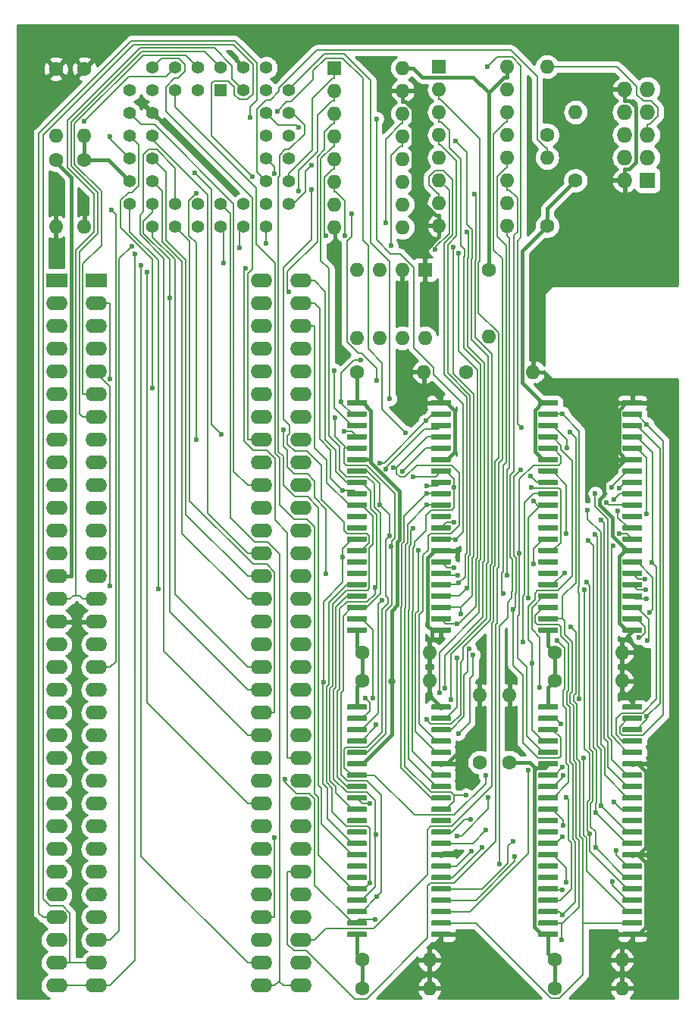
<source format=gtl>
G04 #@! TF.GenerationSoftware,KiCad,Pcbnew,(5.1.2-1)-1*
G04 #@! TF.CreationDate,2019-10-02T20:19:14+01:00*
G04 #@! TF.ProjectId,A500 FastRAM,41353030-2046-4617-9374-52414d2e6b69,rev?*
G04 #@! TF.SameCoordinates,Original*
G04 #@! TF.FileFunction,Copper,L1,Top*
G04 #@! TF.FilePolarity,Positive*
%FSLAX46Y46*%
G04 Gerber Fmt 4.6, Leading zero omitted, Abs format (unit mm)*
G04 Created by KiCad (PCBNEW (5.1.2-1)-1) date 2019-10-02 20:19:14*
%MOMM*%
%LPD*%
G04 APERTURE LIST*
%ADD10C,0.100000*%
%ADD11C,0.600000*%
%ADD12C,1.600000*%
%ADD13O,1.600000X1.600000*%
%ADD14R,1.727200X1.727200*%
%ADD15O,1.727200X1.727200*%
%ADD16R,1.422400X1.422400*%
%ADD17C,1.422400*%
%ADD18R,1.600000X1.600000*%
%ADD19O,2.400000X1.600000*%
%ADD20R,2.400000X1.600000*%
%ADD21C,0.800000*%
%ADD22C,0.381000*%
%ADD23C,0.200000*%
%ADD24C,0.254000*%
G04 APERTURE END LIST*
D10*
G36*
X114546762Y-61540578D02*
G01*
X114558411Y-61542306D01*
X114569834Y-61545167D01*
X114580922Y-61549134D01*
X114591568Y-61554169D01*
X114601668Y-61560224D01*
X114611127Y-61567239D01*
X114619853Y-61575147D01*
X114627761Y-61583873D01*
X114634776Y-61593332D01*
X114640831Y-61603432D01*
X114645866Y-61614078D01*
X114649833Y-61625166D01*
X114652694Y-61636589D01*
X114654422Y-61648238D01*
X114655000Y-61660000D01*
X114655000Y-62020000D01*
X114654422Y-62031762D01*
X114652694Y-62043411D01*
X114649833Y-62054834D01*
X114645866Y-62065922D01*
X114640831Y-62076568D01*
X114634776Y-62086668D01*
X114627761Y-62096127D01*
X114619853Y-62104853D01*
X114611127Y-62112761D01*
X114601668Y-62119776D01*
X114591568Y-62125831D01*
X114580922Y-62130866D01*
X114569834Y-62134833D01*
X114558411Y-62137694D01*
X114546762Y-62139422D01*
X114535000Y-62140000D01*
X112575000Y-62140000D01*
X112563238Y-62139422D01*
X112551589Y-62137694D01*
X112540166Y-62134833D01*
X112529078Y-62130866D01*
X112518432Y-62125831D01*
X112508332Y-62119776D01*
X112498873Y-62112761D01*
X112490147Y-62104853D01*
X112482239Y-62096127D01*
X112475224Y-62086668D01*
X112469169Y-62076568D01*
X112464134Y-62065922D01*
X112460167Y-62054834D01*
X112457306Y-62043411D01*
X112455578Y-62031762D01*
X112455000Y-62020000D01*
X112455000Y-61660000D01*
X112455578Y-61648238D01*
X112457306Y-61636589D01*
X112460167Y-61625166D01*
X112464134Y-61614078D01*
X112469169Y-61603432D01*
X112475224Y-61593332D01*
X112482239Y-61583873D01*
X112490147Y-61575147D01*
X112498873Y-61567239D01*
X112508332Y-61560224D01*
X112518432Y-61554169D01*
X112529078Y-61549134D01*
X112540166Y-61545167D01*
X112551589Y-61542306D01*
X112563238Y-61540578D01*
X112575000Y-61540000D01*
X114535000Y-61540000D01*
X114546762Y-61540578D01*
X114546762Y-61540578D01*
G37*
D11*
X113555000Y-61840000D03*
D10*
G36*
X114546762Y-62810578D02*
G01*
X114558411Y-62812306D01*
X114569834Y-62815167D01*
X114580922Y-62819134D01*
X114591568Y-62824169D01*
X114601668Y-62830224D01*
X114611127Y-62837239D01*
X114619853Y-62845147D01*
X114627761Y-62853873D01*
X114634776Y-62863332D01*
X114640831Y-62873432D01*
X114645866Y-62884078D01*
X114649833Y-62895166D01*
X114652694Y-62906589D01*
X114654422Y-62918238D01*
X114655000Y-62930000D01*
X114655000Y-63290000D01*
X114654422Y-63301762D01*
X114652694Y-63313411D01*
X114649833Y-63324834D01*
X114645866Y-63335922D01*
X114640831Y-63346568D01*
X114634776Y-63356668D01*
X114627761Y-63366127D01*
X114619853Y-63374853D01*
X114611127Y-63382761D01*
X114601668Y-63389776D01*
X114591568Y-63395831D01*
X114580922Y-63400866D01*
X114569834Y-63404833D01*
X114558411Y-63407694D01*
X114546762Y-63409422D01*
X114535000Y-63410000D01*
X112575000Y-63410000D01*
X112563238Y-63409422D01*
X112551589Y-63407694D01*
X112540166Y-63404833D01*
X112529078Y-63400866D01*
X112518432Y-63395831D01*
X112508332Y-63389776D01*
X112498873Y-63382761D01*
X112490147Y-63374853D01*
X112482239Y-63366127D01*
X112475224Y-63356668D01*
X112469169Y-63346568D01*
X112464134Y-63335922D01*
X112460167Y-63324834D01*
X112457306Y-63313411D01*
X112455578Y-63301762D01*
X112455000Y-63290000D01*
X112455000Y-62930000D01*
X112455578Y-62918238D01*
X112457306Y-62906589D01*
X112460167Y-62895166D01*
X112464134Y-62884078D01*
X112469169Y-62873432D01*
X112475224Y-62863332D01*
X112482239Y-62853873D01*
X112490147Y-62845147D01*
X112498873Y-62837239D01*
X112508332Y-62830224D01*
X112518432Y-62824169D01*
X112529078Y-62819134D01*
X112540166Y-62815167D01*
X112551589Y-62812306D01*
X112563238Y-62810578D01*
X112575000Y-62810000D01*
X114535000Y-62810000D01*
X114546762Y-62810578D01*
X114546762Y-62810578D01*
G37*
D11*
X113555000Y-63110000D03*
D10*
G36*
X114546762Y-64080578D02*
G01*
X114558411Y-64082306D01*
X114569834Y-64085167D01*
X114580922Y-64089134D01*
X114591568Y-64094169D01*
X114601668Y-64100224D01*
X114611127Y-64107239D01*
X114619853Y-64115147D01*
X114627761Y-64123873D01*
X114634776Y-64133332D01*
X114640831Y-64143432D01*
X114645866Y-64154078D01*
X114649833Y-64165166D01*
X114652694Y-64176589D01*
X114654422Y-64188238D01*
X114655000Y-64200000D01*
X114655000Y-64560000D01*
X114654422Y-64571762D01*
X114652694Y-64583411D01*
X114649833Y-64594834D01*
X114645866Y-64605922D01*
X114640831Y-64616568D01*
X114634776Y-64626668D01*
X114627761Y-64636127D01*
X114619853Y-64644853D01*
X114611127Y-64652761D01*
X114601668Y-64659776D01*
X114591568Y-64665831D01*
X114580922Y-64670866D01*
X114569834Y-64674833D01*
X114558411Y-64677694D01*
X114546762Y-64679422D01*
X114535000Y-64680000D01*
X112575000Y-64680000D01*
X112563238Y-64679422D01*
X112551589Y-64677694D01*
X112540166Y-64674833D01*
X112529078Y-64670866D01*
X112518432Y-64665831D01*
X112508332Y-64659776D01*
X112498873Y-64652761D01*
X112490147Y-64644853D01*
X112482239Y-64636127D01*
X112475224Y-64626668D01*
X112469169Y-64616568D01*
X112464134Y-64605922D01*
X112460167Y-64594834D01*
X112457306Y-64583411D01*
X112455578Y-64571762D01*
X112455000Y-64560000D01*
X112455000Y-64200000D01*
X112455578Y-64188238D01*
X112457306Y-64176589D01*
X112460167Y-64165166D01*
X112464134Y-64154078D01*
X112469169Y-64143432D01*
X112475224Y-64133332D01*
X112482239Y-64123873D01*
X112490147Y-64115147D01*
X112498873Y-64107239D01*
X112508332Y-64100224D01*
X112518432Y-64094169D01*
X112529078Y-64089134D01*
X112540166Y-64085167D01*
X112551589Y-64082306D01*
X112563238Y-64080578D01*
X112575000Y-64080000D01*
X114535000Y-64080000D01*
X114546762Y-64080578D01*
X114546762Y-64080578D01*
G37*
D11*
X113555000Y-64380000D03*
D10*
G36*
X114546762Y-65350578D02*
G01*
X114558411Y-65352306D01*
X114569834Y-65355167D01*
X114580922Y-65359134D01*
X114591568Y-65364169D01*
X114601668Y-65370224D01*
X114611127Y-65377239D01*
X114619853Y-65385147D01*
X114627761Y-65393873D01*
X114634776Y-65403332D01*
X114640831Y-65413432D01*
X114645866Y-65424078D01*
X114649833Y-65435166D01*
X114652694Y-65446589D01*
X114654422Y-65458238D01*
X114655000Y-65470000D01*
X114655000Y-65830000D01*
X114654422Y-65841762D01*
X114652694Y-65853411D01*
X114649833Y-65864834D01*
X114645866Y-65875922D01*
X114640831Y-65886568D01*
X114634776Y-65896668D01*
X114627761Y-65906127D01*
X114619853Y-65914853D01*
X114611127Y-65922761D01*
X114601668Y-65929776D01*
X114591568Y-65935831D01*
X114580922Y-65940866D01*
X114569834Y-65944833D01*
X114558411Y-65947694D01*
X114546762Y-65949422D01*
X114535000Y-65950000D01*
X112575000Y-65950000D01*
X112563238Y-65949422D01*
X112551589Y-65947694D01*
X112540166Y-65944833D01*
X112529078Y-65940866D01*
X112518432Y-65935831D01*
X112508332Y-65929776D01*
X112498873Y-65922761D01*
X112490147Y-65914853D01*
X112482239Y-65906127D01*
X112475224Y-65896668D01*
X112469169Y-65886568D01*
X112464134Y-65875922D01*
X112460167Y-65864834D01*
X112457306Y-65853411D01*
X112455578Y-65841762D01*
X112455000Y-65830000D01*
X112455000Y-65470000D01*
X112455578Y-65458238D01*
X112457306Y-65446589D01*
X112460167Y-65435166D01*
X112464134Y-65424078D01*
X112469169Y-65413432D01*
X112475224Y-65403332D01*
X112482239Y-65393873D01*
X112490147Y-65385147D01*
X112498873Y-65377239D01*
X112508332Y-65370224D01*
X112518432Y-65364169D01*
X112529078Y-65359134D01*
X112540166Y-65355167D01*
X112551589Y-65352306D01*
X112563238Y-65350578D01*
X112575000Y-65350000D01*
X114535000Y-65350000D01*
X114546762Y-65350578D01*
X114546762Y-65350578D01*
G37*
D11*
X113555000Y-65650000D03*
D10*
G36*
X114546762Y-66620578D02*
G01*
X114558411Y-66622306D01*
X114569834Y-66625167D01*
X114580922Y-66629134D01*
X114591568Y-66634169D01*
X114601668Y-66640224D01*
X114611127Y-66647239D01*
X114619853Y-66655147D01*
X114627761Y-66663873D01*
X114634776Y-66673332D01*
X114640831Y-66683432D01*
X114645866Y-66694078D01*
X114649833Y-66705166D01*
X114652694Y-66716589D01*
X114654422Y-66728238D01*
X114655000Y-66740000D01*
X114655000Y-67100000D01*
X114654422Y-67111762D01*
X114652694Y-67123411D01*
X114649833Y-67134834D01*
X114645866Y-67145922D01*
X114640831Y-67156568D01*
X114634776Y-67166668D01*
X114627761Y-67176127D01*
X114619853Y-67184853D01*
X114611127Y-67192761D01*
X114601668Y-67199776D01*
X114591568Y-67205831D01*
X114580922Y-67210866D01*
X114569834Y-67214833D01*
X114558411Y-67217694D01*
X114546762Y-67219422D01*
X114535000Y-67220000D01*
X112575000Y-67220000D01*
X112563238Y-67219422D01*
X112551589Y-67217694D01*
X112540166Y-67214833D01*
X112529078Y-67210866D01*
X112518432Y-67205831D01*
X112508332Y-67199776D01*
X112498873Y-67192761D01*
X112490147Y-67184853D01*
X112482239Y-67176127D01*
X112475224Y-67166668D01*
X112469169Y-67156568D01*
X112464134Y-67145922D01*
X112460167Y-67134834D01*
X112457306Y-67123411D01*
X112455578Y-67111762D01*
X112455000Y-67100000D01*
X112455000Y-66740000D01*
X112455578Y-66728238D01*
X112457306Y-66716589D01*
X112460167Y-66705166D01*
X112464134Y-66694078D01*
X112469169Y-66683432D01*
X112475224Y-66673332D01*
X112482239Y-66663873D01*
X112490147Y-66655147D01*
X112498873Y-66647239D01*
X112508332Y-66640224D01*
X112518432Y-66634169D01*
X112529078Y-66629134D01*
X112540166Y-66625167D01*
X112551589Y-66622306D01*
X112563238Y-66620578D01*
X112575000Y-66620000D01*
X114535000Y-66620000D01*
X114546762Y-66620578D01*
X114546762Y-66620578D01*
G37*
D11*
X113555000Y-66920000D03*
D10*
G36*
X114546762Y-67890578D02*
G01*
X114558411Y-67892306D01*
X114569834Y-67895167D01*
X114580922Y-67899134D01*
X114591568Y-67904169D01*
X114601668Y-67910224D01*
X114611127Y-67917239D01*
X114619853Y-67925147D01*
X114627761Y-67933873D01*
X114634776Y-67943332D01*
X114640831Y-67953432D01*
X114645866Y-67964078D01*
X114649833Y-67975166D01*
X114652694Y-67986589D01*
X114654422Y-67998238D01*
X114655000Y-68010000D01*
X114655000Y-68370000D01*
X114654422Y-68381762D01*
X114652694Y-68393411D01*
X114649833Y-68404834D01*
X114645866Y-68415922D01*
X114640831Y-68426568D01*
X114634776Y-68436668D01*
X114627761Y-68446127D01*
X114619853Y-68454853D01*
X114611127Y-68462761D01*
X114601668Y-68469776D01*
X114591568Y-68475831D01*
X114580922Y-68480866D01*
X114569834Y-68484833D01*
X114558411Y-68487694D01*
X114546762Y-68489422D01*
X114535000Y-68490000D01*
X112575000Y-68490000D01*
X112563238Y-68489422D01*
X112551589Y-68487694D01*
X112540166Y-68484833D01*
X112529078Y-68480866D01*
X112518432Y-68475831D01*
X112508332Y-68469776D01*
X112498873Y-68462761D01*
X112490147Y-68454853D01*
X112482239Y-68446127D01*
X112475224Y-68436668D01*
X112469169Y-68426568D01*
X112464134Y-68415922D01*
X112460167Y-68404834D01*
X112457306Y-68393411D01*
X112455578Y-68381762D01*
X112455000Y-68370000D01*
X112455000Y-68010000D01*
X112455578Y-67998238D01*
X112457306Y-67986589D01*
X112460167Y-67975166D01*
X112464134Y-67964078D01*
X112469169Y-67953432D01*
X112475224Y-67943332D01*
X112482239Y-67933873D01*
X112490147Y-67925147D01*
X112498873Y-67917239D01*
X112508332Y-67910224D01*
X112518432Y-67904169D01*
X112529078Y-67899134D01*
X112540166Y-67895167D01*
X112551589Y-67892306D01*
X112563238Y-67890578D01*
X112575000Y-67890000D01*
X114535000Y-67890000D01*
X114546762Y-67890578D01*
X114546762Y-67890578D01*
G37*
D11*
X113555000Y-68190000D03*
D10*
G36*
X114546762Y-69160578D02*
G01*
X114558411Y-69162306D01*
X114569834Y-69165167D01*
X114580922Y-69169134D01*
X114591568Y-69174169D01*
X114601668Y-69180224D01*
X114611127Y-69187239D01*
X114619853Y-69195147D01*
X114627761Y-69203873D01*
X114634776Y-69213332D01*
X114640831Y-69223432D01*
X114645866Y-69234078D01*
X114649833Y-69245166D01*
X114652694Y-69256589D01*
X114654422Y-69268238D01*
X114655000Y-69280000D01*
X114655000Y-69640000D01*
X114654422Y-69651762D01*
X114652694Y-69663411D01*
X114649833Y-69674834D01*
X114645866Y-69685922D01*
X114640831Y-69696568D01*
X114634776Y-69706668D01*
X114627761Y-69716127D01*
X114619853Y-69724853D01*
X114611127Y-69732761D01*
X114601668Y-69739776D01*
X114591568Y-69745831D01*
X114580922Y-69750866D01*
X114569834Y-69754833D01*
X114558411Y-69757694D01*
X114546762Y-69759422D01*
X114535000Y-69760000D01*
X112575000Y-69760000D01*
X112563238Y-69759422D01*
X112551589Y-69757694D01*
X112540166Y-69754833D01*
X112529078Y-69750866D01*
X112518432Y-69745831D01*
X112508332Y-69739776D01*
X112498873Y-69732761D01*
X112490147Y-69724853D01*
X112482239Y-69716127D01*
X112475224Y-69706668D01*
X112469169Y-69696568D01*
X112464134Y-69685922D01*
X112460167Y-69674834D01*
X112457306Y-69663411D01*
X112455578Y-69651762D01*
X112455000Y-69640000D01*
X112455000Y-69280000D01*
X112455578Y-69268238D01*
X112457306Y-69256589D01*
X112460167Y-69245166D01*
X112464134Y-69234078D01*
X112469169Y-69223432D01*
X112475224Y-69213332D01*
X112482239Y-69203873D01*
X112490147Y-69195147D01*
X112498873Y-69187239D01*
X112508332Y-69180224D01*
X112518432Y-69174169D01*
X112529078Y-69169134D01*
X112540166Y-69165167D01*
X112551589Y-69162306D01*
X112563238Y-69160578D01*
X112575000Y-69160000D01*
X114535000Y-69160000D01*
X114546762Y-69160578D01*
X114546762Y-69160578D01*
G37*
D11*
X113555000Y-69460000D03*
D10*
G36*
X114546762Y-70430578D02*
G01*
X114558411Y-70432306D01*
X114569834Y-70435167D01*
X114580922Y-70439134D01*
X114591568Y-70444169D01*
X114601668Y-70450224D01*
X114611127Y-70457239D01*
X114619853Y-70465147D01*
X114627761Y-70473873D01*
X114634776Y-70483332D01*
X114640831Y-70493432D01*
X114645866Y-70504078D01*
X114649833Y-70515166D01*
X114652694Y-70526589D01*
X114654422Y-70538238D01*
X114655000Y-70550000D01*
X114655000Y-70910000D01*
X114654422Y-70921762D01*
X114652694Y-70933411D01*
X114649833Y-70944834D01*
X114645866Y-70955922D01*
X114640831Y-70966568D01*
X114634776Y-70976668D01*
X114627761Y-70986127D01*
X114619853Y-70994853D01*
X114611127Y-71002761D01*
X114601668Y-71009776D01*
X114591568Y-71015831D01*
X114580922Y-71020866D01*
X114569834Y-71024833D01*
X114558411Y-71027694D01*
X114546762Y-71029422D01*
X114535000Y-71030000D01*
X112575000Y-71030000D01*
X112563238Y-71029422D01*
X112551589Y-71027694D01*
X112540166Y-71024833D01*
X112529078Y-71020866D01*
X112518432Y-71015831D01*
X112508332Y-71009776D01*
X112498873Y-71002761D01*
X112490147Y-70994853D01*
X112482239Y-70986127D01*
X112475224Y-70976668D01*
X112469169Y-70966568D01*
X112464134Y-70955922D01*
X112460167Y-70944834D01*
X112457306Y-70933411D01*
X112455578Y-70921762D01*
X112455000Y-70910000D01*
X112455000Y-70550000D01*
X112455578Y-70538238D01*
X112457306Y-70526589D01*
X112460167Y-70515166D01*
X112464134Y-70504078D01*
X112469169Y-70493432D01*
X112475224Y-70483332D01*
X112482239Y-70473873D01*
X112490147Y-70465147D01*
X112498873Y-70457239D01*
X112508332Y-70450224D01*
X112518432Y-70444169D01*
X112529078Y-70439134D01*
X112540166Y-70435167D01*
X112551589Y-70432306D01*
X112563238Y-70430578D01*
X112575000Y-70430000D01*
X114535000Y-70430000D01*
X114546762Y-70430578D01*
X114546762Y-70430578D01*
G37*
D11*
X113555000Y-70730000D03*
D10*
G36*
X114546762Y-71700578D02*
G01*
X114558411Y-71702306D01*
X114569834Y-71705167D01*
X114580922Y-71709134D01*
X114591568Y-71714169D01*
X114601668Y-71720224D01*
X114611127Y-71727239D01*
X114619853Y-71735147D01*
X114627761Y-71743873D01*
X114634776Y-71753332D01*
X114640831Y-71763432D01*
X114645866Y-71774078D01*
X114649833Y-71785166D01*
X114652694Y-71796589D01*
X114654422Y-71808238D01*
X114655000Y-71820000D01*
X114655000Y-72180000D01*
X114654422Y-72191762D01*
X114652694Y-72203411D01*
X114649833Y-72214834D01*
X114645866Y-72225922D01*
X114640831Y-72236568D01*
X114634776Y-72246668D01*
X114627761Y-72256127D01*
X114619853Y-72264853D01*
X114611127Y-72272761D01*
X114601668Y-72279776D01*
X114591568Y-72285831D01*
X114580922Y-72290866D01*
X114569834Y-72294833D01*
X114558411Y-72297694D01*
X114546762Y-72299422D01*
X114535000Y-72300000D01*
X112575000Y-72300000D01*
X112563238Y-72299422D01*
X112551589Y-72297694D01*
X112540166Y-72294833D01*
X112529078Y-72290866D01*
X112518432Y-72285831D01*
X112508332Y-72279776D01*
X112498873Y-72272761D01*
X112490147Y-72264853D01*
X112482239Y-72256127D01*
X112475224Y-72246668D01*
X112469169Y-72236568D01*
X112464134Y-72225922D01*
X112460167Y-72214834D01*
X112457306Y-72203411D01*
X112455578Y-72191762D01*
X112455000Y-72180000D01*
X112455000Y-71820000D01*
X112455578Y-71808238D01*
X112457306Y-71796589D01*
X112460167Y-71785166D01*
X112464134Y-71774078D01*
X112469169Y-71763432D01*
X112475224Y-71753332D01*
X112482239Y-71743873D01*
X112490147Y-71735147D01*
X112498873Y-71727239D01*
X112508332Y-71720224D01*
X112518432Y-71714169D01*
X112529078Y-71709134D01*
X112540166Y-71705167D01*
X112551589Y-71702306D01*
X112563238Y-71700578D01*
X112575000Y-71700000D01*
X114535000Y-71700000D01*
X114546762Y-71700578D01*
X114546762Y-71700578D01*
G37*
D11*
X113555000Y-72000000D03*
D10*
G36*
X114546762Y-72970578D02*
G01*
X114558411Y-72972306D01*
X114569834Y-72975167D01*
X114580922Y-72979134D01*
X114591568Y-72984169D01*
X114601668Y-72990224D01*
X114611127Y-72997239D01*
X114619853Y-73005147D01*
X114627761Y-73013873D01*
X114634776Y-73023332D01*
X114640831Y-73033432D01*
X114645866Y-73044078D01*
X114649833Y-73055166D01*
X114652694Y-73066589D01*
X114654422Y-73078238D01*
X114655000Y-73090000D01*
X114655000Y-73450000D01*
X114654422Y-73461762D01*
X114652694Y-73473411D01*
X114649833Y-73484834D01*
X114645866Y-73495922D01*
X114640831Y-73506568D01*
X114634776Y-73516668D01*
X114627761Y-73526127D01*
X114619853Y-73534853D01*
X114611127Y-73542761D01*
X114601668Y-73549776D01*
X114591568Y-73555831D01*
X114580922Y-73560866D01*
X114569834Y-73564833D01*
X114558411Y-73567694D01*
X114546762Y-73569422D01*
X114535000Y-73570000D01*
X112575000Y-73570000D01*
X112563238Y-73569422D01*
X112551589Y-73567694D01*
X112540166Y-73564833D01*
X112529078Y-73560866D01*
X112518432Y-73555831D01*
X112508332Y-73549776D01*
X112498873Y-73542761D01*
X112490147Y-73534853D01*
X112482239Y-73526127D01*
X112475224Y-73516668D01*
X112469169Y-73506568D01*
X112464134Y-73495922D01*
X112460167Y-73484834D01*
X112457306Y-73473411D01*
X112455578Y-73461762D01*
X112455000Y-73450000D01*
X112455000Y-73090000D01*
X112455578Y-73078238D01*
X112457306Y-73066589D01*
X112460167Y-73055166D01*
X112464134Y-73044078D01*
X112469169Y-73033432D01*
X112475224Y-73023332D01*
X112482239Y-73013873D01*
X112490147Y-73005147D01*
X112498873Y-72997239D01*
X112508332Y-72990224D01*
X112518432Y-72984169D01*
X112529078Y-72979134D01*
X112540166Y-72975167D01*
X112551589Y-72972306D01*
X112563238Y-72970578D01*
X112575000Y-72970000D01*
X114535000Y-72970000D01*
X114546762Y-72970578D01*
X114546762Y-72970578D01*
G37*
D11*
X113555000Y-73270000D03*
D10*
G36*
X114546762Y-74240578D02*
G01*
X114558411Y-74242306D01*
X114569834Y-74245167D01*
X114580922Y-74249134D01*
X114591568Y-74254169D01*
X114601668Y-74260224D01*
X114611127Y-74267239D01*
X114619853Y-74275147D01*
X114627761Y-74283873D01*
X114634776Y-74293332D01*
X114640831Y-74303432D01*
X114645866Y-74314078D01*
X114649833Y-74325166D01*
X114652694Y-74336589D01*
X114654422Y-74348238D01*
X114655000Y-74360000D01*
X114655000Y-74720000D01*
X114654422Y-74731762D01*
X114652694Y-74743411D01*
X114649833Y-74754834D01*
X114645866Y-74765922D01*
X114640831Y-74776568D01*
X114634776Y-74786668D01*
X114627761Y-74796127D01*
X114619853Y-74804853D01*
X114611127Y-74812761D01*
X114601668Y-74819776D01*
X114591568Y-74825831D01*
X114580922Y-74830866D01*
X114569834Y-74834833D01*
X114558411Y-74837694D01*
X114546762Y-74839422D01*
X114535000Y-74840000D01*
X112575000Y-74840000D01*
X112563238Y-74839422D01*
X112551589Y-74837694D01*
X112540166Y-74834833D01*
X112529078Y-74830866D01*
X112518432Y-74825831D01*
X112508332Y-74819776D01*
X112498873Y-74812761D01*
X112490147Y-74804853D01*
X112482239Y-74796127D01*
X112475224Y-74786668D01*
X112469169Y-74776568D01*
X112464134Y-74765922D01*
X112460167Y-74754834D01*
X112457306Y-74743411D01*
X112455578Y-74731762D01*
X112455000Y-74720000D01*
X112455000Y-74360000D01*
X112455578Y-74348238D01*
X112457306Y-74336589D01*
X112460167Y-74325166D01*
X112464134Y-74314078D01*
X112469169Y-74303432D01*
X112475224Y-74293332D01*
X112482239Y-74283873D01*
X112490147Y-74275147D01*
X112498873Y-74267239D01*
X112508332Y-74260224D01*
X112518432Y-74254169D01*
X112529078Y-74249134D01*
X112540166Y-74245167D01*
X112551589Y-74242306D01*
X112563238Y-74240578D01*
X112575000Y-74240000D01*
X114535000Y-74240000D01*
X114546762Y-74240578D01*
X114546762Y-74240578D01*
G37*
D11*
X113555000Y-74540000D03*
D10*
G36*
X114546762Y-75510578D02*
G01*
X114558411Y-75512306D01*
X114569834Y-75515167D01*
X114580922Y-75519134D01*
X114591568Y-75524169D01*
X114601668Y-75530224D01*
X114611127Y-75537239D01*
X114619853Y-75545147D01*
X114627761Y-75553873D01*
X114634776Y-75563332D01*
X114640831Y-75573432D01*
X114645866Y-75584078D01*
X114649833Y-75595166D01*
X114652694Y-75606589D01*
X114654422Y-75618238D01*
X114655000Y-75630000D01*
X114655000Y-75990000D01*
X114654422Y-76001762D01*
X114652694Y-76013411D01*
X114649833Y-76024834D01*
X114645866Y-76035922D01*
X114640831Y-76046568D01*
X114634776Y-76056668D01*
X114627761Y-76066127D01*
X114619853Y-76074853D01*
X114611127Y-76082761D01*
X114601668Y-76089776D01*
X114591568Y-76095831D01*
X114580922Y-76100866D01*
X114569834Y-76104833D01*
X114558411Y-76107694D01*
X114546762Y-76109422D01*
X114535000Y-76110000D01*
X112575000Y-76110000D01*
X112563238Y-76109422D01*
X112551589Y-76107694D01*
X112540166Y-76104833D01*
X112529078Y-76100866D01*
X112518432Y-76095831D01*
X112508332Y-76089776D01*
X112498873Y-76082761D01*
X112490147Y-76074853D01*
X112482239Y-76066127D01*
X112475224Y-76056668D01*
X112469169Y-76046568D01*
X112464134Y-76035922D01*
X112460167Y-76024834D01*
X112457306Y-76013411D01*
X112455578Y-76001762D01*
X112455000Y-75990000D01*
X112455000Y-75630000D01*
X112455578Y-75618238D01*
X112457306Y-75606589D01*
X112460167Y-75595166D01*
X112464134Y-75584078D01*
X112469169Y-75573432D01*
X112475224Y-75563332D01*
X112482239Y-75553873D01*
X112490147Y-75545147D01*
X112498873Y-75537239D01*
X112508332Y-75530224D01*
X112518432Y-75524169D01*
X112529078Y-75519134D01*
X112540166Y-75515167D01*
X112551589Y-75512306D01*
X112563238Y-75510578D01*
X112575000Y-75510000D01*
X114535000Y-75510000D01*
X114546762Y-75510578D01*
X114546762Y-75510578D01*
G37*
D11*
X113555000Y-75810000D03*
D10*
G36*
X114546762Y-76780578D02*
G01*
X114558411Y-76782306D01*
X114569834Y-76785167D01*
X114580922Y-76789134D01*
X114591568Y-76794169D01*
X114601668Y-76800224D01*
X114611127Y-76807239D01*
X114619853Y-76815147D01*
X114627761Y-76823873D01*
X114634776Y-76833332D01*
X114640831Y-76843432D01*
X114645866Y-76854078D01*
X114649833Y-76865166D01*
X114652694Y-76876589D01*
X114654422Y-76888238D01*
X114655000Y-76900000D01*
X114655000Y-77260000D01*
X114654422Y-77271762D01*
X114652694Y-77283411D01*
X114649833Y-77294834D01*
X114645866Y-77305922D01*
X114640831Y-77316568D01*
X114634776Y-77326668D01*
X114627761Y-77336127D01*
X114619853Y-77344853D01*
X114611127Y-77352761D01*
X114601668Y-77359776D01*
X114591568Y-77365831D01*
X114580922Y-77370866D01*
X114569834Y-77374833D01*
X114558411Y-77377694D01*
X114546762Y-77379422D01*
X114535000Y-77380000D01*
X112575000Y-77380000D01*
X112563238Y-77379422D01*
X112551589Y-77377694D01*
X112540166Y-77374833D01*
X112529078Y-77370866D01*
X112518432Y-77365831D01*
X112508332Y-77359776D01*
X112498873Y-77352761D01*
X112490147Y-77344853D01*
X112482239Y-77336127D01*
X112475224Y-77326668D01*
X112469169Y-77316568D01*
X112464134Y-77305922D01*
X112460167Y-77294834D01*
X112457306Y-77283411D01*
X112455578Y-77271762D01*
X112455000Y-77260000D01*
X112455000Y-76900000D01*
X112455578Y-76888238D01*
X112457306Y-76876589D01*
X112460167Y-76865166D01*
X112464134Y-76854078D01*
X112469169Y-76843432D01*
X112475224Y-76833332D01*
X112482239Y-76823873D01*
X112490147Y-76815147D01*
X112498873Y-76807239D01*
X112508332Y-76800224D01*
X112518432Y-76794169D01*
X112529078Y-76789134D01*
X112540166Y-76785167D01*
X112551589Y-76782306D01*
X112563238Y-76780578D01*
X112575000Y-76780000D01*
X114535000Y-76780000D01*
X114546762Y-76780578D01*
X114546762Y-76780578D01*
G37*
D11*
X113555000Y-77080000D03*
D10*
G36*
X114546762Y-78050578D02*
G01*
X114558411Y-78052306D01*
X114569834Y-78055167D01*
X114580922Y-78059134D01*
X114591568Y-78064169D01*
X114601668Y-78070224D01*
X114611127Y-78077239D01*
X114619853Y-78085147D01*
X114627761Y-78093873D01*
X114634776Y-78103332D01*
X114640831Y-78113432D01*
X114645866Y-78124078D01*
X114649833Y-78135166D01*
X114652694Y-78146589D01*
X114654422Y-78158238D01*
X114655000Y-78170000D01*
X114655000Y-78530000D01*
X114654422Y-78541762D01*
X114652694Y-78553411D01*
X114649833Y-78564834D01*
X114645866Y-78575922D01*
X114640831Y-78586568D01*
X114634776Y-78596668D01*
X114627761Y-78606127D01*
X114619853Y-78614853D01*
X114611127Y-78622761D01*
X114601668Y-78629776D01*
X114591568Y-78635831D01*
X114580922Y-78640866D01*
X114569834Y-78644833D01*
X114558411Y-78647694D01*
X114546762Y-78649422D01*
X114535000Y-78650000D01*
X112575000Y-78650000D01*
X112563238Y-78649422D01*
X112551589Y-78647694D01*
X112540166Y-78644833D01*
X112529078Y-78640866D01*
X112518432Y-78635831D01*
X112508332Y-78629776D01*
X112498873Y-78622761D01*
X112490147Y-78614853D01*
X112482239Y-78606127D01*
X112475224Y-78596668D01*
X112469169Y-78586568D01*
X112464134Y-78575922D01*
X112460167Y-78564834D01*
X112457306Y-78553411D01*
X112455578Y-78541762D01*
X112455000Y-78530000D01*
X112455000Y-78170000D01*
X112455578Y-78158238D01*
X112457306Y-78146589D01*
X112460167Y-78135166D01*
X112464134Y-78124078D01*
X112469169Y-78113432D01*
X112475224Y-78103332D01*
X112482239Y-78093873D01*
X112490147Y-78085147D01*
X112498873Y-78077239D01*
X112508332Y-78070224D01*
X112518432Y-78064169D01*
X112529078Y-78059134D01*
X112540166Y-78055167D01*
X112551589Y-78052306D01*
X112563238Y-78050578D01*
X112575000Y-78050000D01*
X114535000Y-78050000D01*
X114546762Y-78050578D01*
X114546762Y-78050578D01*
G37*
D11*
X113555000Y-78350000D03*
D10*
G36*
X114546762Y-79320578D02*
G01*
X114558411Y-79322306D01*
X114569834Y-79325167D01*
X114580922Y-79329134D01*
X114591568Y-79334169D01*
X114601668Y-79340224D01*
X114611127Y-79347239D01*
X114619853Y-79355147D01*
X114627761Y-79363873D01*
X114634776Y-79373332D01*
X114640831Y-79383432D01*
X114645866Y-79394078D01*
X114649833Y-79405166D01*
X114652694Y-79416589D01*
X114654422Y-79428238D01*
X114655000Y-79440000D01*
X114655000Y-79800000D01*
X114654422Y-79811762D01*
X114652694Y-79823411D01*
X114649833Y-79834834D01*
X114645866Y-79845922D01*
X114640831Y-79856568D01*
X114634776Y-79866668D01*
X114627761Y-79876127D01*
X114619853Y-79884853D01*
X114611127Y-79892761D01*
X114601668Y-79899776D01*
X114591568Y-79905831D01*
X114580922Y-79910866D01*
X114569834Y-79914833D01*
X114558411Y-79917694D01*
X114546762Y-79919422D01*
X114535000Y-79920000D01*
X112575000Y-79920000D01*
X112563238Y-79919422D01*
X112551589Y-79917694D01*
X112540166Y-79914833D01*
X112529078Y-79910866D01*
X112518432Y-79905831D01*
X112508332Y-79899776D01*
X112498873Y-79892761D01*
X112490147Y-79884853D01*
X112482239Y-79876127D01*
X112475224Y-79866668D01*
X112469169Y-79856568D01*
X112464134Y-79845922D01*
X112460167Y-79834834D01*
X112457306Y-79823411D01*
X112455578Y-79811762D01*
X112455000Y-79800000D01*
X112455000Y-79440000D01*
X112455578Y-79428238D01*
X112457306Y-79416589D01*
X112460167Y-79405166D01*
X112464134Y-79394078D01*
X112469169Y-79383432D01*
X112475224Y-79373332D01*
X112482239Y-79363873D01*
X112490147Y-79355147D01*
X112498873Y-79347239D01*
X112508332Y-79340224D01*
X112518432Y-79334169D01*
X112529078Y-79329134D01*
X112540166Y-79325167D01*
X112551589Y-79322306D01*
X112563238Y-79320578D01*
X112575000Y-79320000D01*
X114535000Y-79320000D01*
X114546762Y-79320578D01*
X114546762Y-79320578D01*
G37*
D11*
X113555000Y-79620000D03*
D10*
G36*
X114546762Y-80590578D02*
G01*
X114558411Y-80592306D01*
X114569834Y-80595167D01*
X114580922Y-80599134D01*
X114591568Y-80604169D01*
X114601668Y-80610224D01*
X114611127Y-80617239D01*
X114619853Y-80625147D01*
X114627761Y-80633873D01*
X114634776Y-80643332D01*
X114640831Y-80653432D01*
X114645866Y-80664078D01*
X114649833Y-80675166D01*
X114652694Y-80686589D01*
X114654422Y-80698238D01*
X114655000Y-80710000D01*
X114655000Y-81070000D01*
X114654422Y-81081762D01*
X114652694Y-81093411D01*
X114649833Y-81104834D01*
X114645866Y-81115922D01*
X114640831Y-81126568D01*
X114634776Y-81136668D01*
X114627761Y-81146127D01*
X114619853Y-81154853D01*
X114611127Y-81162761D01*
X114601668Y-81169776D01*
X114591568Y-81175831D01*
X114580922Y-81180866D01*
X114569834Y-81184833D01*
X114558411Y-81187694D01*
X114546762Y-81189422D01*
X114535000Y-81190000D01*
X112575000Y-81190000D01*
X112563238Y-81189422D01*
X112551589Y-81187694D01*
X112540166Y-81184833D01*
X112529078Y-81180866D01*
X112518432Y-81175831D01*
X112508332Y-81169776D01*
X112498873Y-81162761D01*
X112490147Y-81154853D01*
X112482239Y-81146127D01*
X112475224Y-81136668D01*
X112469169Y-81126568D01*
X112464134Y-81115922D01*
X112460167Y-81104834D01*
X112457306Y-81093411D01*
X112455578Y-81081762D01*
X112455000Y-81070000D01*
X112455000Y-80710000D01*
X112455578Y-80698238D01*
X112457306Y-80686589D01*
X112460167Y-80675166D01*
X112464134Y-80664078D01*
X112469169Y-80653432D01*
X112475224Y-80643332D01*
X112482239Y-80633873D01*
X112490147Y-80625147D01*
X112498873Y-80617239D01*
X112508332Y-80610224D01*
X112518432Y-80604169D01*
X112529078Y-80599134D01*
X112540166Y-80595167D01*
X112551589Y-80592306D01*
X112563238Y-80590578D01*
X112575000Y-80590000D01*
X114535000Y-80590000D01*
X114546762Y-80590578D01*
X114546762Y-80590578D01*
G37*
D11*
X113555000Y-80890000D03*
D10*
G36*
X114546762Y-81860578D02*
G01*
X114558411Y-81862306D01*
X114569834Y-81865167D01*
X114580922Y-81869134D01*
X114591568Y-81874169D01*
X114601668Y-81880224D01*
X114611127Y-81887239D01*
X114619853Y-81895147D01*
X114627761Y-81903873D01*
X114634776Y-81913332D01*
X114640831Y-81923432D01*
X114645866Y-81934078D01*
X114649833Y-81945166D01*
X114652694Y-81956589D01*
X114654422Y-81968238D01*
X114655000Y-81980000D01*
X114655000Y-82340000D01*
X114654422Y-82351762D01*
X114652694Y-82363411D01*
X114649833Y-82374834D01*
X114645866Y-82385922D01*
X114640831Y-82396568D01*
X114634776Y-82406668D01*
X114627761Y-82416127D01*
X114619853Y-82424853D01*
X114611127Y-82432761D01*
X114601668Y-82439776D01*
X114591568Y-82445831D01*
X114580922Y-82450866D01*
X114569834Y-82454833D01*
X114558411Y-82457694D01*
X114546762Y-82459422D01*
X114535000Y-82460000D01*
X112575000Y-82460000D01*
X112563238Y-82459422D01*
X112551589Y-82457694D01*
X112540166Y-82454833D01*
X112529078Y-82450866D01*
X112518432Y-82445831D01*
X112508332Y-82439776D01*
X112498873Y-82432761D01*
X112490147Y-82424853D01*
X112482239Y-82416127D01*
X112475224Y-82406668D01*
X112469169Y-82396568D01*
X112464134Y-82385922D01*
X112460167Y-82374834D01*
X112457306Y-82363411D01*
X112455578Y-82351762D01*
X112455000Y-82340000D01*
X112455000Y-81980000D01*
X112455578Y-81968238D01*
X112457306Y-81956589D01*
X112460167Y-81945166D01*
X112464134Y-81934078D01*
X112469169Y-81923432D01*
X112475224Y-81913332D01*
X112482239Y-81903873D01*
X112490147Y-81895147D01*
X112498873Y-81887239D01*
X112508332Y-81880224D01*
X112518432Y-81874169D01*
X112529078Y-81869134D01*
X112540166Y-81865167D01*
X112551589Y-81862306D01*
X112563238Y-81860578D01*
X112575000Y-81860000D01*
X114535000Y-81860000D01*
X114546762Y-81860578D01*
X114546762Y-81860578D01*
G37*
D11*
X113555000Y-82160000D03*
D10*
G36*
X114546762Y-83130578D02*
G01*
X114558411Y-83132306D01*
X114569834Y-83135167D01*
X114580922Y-83139134D01*
X114591568Y-83144169D01*
X114601668Y-83150224D01*
X114611127Y-83157239D01*
X114619853Y-83165147D01*
X114627761Y-83173873D01*
X114634776Y-83183332D01*
X114640831Y-83193432D01*
X114645866Y-83204078D01*
X114649833Y-83215166D01*
X114652694Y-83226589D01*
X114654422Y-83238238D01*
X114655000Y-83250000D01*
X114655000Y-83610000D01*
X114654422Y-83621762D01*
X114652694Y-83633411D01*
X114649833Y-83644834D01*
X114645866Y-83655922D01*
X114640831Y-83666568D01*
X114634776Y-83676668D01*
X114627761Y-83686127D01*
X114619853Y-83694853D01*
X114611127Y-83702761D01*
X114601668Y-83709776D01*
X114591568Y-83715831D01*
X114580922Y-83720866D01*
X114569834Y-83724833D01*
X114558411Y-83727694D01*
X114546762Y-83729422D01*
X114535000Y-83730000D01*
X112575000Y-83730000D01*
X112563238Y-83729422D01*
X112551589Y-83727694D01*
X112540166Y-83724833D01*
X112529078Y-83720866D01*
X112518432Y-83715831D01*
X112508332Y-83709776D01*
X112498873Y-83702761D01*
X112490147Y-83694853D01*
X112482239Y-83686127D01*
X112475224Y-83676668D01*
X112469169Y-83666568D01*
X112464134Y-83655922D01*
X112460167Y-83644834D01*
X112457306Y-83633411D01*
X112455578Y-83621762D01*
X112455000Y-83610000D01*
X112455000Y-83250000D01*
X112455578Y-83238238D01*
X112457306Y-83226589D01*
X112460167Y-83215166D01*
X112464134Y-83204078D01*
X112469169Y-83193432D01*
X112475224Y-83183332D01*
X112482239Y-83173873D01*
X112490147Y-83165147D01*
X112498873Y-83157239D01*
X112508332Y-83150224D01*
X112518432Y-83144169D01*
X112529078Y-83139134D01*
X112540166Y-83135167D01*
X112551589Y-83132306D01*
X112563238Y-83130578D01*
X112575000Y-83130000D01*
X114535000Y-83130000D01*
X114546762Y-83130578D01*
X114546762Y-83130578D01*
G37*
D11*
X113555000Y-83430000D03*
D10*
G36*
X114546762Y-84400578D02*
G01*
X114558411Y-84402306D01*
X114569834Y-84405167D01*
X114580922Y-84409134D01*
X114591568Y-84414169D01*
X114601668Y-84420224D01*
X114611127Y-84427239D01*
X114619853Y-84435147D01*
X114627761Y-84443873D01*
X114634776Y-84453332D01*
X114640831Y-84463432D01*
X114645866Y-84474078D01*
X114649833Y-84485166D01*
X114652694Y-84496589D01*
X114654422Y-84508238D01*
X114655000Y-84520000D01*
X114655000Y-84880000D01*
X114654422Y-84891762D01*
X114652694Y-84903411D01*
X114649833Y-84914834D01*
X114645866Y-84925922D01*
X114640831Y-84936568D01*
X114634776Y-84946668D01*
X114627761Y-84956127D01*
X114619853Y-84964853D01*
X114611127Y-84972761D01*
X114601668Y-84979776D01*
X114591568Y-84985831D01*
X114580922Y-84990866D01*
X114569834Y-84994833D01*
X114558411Y-84997694D01*
X114546762Y-84999422D01*
X114535000Y-85000000D01*
X112575000Y-85000000D01*
X112563238Y-84999422D01*
X112551589Y-84997694D01*
X112540166Y-84994833D01*
X112529078Y-84990866D01*
X112518432Y-84985831D01*
X112508332Y-84979776D01*
X112498873Y-84972761D01*
X112490147Y-84964853D01*
X112482239Y-84956127D01*
X112475224Y-84946668D01*
X112469169Y-84936568D01*
X112464134Y-84925922D01*
X112460167Y-84914834D01*
X112457306Y-84903411D01*
X112455578Y-84891762D01*
X112455000Y-84880000D01*
X112455000Y-84520000D01*
X112455578Y-84508238D01*
X112457306Y-84496589D01*
X112460167Y-84485166D01*
X112464134Y-84474078D01*
X112469169Y-84463432D01*
X112475224Y-84453332D01*
X112482239Y-84443873D01*
X112490147Y-84435147D01*
X112498873Y-84427239D01*
X112508332Y-84420224D01*
X112518432Y-84414169D01*
X112529078Y-84409134D01*
X112540166Y-84405167D01*
X112551589Y-84402306D01*
X112563238Y-84400578D01*
X112575000Y-84400000D01*
X114535000Y-84400000D01*
X114546762Y-84400578D01*
X114546762Y-84400578D01*
G37*
D11*
X113555000Y-84700000D03*
D10*
G36*
X114546762Y-85670578D02*
G01*
X114558411Y-85672306D01*
X114569834Y-85675167D01*
X114580922Y-85679134D01*
X114591568Y-85684169D01*
X114601668Y-85690224D01*
X114611127Y-85697239D01*
X114619853Y-85705147D01*
X114627761Y-85713873D01*
X114634776Y-85723332D01*
X114640831Y-85733432D01*
X114645866Y-85744078D01*
X114649833Y-85755166D01*
X114652694Y-85766589D01*
X114654422Y-85778238D01*
X114655000Y-85790000D01*
X114655000Y-86150000D01*
X114654422Y-86161762D01*
X114652694Y-86173411D01*
X114649833Y-86184834D01*
X114645866Y-86195922D01*
X114640831Y-86206568D01*
X114634776Y-86216668D01*
X114627761Y-86226127D01*
X114619853Y-86234853D01*
X114611127Y-86242761D01*
X114601668Y-86249776D01*
X114591568Y-86255831D01*
X114580922Y-86260866D01*
X114569834Y-86264833D01*
X114558411Y-86267694D01*
X114546762Y-86269422D01*
X114535000Y-86270000D01*
X112575000Y-86270000D01*
X112563238Y-86269422D01*
X112551589Y-86267694D01*
X112540166Y-86264833D01*
X112529078Y-86260866D01*
X112518432Y-86255831D01*
X112508332Y-86249776D01*
X112498873Y-86242761D01*
X112490147Y-86234853D01*
X112482239Y-86226127D01*
X112475224Y-86216668D01*
X112469169Y-86206568D01*
X112464134Y-86195922D01*
X112460167Y-86184834D01*
X112457306Y-86173411D01*
X112455578Y-86161762D01*
X112455000Y-86150000D01*
X112455000Y-85790000D01*
X112455578Y-85778238D01*
X112457306Y-85766589D01*
X112460167Y-85755166D01*
X112464134Y-85744078D01*
X112469169Y-85733432D01*
X112475224Y-85723332D01*
X112482239Y-85713873D01*
X112490147Y-85705147D01*
X112498873Y-85697239D01*
X112508332Y-85690224D01*
X112518432Y-85684169D01*
X112529078Y-85679134D01*
X112540166Y-85675167D01*
X112551589Y-85672306D01*
X112563238Y-85670578D01*
X112575000Y-85670000D01*
X114535000Y-85670000D01*
X114546762Y-85670578D01*
X114546762Y-85670578D01*
G37*
D11*
X113555000Y-85970000D03*
D10*
G36*
X114546762Y-86940578D02*
G01*
X114558411Y-86942306D01*
X114569834Y-86945167D01*
X114580922Y-86949134D01*
X114591568Y-86954169D01*
X114601668Y-86960224D01*
X114611127Y-86967239D01*
X114619853Y-86975147D01*
X114627761Y-86983873D01*
X114634776Y-86993332D01*
X114640831Y-87003432D01*
X114645866Y-87014078D01*
X114649833Y-87025166D01*
X114652694Y-87036589D01*
X114654422Y-87048238D01*
X114655000Y-87060000D01*
X114655000Y-87420000D01*
X114654422Y-87431762D01*
X114652694Y-87443411D01*
X114649833Y-87454834D01*
X114645866Y-87465922D01*
X114640831Y-87476568D01*
X114634776Y-87486668D01*
X114627761Y-87496127D01*
X114619853Y-87504853D01*
X114611127Y-87512761D01*
X114601668Y-87519776D01*
X114591568Y-87525831D01*
X114580922Y-87530866D01*
X114569834Y-87534833D01*
X114558411Y-87537694D01*
X114546762Y-87539422D01*
X114535000Y-87540000D01*
X112575000Y-87540000D01*
X112563238Y-87539422D01*
X112551589Y-87537694D01*
X112540166Y-87534833D01*
X112529078Y-87530866D01*
X112518432Y-87525831D01*
X112508332Y-87519776D01*
X112498873Y-87512761D01*
X112490147Y-87504853D01*
X112482239Y-87496127D01*
X112475224Y-87486668D01*
X112469169Y-87476568D01*
X112464134Y-87465922D01*
X112460167Y-87454834D01*
X112457306Y-87443411D01*
X112455578Y-87431762D01*
X112455000Y-87420000D01*
X112455000Y-87060000D01*
X112455578Y-87048238D01*
X112457306Y-87036589D01*
X112460167Y-87025166D01*
X112464134Y-87014078D01*
X112469169Y-87003432D01*
X112475224Y-86993332D01*
X112482239Y-86983873D01*
X112490147Y-86975147D01*
X112498873Y-86967239D01*
X112508332Y-86960224D01*
X112518432Y-86954169D01*
X112529078Y-86949134D01*
X112540166Y-86945167D01*
X112551589Y-86942306D01*
X112563238Y-86940578D01*
X112575000Y-86940000D01*
X114535000Y-86940000D01*
X114546762Y-86940578D01*
X114546762Y-86940578D01*
G37*
D11*
X113555000Y-87240000D03*
D10*
G36*
X123946762Y-86940578D02*
G01*
X123958411Y-86942306D01*
X123969834Y-86945167D01*
X123980922Y-86949134D01*
X123991568Y-86954169D01*
X124001668Y-86960224D01*
X124011127Y-86967239D01*
X124019853Y-86975147D01*
X124027761Y-86983873D01*
X124034776Y-86993332D01*
X124040831Y-87003432D01*
X124045866Y-87014078D01*
X124049833Y-87025166D01*
X124052694Y-87036589D01*
X124054422Y-87048238D01*
X124055000Y-87060000D01*
X124055000Y-87420000D01*
X124054422Y-87431762D01*
X124052694Y-87443411D01*
X124049833Y-87454834D01*
X124045866Y-87465922D01*
X124040831Y-87476568D01*
X124034776Y-87486668D01*
X124027761Y-87496127D01*
X124019853Y-87504853D01*
X124011127Y-87512761D01*
X124001668Y-87519776D01*
X123991568Y-87525831D01*
X123980922Y-87530866D01*
X123969834Y-87534833D01*
X123958411Y-87537694D01*
X123946762Y-87539422D01*
X123935000Y-87540000D01*
X121975000Y-87540000D01*
X121963238Y-87539422D01*
X121951589Y-87537694D01*
X121940166Y-87534833D01*
X121929078Y-87530866D01*
X121918432Y-87525831D01*
X121908332Y-87519776D01*
X121898873Y-87512761D01*
X121890147Y-87504853D01*
X121882239Y-87496127D01*
X121875224Y-87486668D01*
X121869169Y-87476568D01*
X121864134Y-87465922D01*
X121860167Y-87454834D01*
X121857306Y-87443411D01*
X121855578Y-87431762D01*
X121855000Y-87420000D01*
X121855000Y-87060000D01*
X121855578Y-87048238D01*
X121857306Y-87036589D01*
X121860167Y-87025166D01*
X121864134Y-87014078D01*
X121869169Y-87003432D01*
X121875224Y-86993332D01*
X121882239Y-86983873D01*
X121890147Y-86975147D01*
X121898873Y-86967239D01*
X121908332Y-86960224D01*
X121918432Y-86954169D01*
X121929078Y-86949134D01*
X121940166Y-86945167D01*
X121951589Y-86942306D01*
X121963238Y-86940578D01*
X121975000Y-86940000D01*
X123935000Y-86940000D01*
X123946762Y-86940578D01*
X123946762Y-86940578D01*
G37*
D11*
X122955000Y-87240000D03*
D10*
G36*
X123946762Y-85670578D02*
G01*
X123958411Y-85672306D01*
X123969834Y-85675167D01*
X123980922Y-85679134D01*
X123991568Y-85684169D01*
X124001668Y-85690224D01*
X124011127Y-85697239D01*
X124019853Y-85705147D01*
X124027761Y-85713873D01*
X124034776Y-85723332D01*
X124040831Y-85733432D01*
X124045866Y-85744078D01*
X124049833Y-85755166D01*
X124052694Y-85766589D01*
X124054422Y-85778238D01*
X124055000Y-85790000D01*
X124055000Y-86150000D01*
X124054422Y-86161762D01*
X124052694Y-86173411D01*
X124049833Y-86184834D01*
X124045866Y-86195922D01*
X124040831Y-86206568D01*
X124034776Y-86216668D01*
X124027761Y-86226127D01*
X124019853Y-86234853D01*
X124011127Y-86242761D01*
X124001668Y-86249776D01*
X123991568Y-86255831D01*
X123980922Y-86260866D01*
X123969834Y-86264833D01*
X123958411Y-86267694D01*
X123946762Y-86269422D01*
X123935000Y-86270000D01*
X121975000Y-86270000D01*
X121963238Y-86269422D01*
X121951589Y-86267694D01*
X121940166Y-86264833D01*
X121929078Y-86260866D01*
X121918432Y-86255831D01*
X121908332Y-86249776D01*
X121898873Y-86242761D01*
X121890147Y-86234853D01*
X121882239Y-86226127D01*
X121875224Y-86216668D01*
X121869169Y-86206568D01*
X121864134Y-86195922D01*
X121860167Y-86184834D01*
X121857306Y-86173411D01*
X121855578Y-86161762D01*
X121855000Y-86150000D01*
X121855000Y-85790000D01*
X121855578Y-85778238D01*
X121857306Y-85766589D01*
X121860167Y-85755166D01*
X121864134Y-85744078D01*
X121869169Y-85733432D01*
X121875224Y-85723332D01*
X121882239Y-85713873D01*
X121890147Y-85705147D01*
X121898873Y-85697239D01*
X121908332Y-85690224D01*
X121918432Y-85684169D01*
X121929078Y-85679134D01*
X121940166Y-85675167D01*
X121951589Y-85672306D01*
X121963238Y-85670578D01*
X121975000Y-85670000D01*
X123935000Y-85670000D01*
X123946762Y-85670578D01*
X123946762Y-85670578D01*
G37*
D11*
X122955000Y-85970000D03*
D10*
G36*
X123946762Y-84400578D02*
G01*
X123958411Y-84402306D01*
X123969834Y-84405167D01*
X123980922Y-84409134D01*
X123991568Y-84414169D01*
X124001668Y-84420224D01*
X124011127Y-84427239D01*
X124019853Y-84435147D01*
X124027761Y-84443873D01*
X124034776Y-84453332D01*
X124040831Y-84463432D01*
X124045866Y-84474078D01*
X124049833Y-84485166D01*
X124052694Y-84496589D01*
X124054422Y-84508238D01*
X124055000Y-84520000D01*
X124055000Y-84880000D01*
X124054422Y-84891762D01*
X124052694Y-84903411D01*
X124049833Y-84914834D01*
X124045866Y-84925922D01*
X124040831Y-84936568D01*
X124034776Y-84946668D01*
X124027761Y-84956127D01*
X124019853Y-84964853D01*
X124011127Y-84972761D01*
X124001668Y-84979776D01*
X123991568Y-84985831D01*
X123980922Y-84990866D01*
X123969834Y-84994833D01*
X123958411Y-84997694D01*
X123946762Y-84999422D01*
X123935000Y-85000000D01*
X121975000Y-85000000D01*
X121963238Y-84999422D01*
X121951589Y-84997694D01*
X121940166Y-84994833D01*
X121929078Y-84990866D01*
X121918432Y-84985831D01*
X121908332Y-84979776D01*
X121898873Y-84972761D01*
X121890147Y-84964853D01*
X121882239Y-84956127D01*
X121875224Y-84946668D01*
X121869169Y-84936568D01*
X121864134Y-84925922D01*
X121860167Y-84914834D01*
X121857306Y-84903411D01*
X121855578Y-84891762D01*
X121855000Y-84880000D01*
X121855000Y-84520000D01*
X121855578Y-84508238D01*
X121857306Y-84496589D01*
X121860167Y-84485166D01*
X121864134Y-84474078D01*
X121869169Y-84463432D01*
X121875224Y-84453332D01*
X121882239Y-84443873D01*
X121890147Y-84435147D01*
X121898873Y-84427239D01*
X121908332Y-84420224D01*
X121918432Y-84414169D01*
X121929078Y-84409134D01*
X121940166Y-84405167D01*
X121951589Y-84402306D01*
X121963238Y-84400578D01*
X121975000Y-84400000D01*
X123935000Y-84400000D01*
X123946762Y-84400578D01*
X123946762Y-84400578D01*
G37*
D11*
X122955000Y-84700000D03*
D10*
G36*
X123946762Y-83130578D02*
G01*
X123958411Y-83132306D01*
X123969834Y-83135167D01*
X123980922Y-83139134D01*
X123991568Y-83144169D01*
X124001668Y-83150224D01*
X124011127Y-83157239D01*
X124019853Y-83165147D01*
X124027761Y-83173873D01*
X124034776Y-83183332D01*
X124040831Y-83193432D01*
X124045866Y-83204078D01*
X124049833Y-83215166D01*
X124052694Y-83226589D01*
X124054422Y-83238238D01*
X124055000Y-83250000D01*
X124055000Y-83610000D01*
X124054422Y-83621762D01*
X124052694Y-83633411D01*
X124049833Y-83644834D01*
X124045866Y-83655922D01*
X124040831Y-83666568D01*
X124034776Y-83676668D01*
X124027761Y-83686127D01*
X124019853Y-83694853D01*
X124011127Y-83702761D01*
X124001668Y-83709776D01*
X123991568Y-83715831D01*
X123980922Y-83720866D01*
X123969834Y-83724833D01*
X123958411Y-83727694D01*
X123946762Y-83729422D01*
X123935000Y-83730000D01*
X121975000Y-83730000D01*
X121963238Y-83729422D01*
X121951589Y-83727694D01*
X121940166Y-83724833D01*
X121929078Y-83720866D01*
X121918432Y-83715831D01*
X121908332Y-83709776D01*
X121898873Y-83702761D01*
X121890147Y-83694853D01*
X121882239Y-83686127D01*
X121875224Y-83676668D01*
X121869169Y-83666568D01*
X121864134Y-83655922D01*
X121860167Y-83644834D01*
X121857306Y-83633411D01*
X121855578Y-83621762D01*
X121855000Y-83610000D01*
X121855000Y-83250000D01*
X121855578Y-83238238D01*
X121857306Y-83226589D01*
X121860167Y-83215166D01*
X121864134Y-83204078D01*
X121869169Y-83193432D01*
X121875224Y-83183332D01*
X121882239Y-83173873D01*
X121890147Y-83165147D01*
X121898873Y-83157239D01*
X121908332Y-83150224D01*
X121918432Y-83144169D01*
X121929078Y-83139134D01*
X121940166Y-83135167D01*
X121951589Y-83132306D01*
X121963238Y-83130578D01*
X121975000Y-83130000D01*
X123935000Y-83130000D01*
X123946762Y-83130578D01*
X123946762Y-83130578D01*
G37*
D11*
X122955000Y-83430000D03*
D10*
G36*
X123946762Y-81860578D02*
G01*
X123958411Y-81862306D01*
X123969834Y-81865167D01*
X123980922Y-81869134D01*
X123991568Y-81874169D01*
X124001668Y-81880224D01*
X124011127Y-81887239D01*
X124019853Y-81895147D01*
X124027761Y-81903873D01*
X124034776Y-81913332D01*
X124040831Y-81923432D01*
X124045866Y-81934078D01*
X124049833Y-81945166D01*
X124052694Y-81956589D01*
X124054422Y-81968238D01*
X124055000Y-81980000D01*
X124055000Y-82340000D01*
X124054422Y-82351762D01*
X124052694Y-82363411D01*
X124049833Y-82374834D01*
X124045866Y-82385922D01*
X124040831Y-82396568D01*
X124034776Y-82406668D01*
X124027761Y-82416127D01*
X124019853Y-82424853D01*
X124011127Y-82432761D01*
X124001668Y-82439776D01*
X123991568Y-82445831D01*
X123980922Y-82450866D01*
X123969834Y-82454833D01*
X123958411Y-82457694D01*
X123946762Y-82459422D01*
X123935000Y-82460000D01*
X121975000Y-82460000D01*
X121963238Y-82459422D01*
X121951589Y-82457694D01*
X121940166Y-82454833D01*
X121929078Y-82450866D01*
X121918432Y-82445831D01*
X121908332Y-82439776D01*
X121898873Y-82432761D01*
X121890147Y-82424853D01*
X121882239Y-82416127D01*
X121875224Y-82406668D01*
X121869169Y-82396568D01*
X121864134Y-82385922D01*
X121860167Y-82374834D01*
X121857306Y-82363411D01*
X121855578Y-82351762D01*
X121855000Y-82340000D01*
X121855000Y-81980000D01*
X121855578Y-81968238D01*
X121857306Y-81956589D01*
X121860167Y-81945166D01*
X121864134Y-81934078D01*
X121869169Y-81923432D01*
X121875224Y-81913332D01*
X121882239Y-81903873D01*
X121890147Y-81895147D01*
X121898873Y-81887239D01*
X121908332Y-81880224D01*
X121918432Y-81874169D01*
X121929078Y-81869134D01*
X121940166Y-81865167D01*
X121951589Y-81862306D01*
X121963238Y-81860578D01*
X121975000Y-81860000D01*
X123935000Y-81860000D01*
X123946762Y-81860578D01*
X123946762Y-81860578D01*
G37*
D11*
X122955000Y-82160000D03*
D10*
G36*
X123946762Y-80590578D02*
G01*
X123958411Y-80592306D01*
X123969834Y-80595167D01*
X123980922Y-80599134D01*
X123991568Y-80604169D01*
X124001668Y-80610224D01*
X124011127Y-80617239D01*
X124019853Y-80625147D01*
X124027761Y-80633873D01*
X124034776Y-80643332D01*
X124040831Y-80653432D01*
X124045866Y-80664078D01*
X124049833Y-80675166D01*
X124052694Y-80686589D01*
X124054422Y-80698238D01*
X124055000Y-80710000D01*
X124055000Y-81070000D01*
X124054422Y-81081762D01*
X124052694Y-81093411D01*
X124049833Y-81104834D01*
X124045866Y-81115922D01*
X124040831Y-81126568D01*
X124034776Y-81136668D01*
X124027761Y-81146127D01*
X124019853Y-81154853D01*
X124011127Y-81162761D01*
X124001668Y-81169776D01*
X123991568Y-81175831D01*
X123980922Y-81180866D01*
X123969834Y-81184833D01*
X123958411Y-81187694D01*
X123946762Y-81189422D01*
X123935000Y-81190000D01*
X121975000Y-81190000D01*
X121963238Y-81189422D01*
X121951589Y-81187694D01*
X121940166Y-81184833D01*
X121929078Y-81180866D01*
X121918432Y-81175831D01*
X121908332Y-81169776D01*
X121898873Y-81162761D01*
X121890147Y-81154853D01*
X121882239Y-81146127D01*
X121875224Y-81136668D01*
X121869169Y-81126568D01*
X121864134Y-81115922D01*
X121860167Y-81104834D01*
X121857306Y-81093411D01*
X121855578Y-81081762D01*
X121855000Y-81070000D01*
X121855000Y-80710000D01*
X121855578Y-80698238D01*
X121857306Y-80686589D01*
X121860167Y-80675166D01*
X121864134Y-80664078D01*
X121869169Y-80653432D01*
X121875224Y-80643332D01*
X121882239Y-80633873D01*
X121890147Y-80625147D01*
X121898873Y-80617239D01*
X121908332Y-80610224D01*
X121918432Y-80604169D01*
X121929078Y-80599134D01*
X121940166Y-80595167D01*
X121951589Y-80592306D01*
X121963238Y-80590578D01*
X121975000Y-80590000D01*
X123935000Y-80590000D01*
X123946762Y-80590578D01*
X123946762Y-80590578D01*
G37*
D11*
X122955000Y-80890000D03*
D10*
G36*
X123946762Y-79320578D02*
G01*
X123958411Y-79322306D01*
X123969834Y-79325167D01*
X123980922Y-79329134D01*
X123991568Y-79334169D01*
X124001668Y-79340224D01*
X124011127Y-79347239D01*
X124019853Y-79355147D01*
X124027761Y-79363873D01*
X124034776Y-79373332D01*
X124040831Y-79383432D01*
X124045866Y-79394078D01*
X124049833Y-79405166D01*
X124052694Y-79416589D01*
X124054422Y-79428238D01*
X124055000Y-79440000D01*
X124055000Y-79800000D01*
X124054422Y-79811762D01*
X124052694Y-79823411D01*
X124049833Y-79834834D01*
X124045866Y-79845922D01*
X124040831Y-79856568D01*
X124034776Y-79866668D01*
X124027761Y-79876127D01*
X124019853Y-79884853D01*
X124011127Y-79892761D01*
X124001668Y-79899776D01*
X123991568Y-79905831D01*
X123980922Y-79910866D01*
X123969834Y-79914833D01*
X123958411Y-79917694D01*
X123946762Y-79919422D01*
X123935000Y-79920000D01*
X121975000Y-79920000D01*
X121963238Y-79919422D01*
X121951589Y-79917694D01*
X121940166Y-79914833D01*
X121929078Y-79910866D01*
X121918432Y-79905831D01*
X121908332Y-79899776D01*
X121898873Y-79892761D01*
X121890147Y-79884853D01*
X121882239Y-79876127D01*
X121875224Y-79866668D01*
X121869169Y-79856568D01*
X121864134Y-79845922D01*
X121860167Y-79834834D01*
X121857306Y-79823411D01*
X121855578Y-79811762D01*
X121855000Y-79800000D01*
X121855000Y-79440000D01*
X121855578Y-79428238D01*
X121857306Y-79416589D01*
X121860167Y-79405166D01*
X121864134Y-79394078D01*
X121869169Y-79383432D01*
X121875224Y-79373332D01*
X121882239Y-79363873D01*
X121890147Y-79355147D01*
X121898873Y-79347239D01*
X121908332Y-79340224D01*
X121918432Y-79334169D01*
X121929078Y-79329134D01*
X121940166Y-79325167D01*
X121951589Y-79322306D01*
X121963238Y-79320578D01*
X121975000Y-79320000D01*
X123935000Y-79320000D01*
X123946762Y-79320578D01*
X123946762Y-79320578D01*
G37*
D11*
X122955000Y-79620000D03*
D10*
G36*
X123946762Y-78050578D02*
G01*
X123958411Y-78052306D01*
X123969834Y-78055167D01*
X123980922Y-78059134D01*
X123991568Y-78064169D01*
X124001668Y-78070224D01*
X124011127Y-78077239D01*
X124019853Y-78085147D01*
X124027761Y-78093873D01*
X124034776Y-78103332D01*
X124040831Y-78113432D01*
X124045866Y-78124078D01*
X124049833Y-78135166D01*
X124052694Y-78146589D01*
X124054422Y-78158238D01*
X124055000Y-78170000D01*
X124055000Y-78530000D01*
X124054422Y-78541762D01*
X124052694Y-78553411D01*
X124049833Y-78564834D01*
X124045866Y-78575922D01*
X124040831Y-78586568D01*
X124034776Y-78596668D01*
X124027761Y-78606127D01*
X124019853Y-78614853D01*
X124011127Y-78622761D01*
X124001668Y-78629776D01*
X123991568Y-78635831D01*
X123980922Y-78640866D01*
X123969834Y-78644833D01*
X123958411Y-78647694D01*
X123946762Y-78649422D01*
X123935000Y-78650000D01*
X121975000Y-78650000D01*
X121963238Y-78649422D01*
X121951589Y-78647694D01*
X121940166Y-78644833D01*
X121929078Y-78640866D01*
X121918432Y-78635831D01*
X121908332Y-78629776D01*
X121898873Y-78622761D01*
X121890147Y-78614853D01*
X121882239Y-78606127D01*
X121875224Y-78596668D01*
X121869169Y-78586568D01*
X121864134Y-78575922D01*
X121860167Y-78564834D01*
X121857306Y-78553411D01*
X121855578Y-78541762D01*
X121855000Y-78530000D01*
X121855000Y-78170000D01*
X121855578Y-78158238D01*
X121857306Y-78146589D01*
X121860167Y-78135166D01*
X121864134Y-78124078D01*
X121869169Y-78113432D01*
X121875224Y-78103332D01*
X121882239Y-78093873D01*
X121890147Y-78085147D01*
X121898873Y-78077239D01*
X121908332Y-78070224D01*
X121918432Y-78064169D01*
X121929078Y-78059134D01*
X121940166Y-78055167D01*
X121951589Y-78052306D01*
X121963238Y-78050578D01*
X121975000Y-78050000D01*
X123935000Y-78050000D01*
X123946762Y-78050578D01*
X123946762Y-78050578D01*
G37*
D11*
X122955000Y-78350000D03*
D10*
G36*
X123946762Y-76780578D02*
G01*
X123958411Y-76782306D01*
X123969834Y-76785167D01*
X123980922Y-76789134D01*
X123991568Y-76794169D01*
X124001668Y-76800224D01*
X124011127Y-76807239D01*
X124019853Y-76815147D01*
X124027761Y-76823873D01*
X124034776Y-76833332D01*
X124040831Y-76843432D01*
X124045866Y-76854078D01*
X124049833Y-76865166D01*
X124052694Y-76876589D01*
X124054422Y-76888238D01*
X124055000Y-76900000D01*
X124055000Y-77260000D01*
X124054422Y-77271762D01*
X124052694Y-77283411D01*
X124049833Y-77294834D01*
X124045866Y-77305922D01*
X124040831Y-77316568D01*
X124034776Y-77326668D01*
X124027761Y-77336127D01*
X124019853Y-77344853D01*
X124011127Y-77352761D01*
X124001668Y-77359776D01*
X123991568Y-77365831D01*
X123980922Y-77370866D01*
X123969834Y-77374833D01*
X123958411Y-77377694D01*
X123946762Y-77379422D01*
X123935000Y-77380000D01*
X121975000Y-77380000D01*
X121963238Y-77379422D01*
X121951589Y-77377694D01*
X121940166Y-77374833D01*
X121929078Y-77370866D01*
X121918432Y-77365831D01*
X121908332Y-77359776D01*
X121898873Y-77352761D01*
X121890147Y-77344853D01*
X121882239Y-77336127D01*
X121875224Y-77326668D01*
X121869169Y-77316568D01*
X121864134Y-77305922D01*
X121860167Y-77294834D01*
X121857306Y-77283411D01*
X121855578Y-77271762D01*
X121855000Y-77260000D01*
X121855000Y-76900000D01*
X121855578Y-76888238D01*
X121857306Y-76876589D01*
X121860167Y-76865166D01*
X121864134Y-76854078D01*
X121869169Y-76843432D01*
X121875224Y-76833332D01*
X121882239Y-76823873D01*
X121890147Y-76815147D01*
X121898873Y-76807239D01*
X121908332Y-76800224D01*
X121918432Y-76794169D01*
X121929078Y-76789134D01*
X121940166Y-76785167D01*
X121951589Y-76782306D01*
X121963238Y-76780578D01*
X121975000Y-76780000D01*
X123935000Y-76780000D01*
X123946762Y-76780578D01*
X123946762Y-76780578D01*
G37*
D11*
X122955000Y-77080000D03*
D10*
G36*
X123946762Y-75510578D02*
G01*
X123958411Y-75512306D01*
X123969834Y-75515167D01*
X123980922Y-75519134D01*
X123991568Y-75524169D01*
X124001668Y-75530224D01*
X124011127Y-75537239D01*
X124019853Y-75545147D01*
X124027761Y-75553873D01*
X124034776Y-75563332D01*
X124040831Y-75573432D01*
X124045866Y-75584078D01*
X124049833Y-75595166D01*
X124052694Y-75606589D01*
X124054422Y-75618238D01*
X124055000Y-75630000D01*
X124055000Y-75990000D01*
X124054422Y-76001762D01*
X124052694Y-76013411D01*
X124049833Y-76024834D01*
X124045866Y-76035922D01*
X124040831Y-76046568D01*
X124034776Y-76056668D01*
X124027761Y-76066127D01*
X124019853Y-76074853D01*
X124011127Y-76082761D01*
X124001668Y-76089776D01*
X123991568Y-76095831D01*
X123980922Y-76100866D01*
X123969834Y-76104833D01*
X123958411Y-76107694D01*
X123946762Y-76109422D01*
X123935000Y-76110000D01*
X121975000Y-76110000D01*
X121963238Y-76109422D01*
X121951589Y-76107694D01*
X121940166Y-76104833D01*
X121929078Y-76100866D01*
X121918432Y-76095831D01*
X121908332Y-76089776D01*
X121898873Y-76082761D01*
X121890147Y-76074853D01*
X121882239Y-76066127D01*
X121875224Y-76056668D01*
X121869169Y-76046568D01*
X121864134Y-76035922D01*
X121860167Y-76024834D01*
X121857306Y-76013411D01*
X121855578Y-76001762D01*
X121855000Y-75990000D01*
X121855000Y-75630000D01*
X121855578Y-75618238D01*
X121857306Y-75606589D01*
X121860167Y-75595166D01*
X121864134Y-75584078D01*
X121869169Y-75573432D01*
X121875224Y-75563332D01*
X121882239Y-75553873D01*
X121890147Y-75545147D01*
X121898873Y-75537239D01*
X121908332Y-75530224D01*
X121918432Y-75524169D01*
X121929078Y-75519134D01*
X121940166Y-75515167D01*
X121951589Y-75512306D01*
X121963238Y-75510578D01*
X121975000Y-75510000D01*
X123935000Y-75510000D01*
X123946762Y-75510578D01*
X123946762Y-75510578D01*
G37*
D11*
X122955000Y-75810000D03*
D10*
G36*
X123946762Y-74240578D02*
G01*
X123958411Y-74242306D01*
X123969834Y-74245167D01*
X123980922Y-74249134D01*
X123991568Y-74254169D01*
X124001668Y-74260224D01*
X124011127Y-74267239D01*
X124019853Y-74275147D01*
X124027761Y-74283873D01*
X124034776Y-74293332D01*
X124040831Y-74303432D01*
X124045866Y-74314078D01*
X124049833Y-74325166D01*
X124052694Y-74336589D01*
X124054422Y-74348238D01*
X124055000Y-74360000D01*
X124055000Y-74720000D01*
X124054422Y-74731762D01*
X124052694Y-74743411D01*
X124049833Y-74754834D01*
X124045866Y-74765922D01*
X124040831Y-74776568D01*
X124034776Y-74786668D01*
X124027761Y-74796127D01*
X124019853Y-74804853D01*
X124011127Y-74812761D01*
X124001668Y-74819776D01*
X123991568Y-74825831D01*
X123980922Y-74830866D01*
X123969834Y-74834833D01*
X123958411Y-74837694D01*
X123946762Y-74839422D01*
X123935000Y-74840000D01*
X121975000Y-74840000D01*
X121963238Y-74839422D01*
X121951589Y-74837694D01*
X121940166Y-74834833D01*
X121929078Y-74830866D01*
X121918432Y-74825831D01*
X121908332Y-74819776D01*
X121898873Y-74812761D01*
X121890147Y-74804853D01*
X121882239Y-74796127D01*
X121875224Y-74786668D01*
X121869169Y-74776568D01*
X121864134Y-74765922D01*
X121860167Y-74754834D01*
X121857306Y-74743411D01*
X121855578Y-74731762D01*
X121855000Y-74720000D01*
X121855000Y-74360000D01*
X121855578Y-74348238D01*
X121857306Y-74336589D01*
X121860167Y-74325166D01*
X121864134Y-74314078D01*
X121869169Y-74303432D01*
X121875224Y-74293332D01*
X121882239Y-74283873D01*
X121890147Y-74275147D01*
X121898873Y-74267239D01*
X121908332Y-74260224D01*
X121918432Y-74254169D01*
X121929078Y-74249134D01*
X121940166Y-74245167D01*
X121951589Y-74242306D01*
X121963238Y-74240578D01*
X121975000Y-74240000D01*
X123935000Y-74240000D01*
X123946762Y-74240578D01*
X123946762Y-74240578D01*
G37*
D11*
X122955000Y-74540000D03*
D10*
G36*
X123946762Y-72970578D02*
G01*
X123958411Y-72972306D01*
X123969834Y-72975167D01*
X123980922Y-72979134D01*
X123991568Y-72984169D01*
X124001668Y-72990224D01*
X124011127Y-72997239D01*
X124019853Y-73005147D01*
X124027761Y-73013873D01*
X124034776Y-73023332D01*
X124040831Y-73033432D01*
X124045866Y-73044078D01*
X124049833Y-73055166D01*
X124052694Y-73066589D01*
X124054422Y-73078238D01*
X124055000Y-73090000D01*
X124055000Y-73450000D01*
X124054422Y-73461762D01*
X124052694Y-73473411D01*
X124049833Y-73484834D01*
X124045866Y-73495922D01*
X124040831Y-73506568D01*
X124034776Y-73516668D01*
X124027761Y-73526127D01*
X124019853Y-73534853D01*
X124011127Y-73542761D01*
X124001668Y-73549776D01*
X123991568Y-73555831D01*
X123980922Y-73560866D01*
X123969834Y-73564833D01*
X123958411Y-73567694D01*
X123946762Y-73569422D01*
X123935000Y-73570000D01*
X121975000Y-73570000D01*
X121963238Y-73569422D01*
X121951589Y-73567694D01*
X121940166Y-73564833D01*
X121929078Y-73560866D01*
X121918432Y-73555831D01*
X121908332Y-73549776D01*
X121898873Y-73542761D01*
X121890147Y-73534853D01*
X121882239Y-73526127D01*
X121875224Y-73516668D01*
X121869169Y-73506568D01*
X121864134Y-73495922D01*
X121860167Y-73484834D01*
X121857306Y-73473411D01*
X121855578Y-73461762D01*
X121855000Y-73450000D01*
X121855000Y-73090000D01*
X121855578Y-73078238D01*
X121857306Y-73066589D01*
X121860167Y-73055166D01*
X121864134Y-73044078D01*
X121869169Y-73033432D01*
X121875224Y-73023332D01*
X121882239Y-73013873D01*
X121890147Y-73005147D01*
X121898873Y-72997239D01*
X121908332Y-72990224D01*
X121918432Y-72984169D01*
X121929078Y-72979134D01*
X121940166Y-72975167D01*
X121951589Y-72972306D01*
X121963238Y-72970578D01*
X121975000Y-72970000D01*
X123935000Y-72970000D01*
X123946762Y-72970578D01*
X123946762Y-72970578D01*
G37*
D11*
X122955000Y-73270000D03*
D10*
G36*
X123946762Y-71700578D02*
G01*
X123958411Y-71702306D01*
X123969834Y-71705167D01*
X123980922Y-71709134D01*
X123991568Y-71714169D01*
X124001668Y-71720224D01*
X124011127Y-71727239D01*
X124019853Y-71735147D01*
X124027761Y-71743873D01*
X124034776Y-71753332D01*
X124040831Y-71763432D01*
X124045866Y-71774078D01*
X124049833Y-71785166D01*
X124052694Y-71796589D01*
X124054422Y-71808238D01*
X124055000Y-71820000D01*
X124055000Y-72180000D01*
X124054422Y-72191762D01*
X124052694Y-72203411D01*
X124049833Y-72214834D01*
X124045866Y-72225922D01*
X124040831Y-72236568D01*
X124034776Y-72246668D01*
X124027761Y-72256127D01*
X124019853Y-72264853D01*
X124011127Y-72272761D01*
X124001668Y-72279776D01*
X123991568Y-72285831D01*
X123980922Y-72290866D01*
X123969834Y-72294833D01*
X123958411Y-72297694D01*
X123946762Y-72299422D01*
X123935000Y-72300000D01*
X121975000Y-72300000D01*
X121963238Y-72299422D01*
X121951589Y-72297694D01*
X121940166Y-72294833D01*
X121929078Y-72290866D01*
X121918432Y-72285831D01*
X121908332Y-72279776D01*
X121898873Y-72272761D01*
X121890147Y-72264853D01*
X121882239Y-72256127D01*
X121875224Y-72246668D01*
X121869169Y-72236568D01*
X121864134Y-72225922D01*
X121860167Y-72214834D01*
X121857306Y-72203411D01*
X121855578Y-72191762D01*
X121855000Y-72180000D01*
X121855000Y-71820000D01*
X121855578Y-71808238D01*
X121857306Y-71796589D01*
X121860167Y-71785166D01*
X121864134Y-71774078D01*
X121869169Y-71763432D01*
X121875224Y-71753332D01*
X121882239Y-71743873D01*
X121890147Y-71735147D01*
X121898873Y-71727239D01*
X121908332Y-71720224D01*
X121918432Y-71714169D01*
X121929078Y-71709134D01*
X121940166Y-71705167D01*
X121951589Y-71702306D01*
X121963238Y-71700578D01*
X121975000Y-71700000D01*
X123935000Y-71700000D01*
X123946762Y-71700578D01*
X123946762Y-71700578D01*
G37*
D11*
X122955000Y-72000000D03*
D10*
G36*
X123946762Y-70430578D02*
G01*
X123958411Y-70432306D01*
X123969834Y-70435167D01*
X123980922Y-70439134D01*
X123991568Y-70444169D01*
X124001668Y-70450224D01*
X124011127Y-70457239D01*
X124019853Y-70465147D01*
X124027761Y-70473873D01*
X124034776Y-70483332D01*
X124040831Y-70493432D01*
X124045866Y-70504078D01*
X124049833Y-70515166D01*
X124052694Y-70526589D01*
X124054422Y-70538238D01*
X124055000Y-70550000D01*
X124055000Y-70910000D01*
X124054422Y-70921762D01*
X124052694Y-70933411D01*
X124049833Y-70944834D01*
X124045866Y-70955922D01*
X124040831Y-70966568D01*
X124034776Y-70976668D01*
X124027761Y-70986127D01*
X124019853Y-70994853D01*
X124011127Y-71002761D01*
X124001668Y-71009776D01*
X123991568Y-71015831D01*
X123980922Y-71020866D01*
X123969834Y-71024833D01*
X123958411Y-71027694D01*
X123946762Y-71029422D01*
X123935000Y-71030000D01*
X121975000Y-71030000D01*
X121963238Y-71029422D01*
X121951589Y-71027694D01*
X121940166Y-71024833D01*
X121929078Y-71020866D01*
X121918432Y-71015831D01*
X121908332Y-71009776D01*
X121898873Y-71002761D01*
X121890147Y-70994853D01*
X121882239Y-70986127D01*
X121875224Y-70976668D01*
X121869169Y-70966568D01*
X121864134Y-70955922D01*
X121860167Y-70944834D01*
X121857306Y-70933411D01*
X121855578Y-70921762D01*
X121855000Y-70910000D01*
X121855000Y-70550000D01*
X121855578Y-70538238D01*
X121857306Y-70526589D01*
X121860167Y-70515166D01*
X121864134Y-70504078D01*
X121869169Y-70493432D01*
X121875224Y-70483332D01*
X121882239Y-70473873D01*
X121890147Y-70465147D01*
X121898873Y-70457239D01*
X121908332Y-70450224D01*
X121918432Y-70444169D01*
X121929078Y-70439134D01*
X121940166Y-70435167D01*
X121951589Y-70432306D01*
X121963238Y-70430578D01*
X121975000Y-70430000D01*
X123935000Y-70430000D01*
X123946762Y-70430578D01*
X123946762Y-70430578D01*
G37*
D11*
X122955000Y-70730000D03*
D10*
G36*
X123946762Y-69160578D02*
G01*
X123958411Y-69162306D01*
X123969834Y-69165167D01*
X123980922Y-69169134D01*
X123991568Y-69174169D01*
X124001668Y-69180224D01*
X124011127Y-69187239D01*
X124019853Y-69195147D01*
X124027761Y-69203873D01*
X124034776Y-69213332D01*
X124040831Y-69223432D01*
X124045866Y-69234078D01*
X124049833Y-69245166D01*
X124052694Y-69256589D01*
X124054422Y-69268238D01*
X124055000Y-69280000D01*
X124055000Y-69640000D01*
X124054422Y-69651762D01*
X124052694Y-69663411D01*
X124049833Y-69674834D01*
X124045866Y-69685922D01*
X124040831Y-69696568D01*
X124034776Y-69706668D01*
X124027761Y-69716127D01*
X124019853Y-69724853D01*
X124011127Y-69732761D01*
X124001668Y-69739776D01*
X123991568Y-69745831D01*
X123980922Y-69750866D01*
X123969834Y-69754833D01*
X123958411Y-69757694D01*
X123946762Y-69759422D01*
X123935000Y-69760000D01*
X121975000Y-69760000D01*
X121963238Y-69759422D01*
X121951589Y-69757694D01*
X121940166Y-69754833D01*
X121929078Y-69750866D01*
X121918432Y-69745831D01*
X121908332Y-69739776D01*
X121898873Y-69732761D01*
X121890147Y-69724853D01*
X121882239Y-69716127D01*
X121875224Y-69706668D01*
X121869169Y-69696568D01*
X121864134Y-69685922D01*
X121860167Y-69674834D01*
X121857306Y-69663411D01*
X121855578Y-69651762D01*
X121855000Y-69640000D01*
X121855000Y-69280000D01*
X121855578Y-69268238D01*
X121857306Y-69256589D01*
X121860167Y-69245166D01*
X121864134Y-69234078D01*
X121869169Y-69223432D01*
X121875224Y-69213332D01*
X121882239Y-69203873D01*
X121890147Y-69195147D01*
X121898873Y-69187239D01*
X121908332Y-69180224D01*
X121918432Y-69174169D01*
X121929078Y-69169134D01*
X121940166Y-69165167D01*
X121951589Y-69162306D01*
X121963238Y-69160578D01*
X121975000Y-69160000D01*
X123935000Y-69160000D01*
X123946762Y-69160578D01*
X123946762Y-69160578D01*
G37*
D11*
X122955000Y-69460000D03*
D10*
G36*
X123946762Y-67890578D02*
G01*
X123958411Y-67892306D01*
X123969834Y-67895167D01*
X123980922Y-67899134D01*
X123991568Y-67904169D01*
X124001668Y-67910224D01*
X124011127Y-67917239D01*
X124019853Y-67925147D01*
X124027761Y-67933873D01*
X124034776Y-67943332D01*
X124040831Y-67953432D01*
X124045866Y-67964078D01*
X124049833Y-67975166D01*
X124052694Y-67986589D01*
X124054422Y-67998238D01*
X124055000Y-68010000D01*
X124055000Y-68370000D01*
X124054422Y-68381762D01*
X124052694Y-68393411D01*
X124049833Y-68404834D01*
X124045866Y-68415922D01*
X124040831Y-68426568D01*
X124034776Y-68436668D01*
X124027761Y-68446127D01*
X124019853Y-68454853D01*
X124011127Y-68462761D01*
X124001668Y-68469776D01*
X123991568Y-68475831D01*
X123980922Y-68480866D01*
X123969834Y-68484833D01*
X123958411Y-68487694D01*
X123946762Y-68489422D01*
X123935000Y-68490000D01*
X121975000Y-68490000D01*
X121963238Y-68489422D01*
X121951589Y-68487694D01*
X121940166Y-68484833D01*
X121929078Y-68480866D01*
X121918432Y-68475831D01*
X121908332Y-68469776D01*
X121898873Y-68462761D01*
X121890147Y-68454853D01*
X121882239Y-68446127D01*
X121875224Y-68436668D01*
X121869169Y-68426568D01*
X121864134Y-68415922D01*
X121860167Y-68404834D01*
X121857306Y-68393411D01*
X121855578Y-68381762D01*
X121855000Y-68370000D01*
X121855000Y-68010000D01*
X121855578Y-67998238D01*
X121857306Y-67986589D01*
X121860167Y-67975166D01*
X121864134Y-67964078D01*
X121869169Y-67953432D01*
X121875224Y-67943332D01*
X121882239Y-67933873D01*
X121890147Y-67925147D01*
X121898873Y-67917239D01*
X121908332Y-67910224D01*
X121918432Y-67904169D01*
X121929078Y-67899134D01*
X121940166Y-67895167D01*
X121951589Y-67892306D01*
X121963238Y-67890578D01*
X121975000Y-67890000D01*
X123935000Y-67890000D01*
X123946762Y-67890578D01*
X123946762Y-67890578D01*
G37*
D11*
X122955000Y-68190000D03*
D10*
G36*
X123946762Y-66620578D02*
G01*
X123958411Y-66622306D01*
X123969834Y-66625167D01*
X123980922Y-66629134D01*
X123991568Y-66634169D01*
X124001668Y-66640224D01*
X124011127Y-66647239D01*
X124019853Y-66655147D01*
X124027761Y-66663873D01*
X124034776Y-66673332D01*
X124040831Y-66683432D01*
X124045866Y-66694078D01*
X124049833Y-66705166D01*
X124052694Y-66716589D01*
X124054422Y-66728238D01*
X124055000Y-66740000D01*
X124055000Y-67100000D01*
X124054422Y-67111762D01*
X124052694Y-67123411D01*
X124049833Y-67134834D01*
X124045866Y-67145922D01*
X124040831Y-67156568D01*
X124034776Y-67166668D01*
X124027761Y-67176127D01*
X124019853Y-67184853D01*
X124011127Y-67192761D01*
X124001668Y-67199776D01*
X123991568Y-67205831D01*
X123980922Y-67210866D01*
X123969834Y-67214833D01*
X123958411Y-67217694D01*
X123946762Y-67219422D01*
X123935000Y-67220000D01*
X121975000Y-67220000D01*
X121963238Y-67219422D01*
X121951589Y-67217694D01*
X121940166Y-67214833D01*
X121929078Y-67210866D01*
X121918432Y-67205831D01*
X121908332Y-67199776D01*
X121898873Y-67192761D01*
X121890147Y-67184853D01*
X121882239Y-67176127D01*
X121875224Y-67166668D01*
X121869169Y-67156568D01*
X121864134Y-67145922D01*
X121860167Y-67134834D01*
X121857306Y-67123411D01*
X121855578Y-67111762D01*
X121855000Y-67100000D01*
X121855000Y-66740000D01*
X121855578Y-66728238D01*
X121857306Y-66716589D01*
X121860167Y-66705166D01*
X121864134Y-66694078D01*
X121869169Y-66683432D01*
X121875224Y-66673332D01*
X121882239Y-66663873D01*
X121890147Y-66655147D01*
X121898873Y-66647239D01*
X121908332Y-66640224D01*
X121918432Y-66634169D01*
X121929078Y-66629134D01*
X121940166Y-66625167D01*
X121951589Y-66622306D01*
X121963238Y-66620578D01*
X121975000Y-66620000D01*
X123935000Y-66620000D01*
X123946762Y-66620578D01*
X123946762Y-66620578D01*
G37*
D11*
X122955000Y-66920000D03*
D10*
G36*
X123946762Y-65350578D02*
G01*
X123958411Y-65352306D01*
X123969834Y-65355167D01*
X123980922Y-65359134D01*
X123991568Y-65364169D01*
X124001668Y-65370224D01*
X124011127Y-65377239D01*
X124019853Y-65385147D01*
X124027761Y-65393873D01*
X124034776Y-65403332D01*
X124040831Y-65413432D01*
X124045866Y-65424078D01*
X124049833Y-65435166D01*
X124052694Y-65446589D01*
X124054422Y-65458238D01*
X124055000Y-65470000D01*
X124055000Y-65830000D01*
X124054422Y-65841762D01*
X124052694Y-65853411D01*
X124049833Y-65864834D01*
X124045866Y-65875922D01*
X124040831Y-65886568D01*
X124034776Y-65896668D01*
X124027761Y-65906127D01*
X124019853Y-65914853D01*
X124011127Y-65922761D01*
X124001668Y-65929776D01*
X123991568Y-65935831D01*
X123980922Y-65940866D01*
X123969834Y-65944833D01*
X123958411Y-65947694D01*
X123946762Y-65949422D01*
X123935000Y-65950000D01*
X121975000Y-65950000D01*
X121963238Y-65949422D01*
X121951589Y-65947694D01*
X121940166Y-65944833D01*
X121929078Y-65940866D01*
X121918432Y-65935831D01*
X121908332Y-65929776D01*
X121898873Y-65922761D01*
X121890147Y-65914853D01*
X121882239Y-65906127D01*
X121875224Y-65896668D01*
X121869169Y-65886568D01*
X121864134Y-65875922D01*
X121860167Y-65864834D01*
X121857306Y-65853411D01*
X121855578Y-65841762D01*
X121855000Y-65830000D01*
X121855000Y-65470000D01*
X121855578Y-65458238D01*
X121857306Y-65446589D01*
X121860167Y-65435166D01*
X121864134Y-65424078D01*
X121869169Y-65413432D01*
X121875224Y-65403332D01*
X121882239Y-65393873D01*
X121890147Y-65385147D01*
X121898873Y-65377239D01*
X121908332Y-65370224D01*
X121918432Y-65364169D01*
X121929078Y-65359134D01*
X121940166Y-65355167D01*
X121951589Y-65352306D01*
X121963238Y-65350578D01*
X121975000Y-65350000D01*
X123935000Y-65350000D01*
X123946762Y-65350578D01*
X123946762Y-65350578D01*
G37*
D11*
X122955000Y-65650000D03*
D10*
G36*
X123946762Y-64080578D02*
G01*
X123958411Y-64082306D01*
X123969834Y-64085167D01*
X123980922Y-64089134D01*
X123991568Y-64094169D01*
X124001668Y-64100224D01*
X124011127Y-64107239D01*
X124019853Y-64115147D01*
X124027761Y-64123873D01*
X124034776Y-64133332D01*
X124040831Y-64143432D01*
X124045866Y-64154078D01*
X124049833Y-64165166D01*
X124052694Y-64176589D01*
X124054422Y-64188238D01*
X124055000Y-64200000D01*
X124055000Y-64560000D01*
X124054422Y-64571762D01*
X124052694Y-64583411D01*
X124049833Y-64594834D01*
X124045866Y-64605922D01*
X124040831Y-64616568D01*
X124034776Y-64626668D01*
X124027761Y-64636127D01*
X124019853Y-64644853D01*
X124011127Y-64652761D01*
X124001668Y-64659776D01*
X123991568Y-64665831D01*
X123980922Y-64670866D01*
X123969834Y-64674833D01*
X123958411Y-64677694D01*
X123946762Y-64679422D01*
X123935000Y-64680000D01*
X121975000Y-64680000D01*
X121963238Y-64679422D01*
X121951589Y-64677694D01*
X121940166Y-64674833D01*
X121929078Y-64670866D01*
X121918432Y-64665831D01*
X121908332Y-64659776D01*
X121898873Y-64652761D01*
X121890147Y-64644853D01*
X121882239Y-64636127D01*
X121875224Y-64626668D01*
X121869169Y-64616568D01*
X121864134Y-64605922D01*
X121860167Y-64594834D01*
X121857306Y-64583411D01*
X121855578Y-64571762D01*
X121855000Y-64560000D01*
X121855000Y-64200000D01*
X121855578Y-64188238D01*
X121857306Y-64176589D01*
X121860167Y-64165166D01*
X121864134Y-64154078D01*
X121869169Y-64143432D01*
X121875224Y-64133332D01*
X121882239Y-64123873D01*
X121890147Y-64115147D01*
X121898873Y-64107239D01*
X121908332Y-64100224D01*
X121918432Y-64094169D01*
X121929078Y-64089134D01*
X121940166Y-64085167D01*
X121951589Y-64082306D01*
X121963238Y-64080578D01*
X121975000Y-64080000D01*
X123935000Y-64080000D01*
X123946762Y-64080578D01*
X123946762Y-64080578D01*
G37*
D11*
X122955000Y-64380000D03*
D10*
G36*
X123946762Y-62810578D02*
G01*
X123958411Y-62812306D01*
X123969834Y-62815167D01*
X123980922Y-62819134D01*
X123991568Y-62824169D01*
X124001668Y-62830224D01*
X124011127Y-62837239D01*
X124019853Y-62845147D01*
X124027761Y-62853873D01*
X124034776Y-62863332D01*
X124040831Y-62873432D01*
X124045866Y-62884078D01*
X124049833Y-62895166D01*
X124052694Y-62906589D01*
X124054422Y-62918238D01*
X124055000Y-62930000D01*
X124055000Y-63290000D01*
X124054422Y-63301762D01*
X124052694Y-63313411D01*
X124049833Y-63324834D01*
X124045866Y-63335922D01*
X124040831Y-63346568D01*
X124034776Y-63356668D01*
X124027761Y-63366127D01*
X124019853Y-63374853D01*
X124011127Y-63382761D01*
X124001668Y-63389776D01*
X123991568Y-63395831D01*
X123980922Y-63400866D01*
X123969834Y-63404833D01*
X123958411Y-63407694D01*
X123946762Y-63409422D01*
X123935000Y-63410000D01*
X121975000Y-63410000D01*
X121963238Y-63409422D01*
X121951589Y-63407694D01*
X121940166Y-63404833D01*
X121929078Y-63400866D01*
X121918432Y-63395831D01*
X121908332Y-63389776D01*
X121898873Y-63382761D01*
X121890147Y-63374853D01*
X121882239Y-63366127D01*
X121875224Y-63356668D01*
X121869169Y-63346568D01*
X121864134Y-63335922D01*
X121860167Y-63324834D01*
X121857306Y-63313411D01*
X121855578Y-63301762D01*
X121855000Y-63290000D01*
X121855000Y-62930000D01*
X121855578Y-62918238D01*
X121857306Y-62906589D01*
X121860167Y-62895166D01*
X121864134Y-62884078D01*
X121869169Y-62873432D01*
X121875224Y-62863332D01*
X121882239Y-62853873D01*
X121890147Y-62845147D01*
X121898873Y-62837239D01*
X121908332Y-62830224D01*
X121918432Y-62824169D01*
X121929078Y-62819134D01*
X121940166Y-62815167D01*
X121951589Y-62812306D01*
X121963238Y-62810578D01*
X121975000Y-62810000D01*
X123935000Y-62810000D01*
X123946762Y-62810578D01*
X123946762Y-62810578D01*
G37*
D11*
X122955000Y-63110000D03*
D10*
G36*
X123946762Y-61540578D02*
G01*
X123958411Y-61542306D01*
X123969834Y-61545167D01*
X123980922Y-61549134D01*
X123991568Y-61554169D01*
X124001668Y-61560224D01*
X124011127Y-61567239D01*
X124019853Y-61575147D01*
X124027761Y-61583873D01*
X124034776Y-61593332D01*
X124040831Y-61603432D01*
X124045866Y-61614078D01*
X124049833Y-61625166D01*
X124052694Y-61636589D01*
X124054422Y-61648238D01*
X124055000Y-61660000D01*
X124055000Y-62020000D01*
X124054422Y-62031762D01*
X124052694Y-62043411D01*
X124049833Y-62054834D01*
X124045866Y-62065922D01*
X124040831Y-62076568D01*
X124034776Y-62086668D01*
X124027761Y-62096127D01*
X124019853Y-62104853D01*
X124011127Y-62112761D01*
X124001668Y-62119776D01*
X123991568Y-62125831D01*
X123980922Y-62130866D01*
X123969834Y-62134833D01*
X123958411Y-62137694D01*
X123946762Y-62139422D01*
X123935000Y-62140000D01*
X121975000Y-62140000D01*
X121963238Y-62139422D01*
X121951589Y-62137694D01*
X121940166Y-62134833D01*
X121929078Y-62130866D01*
X121918432Y-62125831D01*
X121908332Y-62119776D01*
X121898873Y-62112761D01*
X121890147Y-62104853D01*
X121882239Y-62096127D01*
X121875224Y-62086668D01*
X121869169Y-62076568D01*
X121864134Y-62065922D01*
X121860167Y-62054834D01*
X121857306Y-62043411D01*
X121855578Y-62031762D01*
X121855000Y-62020000D01*
X121855000Y-61660000D01*
X121855578Y-61648238D01*
X121857306Y-61636589D01*
X121860167Y-61625166D01*
X121864134Y-61614078D01*
X121869169Y-61603432D01*
X121875224Y-61593332D01*
X121882239Y-61583873D01*
X121890147Y-61575147D01*
X121898873Y-61567239D01*
X121908332Y-61560224D01*
X121918432Y-61554169D01*
X121929078Y-61549134D01*
X121940166Y-61545167D01*
X121951589Y-61542306D01*
X121963238Y-61540578D01*
X121975000Y-61540000D01*
X123935000Y-61540000D01*
X123946762Y-61540578D01*
X123946762Y-61540578D01*
G37*
D11*
X122955000Y-61840000D03*
D10*
G36*
X135911762Y-61540578D02*
G01*
X135923411Y-61542306D01*
X135934834Y-61545167D01*
X135945922Y-61549134D01*
X135956568Y-61554169D01*
X135966668Y-61560224D01*
X135976127Y-61567239D01*
X135984853Y-61575147D01*
X135992761Y-61583873D01*
X135999776Y-61593332D01*
X136005831Y-61603432D01*
X136010866Y-61614078D01*
X136014833Y-61625166D01*
X136017694Y-61636589D01*
X136019422Y-61648238D01*
X136020000Y-61660000D01*
X136020000Y-62020000D01*
X136019422Y-62031762D01*
X136017694Y-62043411D01*
X136014833Y-62054834D01*
X136010866Y-62065922D01*
X136005831Y-62076568D01*
X135999776Y-62086668D01*
X135992761Y-62096127D01*
X135984853Y-62104853D01*
X135976127Y-62112761D01*
X135966668Y-62119776D01*
X135956568Y-62125831D01*
X135945922Y-62130866D01*
X135934834Y-62134833D01*
X135923411Y-62137694D01*
X135911762Y-62139422D01*
X135900000Y-62140000D01*
X133940000Y-62140000D01*
X133928238Y-62139422D01*
X133916589Y-62137694D01*
X133905166Y-62134833D01*
X133894078Y-62130866D01*
X133883432Y-62125831D01*
X133873332Y-62119776D01*
X133863873Y-62112761D01*
X133855147Y-62104853D01*
X133847239Y-62096127D01*
X133840224Y-62086668D01*
X133834169Y-62076568D01*
X133829134Y-62065922D01*
X133825167Y-62054834D01*
X133822306Y-62043411D01*
X133820578Y-62031762D01*
X133820000Y-62020000D01*
X133820000Y-61660000D01*
X133820578Y-61648238D01*
X133822306Y-61636589D01*
X133825167Y-61625166D01*
X133829134Y-61614078D01*
X133834169Y-61603432D01*
X133840224Y-61593332D01*
X133847239Y-61583873D01*
X133855147Y-61575147D01*
X133863873Y-61567239D01*
X133873332Y-61560224D01*
X133883432Y-61554169D01*
X133894078Y-61549134D01*
X133905166Y-61545167D01*
X133916589Y-61542306D01*
X133928238Y-61540578D01*
X133940000Y-61540000D01*
X135900000Y-61540000D01*
X135911762Y-61540578D01*
X135911762Y-61540578D01*
G37*
D11*
X134920000Y-61840000D03*
D10*
G36*
X135911762Y-62810578D02*
G01*
X135923411Y-62812306D01*
X135934834Y-62815167D01*
X135945922Y-62819134D01*
X135956568Y-62824169D01*
X135966668Y-62830224D01*
X135976127Y-62837239D01*
X135984853Y-62845147D01*
X135992761Y-62853873D01*
X135999776Y-62863332D01*
X136005831Y-62873432D01*
X136010866Y-62884078D01*
X136014833Y-62895166D01*
X136017694Y-62906589D01*
X136019422Y-62918238D01*
X136020000Y-62930000D01*
X136020000Y-63290000D01*
X136019422Y-63301762D01*
X136017694Y-63313411D01*
X136014833Y-63324834D01*
X136010866Y-63335922D01*
X136005831Y-63346568D01*
X135999776Y-63356668D01*
X135992761Y-63366127D01*
X135984853Y-63374853D01*
X135976127Y-63382761D01*
X135966668Y-63389776D01*
X135956568Y-63395831D01*
X135945922Y-63400866D01*
X135934834Y-63404833D01*
X135923411Y-63407694D01*
X135911762Y-63409422D01*
X135900000Y-63410000D01*
X133940000Y-63410000D01*
X133928238Y-63409422D01*
X133916589Y-63407694D01*
X133905166Y-63404833D01*
X133894078Y-63400866D01*
X133883432Y-63395831D01*
X133873332Y-63389776D01*
X133863873Y-63382761D01*
X133855147Y-63374853D01*
X133847239Y-63366127D01*
X133840224Y-63356668D01*
X133834169Y-63346568D01*
X133829134Y-63335922D01*
X133825167Y-63324834D01*
X133822306Y-63313411D01*
X133820578Y-63301762D01*
X133820000Y-63290000D01*
X133820000Y-62930000D01*
X133820578Y-62918238D01*
X133822306Y-62906589D01*
X133825167Y-62895166D01*
X133829134Y-62884078D01*
X133834169Y-62873432D01*
X133840224Y-62863332D01*
X133847239Y-62853873D01*
X133855147Y-62845147D01*
X133863873Y-62837239D01*
X133873332Y-62830224D01*
X133883432Y-62824169D01*
X133894078Y-62819134D01*
X133905166Y-62815167D01*
X133916589Y-62812306D01*
X133928238Y-62810578D01*
X133940000Y-62810000D01*
X135900000Y-62810000D01*
X135911762Y-62810578D01*
X135911762Y-62810578D01*
G37*
D11*
X134920000Y-63110000D03*
D10*
G36*
X135911762Y-64080578D02*
G01*
X135923411Y-64082306D01*
X135934834Y-64085167D01*
X135945922Y-64089134D01*
X135956568Y-64094169D01*
X135966668Y-64100224D01*
X135976127Y-64107239D01*
X135984853Y-64115147D01*
X135992761Y-64123873D01*
X135999776Y-64133332D01*
X136005831Y-64143432D01*
X136010866Y-64154078D01*
X136014833Y-64165166D01*
X136017694Y-64176589D01*
X136019422Y-64188238D01*
X136020000Y-64200000D01*
X136020000Y-64560000D01*
X136019422Y-64571762D01*
X136017694Y-64583411D01*
X136014833Y-64594834D01*
X136010866Y-64605922D01*
X136005831Y-64616568D01*
X135999776Y-64626668D01*
X135992761Y-64636127D01*
X135984853Y-64644853D01*
X135976127Y-64652761D01*
X135966668Y-64659776D01*
X135956568Y-64665831D01*
X135945922Y-64670866D01*
X135934834Y-64674833D01*
X135923411Y-64677694D01*
X135911762Y-64679422D01*
X135900000Y-64680000D01*
X133940000Y-64680000D01*
X133928238Y-64679422D01*
X133916589Y-64677694D01*
X133905166Y-64674833D01*
X133894078Y-64670866D01*
X133883432Y-64665831D01*
X133873332Y-64659776D01*
X133863873Y-64652761D01*
X133855147Y-64644853D01*
X133847239Y-64636127D01*
X133840224Y-64626668D01*
X133834169Y-64616568D01*
X133829134Y-64605922D01*
X133825167Y-64594834D01*
X133822306Y-64583411D01*
X133820578Y-64571762D01*
X133820000Y-64560000D01*
X133820000Y-64200000D01*
X133820578Y-64188238D01*
X133822306Y-64176589D01*
X133825167Y-64165166D01*
X133829134Y-64154078D01*
X133834169Y-64143432D01*
X133840224Y-64133332D01*
X133847239Y-64123873D01*
X133855147Y-64115147D01*
X133863873Y-64107239D01*
X133873332Y-64100224D01*
X133883432Y-64094169D01*
X133894078Y-64089134D01*
X133905166Y-64085167D01*
X133916589Y-64082306D01*
X133928238Y-64080578D01*
X133940000Y-64080000D01*
X135900000Y-64080000D01*
X135911762Y-64080578D01*
X135911762Y-64080578D01*
G37*
D11*
X134920000Y-64380000D03*
D10*
G36*
X135911762Y-65350578D02*
G01*
X135923411Y-65352306D01*
X135934834Y-65355167D01*
X135945922Y-65359134D01*
X135956568Y-65364169D01*
X135966668Y-65370224D01*
X135976127Y-65377239D01*
X135984853Y-65385147D01*
X135992761Y-65393873D01*
X135999776Y-65403332D01*
X136005831Y-65413432D01*
X136010866Y-65424078D01*
X136014833Y-65435166D01*
X136017694Y-65446589D01*
X136019422Y-65458238D01*
X136020000Y-65470000D01*
X136020000Y-65830000D01*
X136019422Y-65841762D01*
X136017694Y-65853411D01*
X136014833Y-65864834D01*
X136010866Y-65875922D01*
X136005831Y-65886568D01*
X135999776Y-65896668D01*
X135992761Y-65906127D01*
X135984853Y-65914853D01*
X135976127Y-65922761D01*
X135966668Y-65929776D01*
X135956568Y-65935831D01*
X135945922Y-65940866D01*
X135934834Y-65944833D01*
X135923411Y-65947694D01*
X135911762Y-65949422D01*
X135900000Y-65950000D01*
X133940000Y-65950000D01*
X133928238Y-65949422D01*
X133916589Y-65947694D01*
X133905166Y-65944833D01*
X133894078Y-65940866D01*
X133883432Y-65935831D01*
X133873332Y-65929776D01*
X133863873Y-65922761D01*
X133855147Y-65914853D01*
X133847239Y-65906127D01*
X133840224Y-65896668D01*
X133834169Y-65886568D01*
X133829134Y-65875922D01*
X133825167Y-65864834D01*
X133822306Y-65853411D01*
X133820578Y-65841762D01*
X133820000Y-65830000D01*
X133820000Y-65470000D01*
X133820578Y-65458238D01*
X133822306Y-65446589D01*
X133825167Y-65435166D01*
X133829134Y-65424078D01*
X133834169Y-65413432D01*
X133840224Y-65403332D01*
X133847239Y-65393873D01*
X133855147Y-65385147D01*
X133863873Y-65377239D01*
X133873332Y-65370224D01*
X133883432Y-65364169D01*
X133894078Y-65359134D01*
X133905166Y-65355167D01*
X133916589Y-65352306D01*
X133928238Y-65350578D01*
X133940000Y-65350000D01*
X135900000Y-65350000D01*
X135911762Y-65350578D01*
X135911762Y-65350578D01*
G37*
D11*
X134920000Y-65650000D03*
D10*
G36*
X135911762Y-66620578D02*
G01*
X135923411Y-66622306D01*
X135934834Y-66625167D01*
X135945922Y-66629134D01*
X135956568Y-66634169D01*
X135966668Y-66640224D01*
X135976127Y-66647239D01*
X135984853Y-66655147D01*
X135992761Y-66663873D01*
X135999776Y-66673332D01*
X136005831Y-66683432D01*
X136010866Y-66694078D01*
X136014833Y-66705166D01*
X136017694Y-66716589D01*
X136019422Y-66728238D01*
X136020000Y-66740000D01*
X136020000Y-67100000D01*
X136019422Y-67111762D01*
X136017694Y-67123411D01*
X136014833Y-67134834D01*
X136010866Y-67145922D01*
X136005831Y-67156568D01*
X135999776Y-67166668D01*
X135992761Y-67176127D01*
X135984853Y-67184853D01*
X135976127Y-67192761D01*
X135966668Y-67199776D01*
X135956568Y-67205831D01*
X135945922Y-67210866D01*
X135934834Y-67214833D01*
X135923411Y-67217694D01*
X135911762Y-67219422D01*
X135900000Y-67220000D01*
X133940000Y-67220000D01*
X133928238Y-67219422D01*
X133916589Y-67217694D01*
X133905166Y-67214833D01*
X133894078Y-67210866D01*
X133883432Y-67205831D01*
X133873332Y-67199776D01*
X133863873Y-67192761D01*
X133855147Y-67184853D01*
X133847239Y-67176127D01*
X133840224Y-67166668D01*
X133834169Y-67156568D01*
X133829134Y-67145922D01*
X133825167Y-67134834D01*
X133822306Y-67123411D01*
X133820578Y-67111762D01*
X133820000Y-67100000D01*
X133820000Y-66740000D01*
X133820578Y-66728238D01*
X133822306Y-66716589D01*
X133825167Y-66705166D01*
X133829134Y-66694078D01*
X133834169Y-66683432D01*
X133840224Y-66673332D01*
X133847239Y-66663873D01*
X133855147Y-66655147D01*
X133863873Y-66647239D01*
X133873332Y-66640224D01*
X133883432Y-66634169D01*
X133894078Y-66629134D01*
X133905166Y-66625167D01*
X133916589Y-66622306D01*
X133928238Y-66620578D01*
X133940000Y-66620000D01*
X135900000Y-66620000D01*
X135911762Y-66620578D01*
X135911762Y-66620578D01*
G37*
D11*
X134920000Y-66920000D03*
D10*
G36*
X135911762Y-67890578D02*
G01*
X135923411Y-67892306D01*
X135934834Y-67895167D01*
X135945922Y-67899134D01*
X135956568Y-67904169D01*
X135966668Y-67910224D01*
X135976127Y-67917239D01*
X135984853Y-67925147D01*
X135992761Y-67933873D01*
X135999776Y-67943332D01*
X136005831Y-67953432D01*
X136010866Y-67964078D01*
X136014833Y-67975166D01*
X136017694Y-67986589D01*
X136019422Y-67998238D01*
X136020000Y-68010000D01*
X136020000Y-68370000D01*
X136019422Y-68381762D01*
X136017694Y-68393411D01*
X136014833Y-68404834D01*
X136010866Y-68415922D01*
X136005831Y-68426568D01*
X135999776Y-68436668D01*
X135992761Y-68446127D01*
X135984853Y-68454853D01*
X135976127Y-68462761D01*
X135966668Y-68469776D01*
X135956568Y-68475831D01*
X135945922Y-68480866D01*
X135934834Y-68484833D01*
X135923411Y-68487694D01*
X135911762Y-68489422D01*
X135900000Y-68490000D01*
X133940000Y-68490000D01*
X133928238Y-68489422D01*
X133916589Y-68487694D01*
X133905166Y-68484833D01*
X133894078Y-68480866D01*
X133883432Y-68475831D01*
X133873332Y-68469776D01*
X133863873Y-68462761D01*
X133855147Y-68454853D01*
X133847239Y-68446127D01*
X133840224Y-68436668D01*
X133834169Y-68426568D01*
X133829134Y-68415922D01*
X133825167Y-68404834D01*
X133822306Y-68393411D01*
X133820578Y-68381762D01*
X133820000Y-68370000D01*
X133820000Y-68010000D01*
X133820578Y-67998238D01*
X133822306Y-67986589D01*
X133825167Y-67975166D01*
X133829134Y-67964078D01*
X133834169Y-67953432D01*
X133840224Y-67943332D01*
X133847239Y-67933873D01*
X133855147Y-67925147D01*
X133863873Y-67917239D01*
X133873332Y-67910224D01*
X133883432Y-67904169D01*
X133894078Y-67899134D01*
X133905166Y-67895167D01*
X133916589Y-67892306D01*
X133928238Y-67890578D01*
X133940000Y-67890000D01*
X135900000Y-67890000D01*
X135911762Y-67890578D01*
X135911762Y-67890578D01*
G37*
D11*
X134920000Y-68190000D03*
D10*
G36*
X135911762Y-69160578D02*
G01*
X135923411Y-69162306D01*
X135934834Y-69165167D01*
X135945922Y-69169134D01*
X135956568Y-69174169D01*
X135966668Y-69180224D01*
X135976127Y-69187239D01*
X135984853Y-69195147D01*
X135992761Y-69203873D01*
X135999776Y-69213332D01*
X136005831Y-69223432D01*
X136010866Y-69234078D01*
X136014833Y-69245166D01*
X136017694Y-69256589D01*
X136019422Y-69268238D01*
X136020000Y-69280000D01*
X136020000Y-69640000D01*
X136019422Y-69651762D01*
X136017694Y-69663411D01*
X136014833Y-69674834D01*
X136010866Y-69685922D01*
X136005831Y-69696568D01*
X135999776Y-69706668D01*
X135992761Y-69716127D01*
X135984853Y-69724853D01*
X135976127Y-69732761D01*
X135966668Y-69739776D01*
X135956568Y-69745831D01*
X135945922Y-69750866D01*
X135934834Y-69754833D01*
X135923411Y-69757694D01*
X135911762Y-69759422D01*
X135900000Y-69760000D01*
X133940000Y-69760000D01*
X133928238Y-69759422D01*
X133916589Y-69757694D01*
X133905166Y-69754833D01*
X133894078Y-69750866D01*
X133883432Y-69745831D01*
X133873332Y-69739776D01*
X133863873Y-69732761D01*
X133855147Y-69724853D01*
X133847239Y-69716127D01*
X133840224Y-69706668D01*
X133834169Y-69696568D01*
X133829134Y-69685922D01*
X133825167Y-69674834D01*
X133822306Y-69663411D01*
X133820578Y-69651762D01*
X133820000Y-69640000D01*
X133820000Y-69280000D01*
X133820578Y-69268238D01*
X133822306Y-69256589D01*
X133825167Y-69245166D01*
X133829134Y-69234078D01*
X133834169Y-69223432D01*
X133840224Y-69213332D01*
X133847239Y-69203873D01*
X133855147Y-69195147D01*
X133863873Y-69187239D01*
X133873332Y-69180224D01*
X133883432Y-69174169D01*
X133894078Y-69169134D01*
X133905166Y-69165167D01*
X133916589Y-69162306D01*
X133928238Y-69160578D01*
X133940000Y-69160000D01*
X135900000Y-69160000D01*
X135911762Y-69160578D01*
X135911762Y-69160578D01*
G37*
D11*
X134920000Y-69460000D03*
D10*
G36*
X135911762Y-70430578D02*
G01*
X135923411Y-70432306D01*
X135934834Y-70435167D01*
X135945922Y-70439134D01*
X135956568Y-70444169D01*
X135966668Y-70450224D01*
X135976127Y-70457239D01*
X135984853Y-70465147D01*
X135992761Y-70473873D01*
X135999776Y-70483332D01*
X136005831Y-70493432D01*
X136010866Y-70504078D01*
X136014833Y-70515166D01*
X136017694Y-70526589D01*
X136019422Y-70538238D01*
X136020000Y-70550000D01*
X136020000Y-70910000D01*
X136019422Y-70921762D01*
X136017694Y-70933411D01*
X136014833Y-70944834D01*
X136010866Y-70955922D01*
X136005831Y-70966568D01*
X135999776Y-70976668D01*
X135992761Y-70986127D01*
X135984853Y-70994853D01*
X135976127Y-71002761D01*
X135966668Y-71009776D01*
X135956568Y-71015831D01*
X135945922Y-71020866D01*
X135934834Y-71024833D01*
X135923411Y-71027694D01*
X135911762Y-71029422D01*
X135900000Y-71030000D01*
X133940000Y-71030000D01*
X133928238Y-71029422D01*
X133916589Y-71027694D01*
X133905166Y-71024833D01*
X133894078Y-71020866D01*
X133883432Y-71015831D01*
X133873332Y-71009776D01*
X133863873Y-71002761D01*
X133855147Y-70994853D01*
X133847239Y-70986127D01*
X133840224Y-70976668D01*
X133834169Y-70966568D01*
X133829134Y-70955922D01*
X133825167Y-70944834D01*
X133822306Y-70933411D01*
X133820578Y-70921762D01*
X133820000Y-70910000D01*
X133820000Y-70550000D01*
X133820578Y-70538238D01*
X133822306Y-70526589D01*
X133825167Y-70515166D01*
X133829134Y-70504078D01*
X133834169Y-70493432D01*
X133840224Y-70483332D01*
X133847239Y-70473873D01*
X133855147Y-70465147D01*
X133863873Y-70457239D01*
X133873332Y-70450224D01*
X133883432Y-70444169D01*
X133894078Y-70439134D01*
X133905166Y-70435167D01*
X133916589Y-70432306D01*
X133928238Y-70430578D01*
X133940000Y-70430000D01*
X135900000Y-70430000D01*
X135911762Y-70430578D01*
X135911762Y-70430578D01*
G37*
D11*
X134920000Y-70730000D03*
D10*
G36*
X135911762Y-71700578D02*
G01*
X135923411Y-71702306D01*
X135934834Y-71705167D01*
X135945922Y-71709134D01*
X135956568Y-71714169D01*
X135966668Y-71720224D01*
X135976127Y-71727239D01*
X135984853Y-71735147D01*
X135992761Y-71743873D01*
X135999776Y-71753332D01*
X136005831Y-71763432D01*
X136010866Y-71774078D01*
X136014833Y-71785166D01*
X136017694Y-71796589D01*
X136019422Y-71808238D01*
X136020000Y-71820000D01*
X136020000Y-72180000D01*
X136019422Y-72191762D01*
X136017694Y-72203411D01*
X136014833Y-72214834D01*
X136010866Y-72225922D01*
X136005831Y-72236568D01*
X135999776Y-72246668D01*
X135992761Y-72256127D01*
X135984853Y-72264853D01*
X135976127Y-72272761D01*
X135966668Y-72279776D01*
X135956568Y-72285831D01*
X135945922Y-72290866D01*
X135934834Y-72294833D01*
X135923411Y-72297694D01*
X135911762Y-72299422D01*
X135900000Y-72300000D01*
X133940000Y-72300000D01*
X133928238Y-72299422D01*
X133916589Y-72297694D01*
X133905166Y-72294833D01*
X133894078Y-72290866D01*
X133883432Y-72285831D01*
X133873332Y-72279776D01*
X133863873Y-72272761D01*
X133855147Y-72264853D01*
X133847239Y-72256127D01*
X133840224Y-72246668D01*
X133834169Y-72236568D01*
X133829134Y-72225922D01*
X133825167Y-72214834D01*
X133822306Y-72203411D01*
X133820578Y-72191762D01*
X133820000Y-72180000D01*
X133820000Y-71820000D01*
X133820578Y-71808238D01*
X133822306Y-71796589D01*
X133825167Y-71785166D01*
X133829134Y-71774078D01*
X133834169Y-71763432D01*
X133840224Y-71753332D01*
X133847239Y-71743873D01*
X133855147Y-71735147D01*
X133863873Y-71727239D01*
X133873332Y-71720224D01*
X133883432Y-71714169D01*
X133894078Y-71709134D01*
X133905166Y-71705167D01*
X133916589Y-71702306D01*
X133928238Y-71700578D01*
X133940000Y-71700000D01*
X135900000Y-71700000D01*
X135911762Y-71700578D01*
X135911762Y-71700578D01*
G37*
D11*
X134920000Y-72000000D03*
D10*
G36*
X135911762Y-72970578D02*
G01*
X135923411Y-72972306D01*
X135934834Y-72975167D01*
X135945922Y-72979134D01*
X135956568Y-72984169D01*
X135966668Y-72990224D01*
X135976127Y-72997239D01*
X135984853Y-73005147D01*
X135992761Y-73013873D01*
X135999776Y-73023332D01*
X136005831Y-73033432D01*
X136010866Y-73044078D01*
X136014833Y-73055166D01*
X136017694Y-73066589D01*
X136019422Y-73078238D01*
X136020000Y-73090000D01*
X136020000Y-73450000D01*
X136019422Y-73461762D01*
X136017694Y-73473411D01*
X136014833Y-73484834D01*
X136010866Y-73495922D01*
X136005831Y-73506568D01*
X135999776Y-73516668D01*
X135992761Y-73526127D01*
X135984853Y-73534853D01*
X135976127Y-73542761D01*
X135966668Y-73549776D01*
X135956568Y-73555831D01*
X135945922Y-73560866D01*
X135934834Y-73564833D01*
X135923411Y-73567694D01*
X135911762Y-73569422D01*
X135900000Y-73570000D01*
X133940000Y-73570000D01*
X133928238Y-73569422D01*
X133916589Y-73567694D01*
X133905166Y-73564833D01*
X133894078Y-73560866D01*
X133883432Y-73555831D01*
X133873332Y-73549776D01*
X133863873Y-73542761D01*
X133855147Y-73534853D01*
X133847239Y-73526127D01*
X133840224Y-73516668D01*
X133834169Y-73506568D01*
X133829134Y-73495922D01*
X133825167Y-73484834D01*
X133822306Y-73473411D01*
X133820578Y-73461762D01*
X133820000Y-73450000D01*
X133820000Y-73090000D01*
X133820578Y-73078238D01*
X133822306Y-73066589D01*
X133825167Y-73055166D01*
X133829134Y-73044078D01*
X133834169Y-73033432D01*
X133840224Y-73023332D01*
X133847239Y-73013873D01*
X133855147Y-73005147D01*
X133863873Y-72997239D01*
X133873332Y-72990224D01*
X133883432Y-72984169D01*
X133894078Y-72979134D01*
X133905166Y-72975167D01*
X133916589Y-72972306D01*
X133928238Y-72970578D01*
X133940000Y-72970000D01*
X135900000Y-72970000D01*
X135911762Y-72970578D01*
X135911762Y-72970578D01*
G37*
D11*
X134920000Y-73270000D03*
D10*
G36*
X135911762Y-74240578D02*
G01*
X135923411Y-74242306D01*
X135934834Y-74245167D01*
X135945922Y-74249134D01*
X135956568Y-74254169D01*
X135966668Y-74260224D01*
X135976127Y-74267239D01*
X135984853Y-74275147D01*
X135992761Y-74283873D01*
X135999776Y-74293332D01*
X136005831Y-74303432D01*
X136010866Y-74314078D01*
X136014833Y-74325166D01*
X136017694Y-74336589D01*
X136019422Y-74348238D01*
X136020000Y-74360000D01*
X136020000Y-74720000D01*
X136019422Y-74731762D01*
X136017694Y-74743411D01*
X136014833Y-74754834D01*
X136010866Y-74765922D01*
X136005831Y-74776568D01*
X135999776Y-74786668D01*
X135992761Y-74796127D01*
X135984853Y-74804853D01*
X135976127Y-74812761D01*
X135966668Y-74819776D01*
X135956568Y-74825831D01*
X135945922Y-74830866D01*
X135934834Y-74834833D01*
X135923411Y-74837694D01*
X135911762Y-74839422D01*
X135900000Y-74840000D01*
X133940000Y-74840000D01*
X133928238Y-74839422D01*
X133916589Y-74837694D01*
X133905166Y-74834833D01*
X133894078Y-74830866D01*
X133883432Y-74825831D01*
X133873332Y-74819776D01*
X133863873Y-74812761D01*
X133855147Y-74804853D01*
X133847239Y-74796127D01*
X133840224Y-74786668D01*
X133834169Y-74776568D01*
X133829134Y-74765922D01*
X133825167Y-74754834D01*
X133822306Y-74743411D01*
X133820578Y-74731762D01*
X133820000Y-74720000D01*
X133820000Y-74360000D01*
X133820578Y-74348238D01*
X133822306Y-74336589D01*
X133825167Y-74325166D01*
X133829134Y-74314078D01*
X133834169Y-74303432D01*
X133840224Y-74293332D01*
X133847239Y-74283873D01*
X133855147Y-74275147D01*
X133863873Y-74267239D01*
X133873332Y-74260224D01*
X133883432Y-74254169D01*
X133894078Y-74249134D01*
X133905166Y-74245167D01*
X133916589Y-74242306D01*
X133928238Y-74240578D01*
X133940000Y-74240000D01*
X135900000Y-74240000D01*
X135911762Y-74240578D01*
X135911762Y-74240578D01*
G37*
D11*
X134920000Y-74540000D03*
D10*
G36*
X135911762Y-75510578D02*
G01*
X135923411Y-75512306D01*
X135934834Y-75515167D01*
X135945922Y-75519134D01*
X135956568Y-75524169D01*
X135966668Y-75530224D01*
X135976127Y-75537239D01*
X135984853Y-75545147D01*
X135992761Y-75553873D01*
X135999776Y-75563332D01*
X136005831Y-75573432D01*
X136010866Y-75584078D01*
X136014833Y-75595166D01*
X136017694Y-75606589D01*
X136019422Y-75618238D01*
X136020000Y-75630000D01*
X136020000Y-75990000D01*
X136019422Y-76001762D01*
X136017694Y-76013411D01*
X136014833Y-76024834D01*
X136010866Y-76035922D01*
X136005831Y-76046568D01*
X135999776Y-76056668D01*
X135992761Y-76066127D01*
X135984853Y-76074853D01*
X135976127Y-76082761D01*
X135966668Y-76089776D01*
X135956568Y-76095831D01*
X135945922Y-76100866D01*
X135934834Y-76104833D01*
X135923411Y-76107694D01*
X135911762Y-76109422D01*
X135900000Y-76110000D01*
X133940000Y-76110000D01*
X133928238Y-76109422D01*
X133916589Y-76107694D01*
X133905166Y-76104833D01*
X133894078Y-76100866D01*
X133883432Y-76095831D01*
X133873332Y-76089776D01*
X133863873Y-76082761D01*
X133855147Y-76074853D01*
X133847239Y-76066127D01*
X133840224Y-76056668D01*
X133834169Y-76046568D01*
X133829134Y-76035922D01*
X133825167Y-76024834D01*
X133822306Y-76013411D01*
X133820578Y-76001762D01*
X133820000Y-75990000D01*
X133820000Y-75630000D01*
X133820578Y-75618238D01*
X133822306Y-75606589D01*
X133825167Y-75595166D01*
X133829134Y-75584078D01*
X133834169Y-75573432D01*
X133840224Y-75563332D01*
X133847239Y-75553873D01*
X133855147Y-75545147D01*
X133863873Y-75537239D01*
X133873332Y-75530224D01*
X133883432Y-75524169D01*
X133894078Y-75519134D01*
X133905166Y-75515167D01*
X133916589Y-75512306D01*
X133928238Y-75510578D01*
X133940000Y-75510000D01*
X135900000Y-75510000D01*
X135911762Y-75510578D01*
X135911762Y-75510578D01*
G37*
D11*
X134920000Y-75810000D03*
D10*
G36*
X135911762Y-76780578D02*
G01*
X135923411Y-76782306D01*
X135934834Y-76785167D01*
X135945922Y-76789134D01*
X135956568Y-76794169D01*
X135966668Y-76800224D01*
X135976127Y-76807239D01*
X135984853Y-76815147D01*
X135992761Y-76823873D01*
X135999776Y-76833332D01*
X136005831Y-76843432D01*
X136010866Y-76854078D01*
X136014833Y-76865166D01*
X136017694Y-76876589D01*
X136019422Y-76888238D01*
X136020000Y-76900000D01*
X136020000Y-77260000D01*
X136019422Y-77271762D01*
X136017694Y-77283411D01*
X136014833Y-77294834D01*
X136010866Y-77305922D01*
X136005831Y-77316568D01*
X135999776Y-77326668D01*
X135992761Y-77336127D01*
X135984853Y-77344853D01*
X135976127Y-77352761D01*
X135966668Y-77359776D01*
X135956568Y-77365831D01*
X135945922Y-77370866D01*
X135934834Y-77374833D01*
X135923411Y-77377694D01*
X135911762Y-77379422D01*
X135900000Y-77380000D01*
X133940000Y-77380000D01*
X133928238Y-77379422D01*
X133916589Y-77377694D01*
X133905166Y-77374833D01*
X133894078Y-77370866D01*
X133883432Y-77365831D01*
X133873332Y-77359776D01*
X133863873Y-77352761D01*
X133855147Y-77344853D01*
X133847239Y-77336127D01*
X133840224Y-77326668D01*
X133834169Y-77316568D01*
X133829134Y-77305922D01*
X133825167Y-77294834D01*
X133822306Y-77283411D01*
X133820578Y-77271762D01*
X133820000Y-77260000D01*
X133820000Y-76900000D01*
X133820578Y-76888238D01*
X133822306Y-76876589D01*
X133825167Y-76865166D01*
X133829134Y-76854078D01*
X133834169Y-76843432D01*
X133840224Y-76833332D01*
X133847239Y-76823873D01*
X133855147Y-76815147D01*
X133863873Y-76807239D01*
X133873332Y-76800224D01*
X133883432Y-76794169D01*
X133894078Y-76789134D01*
X133905166Y-76785167D01*
X133916589Y-76782306D01*
X133928238Y-76780578D01*
X133940000Y-76780000D01*
X135900000Y-76780000D01*
X135911762Y-76780578D01*
X135911762Y-76780578D01*
G37*
D11*
X134920000Y-77080000D03*
D10*
G36*
X135911762Y-78050578D02*
G01*
X135923411Y-78052306D01*
X135934834Y-78055167D01*
X135945922Y-78059134D01*
X135956568Y-78064169D01*
X135966668Y-78070224D01*
X135976127Y-78077239D01*
X135984853Y-78085147D01*
X135992761Y-78093873D01*
X135999776Y-78103332D01*
X136005831Y-78113432D01*
X136010866Y-78124078D01*
X136014833Y-78135166D01*
X136017694Y-78146589D01*
X136019422Y-78158238D01*
X136020000Y-78170000D01*
X136020000Y-78530000D01*
X136019422Y-78541762D01*
X136017694Y-78553411D01*
X136014833Y-78564834D01*
X136010866Y-78575922D01*
X136005831Y-78586568D01*
X135999776Y-78596668D01*
X135992761Y-78606127D01*
X135984853Y-78614853D01*
X135976127Y-78622761D01*
X135966668Y-78629776D01*
X135956568Y-78635831D01*
X135945922Y-78640866D01*
X135934834Y-78644833D01*
X135923411Y-78647694D01*
X135911762Y-78649422D01*
X135900000Y-78650000D01*
X133940000Y-78650000D01*
X133928238Y-78649422D01*
X133916589Y-78647694D01*
X133905166Y-78644833D01*
X133894078Y-78640866D01*
X133883432Y-78635831D01*
X133873332Y-78629776D01*
X133863873Y-78622761D01*
X133855147Y-78614853D01*
X133847239Y-78606127D01*
X133840224Y-78596668D01*
X133834169Y-78586568D01*
X133829134Y-78575922D01*
X133825167Y-78564834D01*
X133822306Y-78553411D01*
X133820578Y-78541762D01*
X133820000Y-78530000D01*
X133820000Y-78170000D01*
X133820578Y-78158238D01*
X133822306Y-78146589D01*
X133825167Y-78135166D01*
X133829134Y-78124078D01*
X133834169Y-78113432D01*
X133840224Y-78103332D01*
X133847239Y-78093873D01*
X133855147Y-78085147D01*
X133863873Y-78077239D01*
X133873332Y-78070224D01*
X133883432Y-78064169D01*
X133894078Y-78059134D01*
X133905166Y-78055167D01*
X133916589Y-78052306D01*
X133928238Y-78050578D01*
X133940000Y-78050000D01*
X135900000Y-78050000D01*
X135911762Y-78050578D01*
X135911762Y-78050578D01*
G37*
D11*
X134920000Y-78350000D03*
D10*
G36*
X135911762Y-79320578D02*
G01*
X135923411Y-79322306D01*
X135934834Y-79325167D01*
X135945922Y-79329134D01*
X135956568Y-79334169D01*
X135966668Y-79340224D01*
X135976127Y-79347239D01*
X135984853Y-79355147D01*
X135992761Y-79363873D01*
X135999776Y-79373332D01*
X136005831Y-79383432D01*
X136010866Y-79394078D01*
X136014833Y-79405166D01*
X136017694Y-79416589D01*
X136019422Y-79428238D01*
X136020000Y-79440000D01*
X136020000Y-79800000D01*
X136019422Y-79811762D01*
X136017694Y-79823411D01*
X136014833Y-79834834D01*
X136010866Y-79845922D01*
X136005831Y-79856568D01*
X135999776Y-79866668D01*
X135992761Y-79876127D01*
X135984853Y-79884853D01*
X135976127Y-79892761D01*
X135966668Y-79899776D01*
X135956568Y-79905831D01*
X135945922Y-79910866D01*
X135934834Y-79914833D01*
X135923411Y-79917694D01*
X135911762Y-79919422D01*
X135900000Y-79920000D01*
X133940000Y-79920000D01*
X133928238Y-79919422D01*
X133916589Y-79917694D01*
X133905166Y-79914833D01*
X133894078Y-79910866D01*
X133883432Y-79905831D01*
X133873332Y-79899776D01*
X133863873Y-79892761D01*
X133855147Y-79884853D01*
X133847239Y-79876127D01*
X133840224Y-79866668D01*
X133834169Y-79856568D01*
X133829134Y-79845922D01*
X133825167Y-79834834D01*
X133822306Y-79823411D01*
X133820578Y-79811762D01*
X133820000Y-79800000D01*
X133820000Y-79440000D01*
X133820578Y-79428238D01*
X133822306Y-79416589D01*
X133825167Y-79405166D01*
X133829134Y-79394078D01*
X133834169Y-79383432D01*
X133840224Y-79373332D01*
X133847239Y-79363873D01*
X133855147Y-79355147D01*
X133863873Y-79347239D01*
X133873332Y-79340224D01*
X133883432Y-79334169D01*
X133894078Y-79329134D01*
X133905166Y-79325167D01*
X133916589Y-79322306D01*
X133928238Y-79320578D01*
X133940000Y-79320000D01*
X135900000Y-79320000D01*
X135911762Y-79320578D01*
X135911762Y-79320578D01*
G37*
D11*
X134920000Y-79620000D03*
D10*
G36*
X135911762Y-80590578D02*
G01*
X135923411Y-80592306D01*
X135934834Y-80595167D01*
X135945922Y-80599134D01*
X135956568Y-80604169D01*
X135966668Y-80610224D01*
X135976127Y-80617239D01*
X135984853Y-80625147D01*
X135992761Y-80633873D01*
X135999776Y-80643332D01*
X136005831Y-80653432D01*
X136010866Y-80664078D01*
X136014833Y-80675166D01*
X136017694Y-80686589D01*
X136019422Y-80698238D01*
X136020000Y-80710000D01*
X136020000Y-81070000D01*
X136019422Y-81081762D01*
X136017694Y-81093411D01*
X136014833Y-81104834D01*
X136010866Y-81115922D01*
X136005831Y-81126568D01*
X135999776Y-81136668D01*
X135992761Y-81146127D01*
X135984853Y-81154853D01*
X135976127Y-81162761D01*
X135966668Y-81169776D01*
X135956568Y-81175831D01*
X135945922Y-81180866D01*
X135934834Y-81184833D01*
X135923411Y-81187694D01*
X135911762Y-81189422D01*
X135900000Y-81190000D01*
X133940000Y-81190000D01*
X133928238Y-81189422D01*
X133916589Y-81187694D01*
X133905166Y-81184833D01*
X133894078Y-81180866D01*
X133883432Y-81175831D01*
X133873332Y-81169776D01*
X133863873Y-81162761D01*
X133855147Y-81154853D01*
X133847239Y-81146127D01*
X133840224Y-81136668D01*
X133834169Y-81126568D01*
X133829134Y-81115922D01*
X133825167Y-81104834D01*
X133822306Y-81093411D01*
X133820578Y-81081762D01*
X133820000Y-81070000D01*
X133820000Y-80710000D01*
X133820578Y-80698238D01*
X133822306Y-80686589D01*
X133825167Y-80675166D01*
X133829134Y-80664078D01*
X133834169Y-80653432D01*
X133840224Y-80643332D01*
X133847239Y-80633873D01*
X133855147Y-80625147D01*
X133863873Y-80617239D01*
X133873332Y-80610224D01*
X133883432Y-80604169D01*
X133894078Y-80599134D01*
X133905166Y-80595167D01*
X133916589Y-80592306D01*
X133928238Y-80590578D01*
X133940000Y-80590000D01*
X135900000Y-80590000D01*
X135911762Y-80590578D01*
X135911762Y-80590578D01*
G37*
D11*
X134920000Y-80890000D03*
D10*
G36*
X135911762Y-81860578D02*
G01*
X135923411Y-81862306D01*
X135934834Y-81865167D01*
X135945922Y-81869134D01*
X135956568Y-81874169D01*
X135966668Y-81880224D01*
X135976127Y-81887239D01*
X135984853Y-81895147D01*
X135992761Y-81903873D01*
X135999776Y-81913332D01*
X136005831Y-81923432D01*
X136010866Y-81934078D01*
X136014833Y-81945166D01*
X136017694Y-81956589D01*
X136019422Y-81968238D01*
X136020000Y-81980000D01*
X136020000Y-82340000D01*
X136019422Y-82351762D01*
X136017694Y-82363411D01*
X136014833Y-82374834D01*
X136010866Y-82385922D01*
X136005831Y-82396568D01*
X135999776Y-82406668D01*
X135992761Y-82416127D01*
X135984853Y-82424853D01*
X135976127Y-82432761D01*
X135966668Y-82439776D01*
X135956568Y-82445831D01*
X135945922Y-82450866D01*
X135934834Y-82454833D01*
X135923411Y-82457694D01*
X135911762Y-82459422D01*
X135900000Y-82460000D01*
X133940000Y-82460000D01*
X133928238Y-82459422D01*
X133916589Y-82457694D01*
X133905166Y-82454833D01*
X133894078Y-82450866D01*
X133883432Y-82445831D01*
X133873332Y-82439776D01*
X133863873Y-82432761D01*
X133855147Y-82424853D01*
X133847239Y-82416127D01*
X133840224Y-82406668D01*
X133834169Y-82396568D01*
X133829134Y-82385922D01*
X133825167Y-82374834D01*
X133822306Y-82363411D01*
X133820578Y-82351762D01*
X133820000Y-82340000D01*
X133820000Y-81980000D01*
X133820578Y-81968238D01*
X133822306Y-81956589D01*
X133825167Y-81945166D01*
X133829134Y-81934078D01*
X133834169Y-81923432D01*
X133840224Y-81913332D01*
X133847239Y-81903873D01*
X133855147Y-81895147D01*
X133863873Y-81887239D01*
X133873332Y-81880224D01*
X133883432Y-81874169D01*
X133894078Y-81869134D01*
X133905166Y-81865167D01*
X133916589Y-81862306D01*
X133928238Y-81860578D01*
X133940000Y-81860000D01*
X135900000Y-81860000D01*
X135911762Y-81860578D01*
X135911762Y-81860578D01*
G37*
D11*
X134920000Y-82160000D03*
D10*
G36*
X135911762Y-83130578D02*
G01*
X135923411Y-83132306D01*
X135934834Y-83135167D01*
X135945922Y-83139134D01*
X135956568Y-83144169D01*
X135966668Y-83150224D01*
X135976127Y-83157239D01*
X135984853Y-83165147D01*
X135992761Y-83173873D01*
X135999776Y-83183332D01*
X136005831Y-83193432D01*
X136010866Y-83204078D01*
X136014833Y-83215166D01*
X136017694Y-83226589D01*
X136019422Y-83238238D01*
X136020000Y-83250000D01*
X136020000Y-83610000D01*
X136019422Y-83621762D01*
X136017694Y-83633411D01*
X136014833Y-83644834D01*
X136010866Y-83655922D01*
X136005831Y-83666568D01*
X135999776Y-83676668D01*
X135992761Y-83686127D01*
X135984853Y-83694853D01*
X135976127Y-83702761D01*
X135966668Y-83709776D01*
X135956568Y-83715831D01*
X135945922Y-83720866D01*
X135934834Y-83724833D01*
X135923411Y-83727694D01*
X135911762Y-83729422D01*
X135900000Y-83730000D01*
X133940000Y-83730000D01*
X133928238Y-83729422D01*
X133916589Y-83727694D01*
X133905166Y-83724833D01*
X133894078Y-83720866D01*
X133883432Y-83715831D01*
X133873332Y-83709776D01*
X133863873Y-83702761D01*
X133855147Y-83694853D01*
X133847239Y-83686127D01*
X133840224Y-83676668D01*
X133834169Y-83666568D01*
X133829134Y-83655922D01*
X133825167Y-83644834D01*
X133822306Y-83633411D01*
X133820578Y-83621762D01*
X133820000Y-83610000D01*
X133820000Y-83250000D01*
X133820578Y-83238238D01*
X133822306Y-83226589D01*
X133825167Y-83215166D01*
X133829134Y-83204078D01*
X133834169Y-83193432D01*
X133840224Y-83183332D01*
X133847239Y-83173873D01*
X133855147Y-83165147D01*
X133863873Y-83157239D01*
X133873332Y-83150224D01*
X133883432Y-83144169D01*
X133894078Y-83139134D01*
X133905166Y-83135167D01*
X133916589Y-83132306D01*
X133928238Y-83130578D01*
X133940000Y-83130000D01*
X135900000Y-83130000D01*
X135911762Y-83130578D01*
X135911762Y-83130578D01*
G37*
D11*
X134920000Y-83430000D03*
D10*
G36*
X135911762Y-84400578D02*
G01*
X135923411Y-84402306D01*
X135934834Y-84405167D01*
X135945922Y-84409134D01*
X135956568Y-84414169D01*
X135966668Y-84420224D01*
X135976127Y-84427239D01*
X135984853Y-84435147D01*
X135992761Y-84443873D01*
X135999776Y-84453332D01*
X136005831Y-84463432D01*
X136010866Y-84474078D01*
X136014833Y-84485166D01*
X136017694Y-84496589D01*
X136019422Y-84508238D01*
X136020000Y-84520000D01*
X136020000Y-84880000D01*
X136019422Y-84891762D01*
X136017694Y-84903411D01*
X136014833Y-84914834D01*
X136010866Y-84925922D01*
X136005831Y-84936568D01*
X135999776Y-84946668D01*
X135992761Y-84956127D01*
X135984853Y-84964853D01*
X135976127Y-84972761D01*
X135966668Y-84979776D01*
X135956568Y-84985831D01*
X135945922Y-84990866D01*
X135934834Y-84994833D01*
X135923411Y-84997694D01*
X135911762Y-84999422D01*
X135900000Y-85000000D01*
X133940000Y-85000000D01*
X133928238Y-84999422D01*
X133916589Y-84997694D01*
X133905166Y-84994833D01*
X133894078Y-84990866D01*
X133883432Y-84985831D01*
X133873332Y-84979776D01*
X133863873Y-84972761D01*
X133855147Y-84964853D01*
X133847239Y-84956127D01*
X133840224Y-84946668D01*
X133834169Y-84936568D01*
X133829134Y-84925922D01*
X133825167Y-84914834D01*
X133822306Y-84903411D01*
X133820578Y-84891762D01*
X133820000Y-84880000D01*
X133820000Y-84520000D01*
X133820578Y-84508238D01*
X133822306Y-84496589D01*
X133825167Y-84485166D01*
X133829134Y-84474078D01*
X133834169Y-84463432D01*
X133840224Y-84453332D01*
X133847239Y-84443873D01*
X133855147Y-84435147D01*
X133863873Y-84427239D01*
X133873332Y-84420224D01*
X133883432Y-84414169D01*
X133894078Y-84409134D01*
X133905166Y-84405167D01*
X133916589Y-84402306D01*
X133928238Y-84400578D01*
X133940000Y-84400000D01*
X135900000Y-84400000D01*
X135911762Y-84400578D01*
X135911762Y-84400578D01*
G37*
D11*
X134920000Y-84700000D03*
D10*
G36*
X135911762Y-85670578D02*
G01*
X135923411Y-85672306D01*
X135934834Y-85675167D01*
X135945922Y-85679134D01*
X135956568Y-85684169D01*
X135966668Y-85690224D01*
X135976127Y-85697239D01*
X135984853Y-85705147D01*
X135992761Y-85713873D01*
X135999776Y-85723332D01*
X136005831Y-85733432D01*
X136010866Y-85744078D01*
X136014833Y-85755166D01*
X136017694Y-85766589D01*
X136019422Y-85778238D01*
X136020000Y-85790000D01*
X136020000Y-86150000D01*
X136019422Y-86161762D01*
X136017694Y-86173411D01*
X136014833Y-86184834D01*
X136010866Y-86195922D01*
X136005831Y-86206568D01*
X135999776Y-86216668D01*
X135992761Y-86226127D01*
X135984853Y-86234853D01*
X135976127Y-86242761D01*
X135966668Y-86249776D01*
X135956568Y-86255831D01*
X135945922Y-86260866D01*
X135934834Y-86264833D01*
X135923411Y-86267694D01*
X135911762Y-86269422D01*
X135900000Y-86270000D01*
X133940000Y-86270000D01*
X133928238Y-86269422D01*
X133916589Y-86267694D01*
X133905166Y-86264833D01*
X133894078Y-86260866D01*
X133883432Y-86255831D01*
X133873332Y-86249776D01*
X133863873Y-86242761D01*
X133855147Y-86234853D01*
X133847239Y-86226127D01*
X133840224Y-86216668D01*
X133834169Y-86206568D01*
X133829134Y-86195922D01*
X133825167Y-86184834D01*
X133822306Y-86173411D01*
X133820578Y-86161762D01*
X133820000Y-86150000D01*
X133820000Y-85790000D01*
X133820578Y-85778238D01*
X133822306Y-85766589D01*
X133825167Y-85755166D01*
X133829134Y-85744078D01*
X133834169Y-85733432D01*
X133840224Y-85723332D01*
X133847239Y-85713873D01*
X133855147Y-85705147D01*
X133863873Y-85697239D01*
X133873332Y-85690224D01*
X133883432Y-85684169D01*
X133894078Y-85679134D01*
X133905166Y-85675167D01*
X133916589Y-85672306D01*
X133928238Y-85670578D01*
X133940000Y-85670000D01*
X135900000Y-85670000D01*
X135911762Y-85670578D01*
X135911762Y-85670578D01*
G37*
D11*
X134920000Y-85970000D03*
D10*
G36*
X135911762Y-86940578D02*
G01*
X135923411Y-86942306D01*
X135934834Y-86945167D01*
X135945922Y-86949134D01*
X135956568Y-86954169D01*
X135966668Y-86960224D01*
X135976127Y-86967239D01*
X135984853Y-86975147D01*
X135992761Y-86983873D01*
X135999776Y-86993332D01*
X136005831Y-87003432D01*
X136010866Y-87014078D01*
X136014833Y-87025166D01*
X136017694Y-87036589D01*
X136019422Y-87048238D01*
X136020000Y-87060000D01*
X136020000Y-87420000D01*
X136019422Y-87431762D01*
X136017694Y-87443411D01*
X136014833Y-87454834D01*
X136010866Y-87465922D01*
X136005831Y-87476568D01*
X135999776Y-87486668D01*
X135992761Y-87496127D01*
X135984853Y-87504853D01*
X135976127Y-87512761D01*
X135966668Y-87519776D01*
X135956568Y-87525831D01*
X135945922Y-87530866D01*
X135934834Y-87534833D01*
X135923411Y-87537694D01*
X135911762Y-87539422D01*
X135900000Y-87540000D01*
X133940000Y-87540000D01*
X133928238Y-87539422D01*
X133916589Y-87537694D01*
X133905166Y-87534833D01*
X133894078Y-87530866D01*
X133883432Y-87525831D01*
X133873332Y-87519776D01*
X133863873Y-87512761D01*
X133855147Y-87504853D01*
X133847239Y-87496127D01*
X133840224Y-87486668D01*
X133834169Y-87476568D01*
X133829134Y-87465922D01*
X133825167Y-87454834D01*
X133822306Y-87443411D01*
X133820578Y-87431762D01*
X133820000Y-87420000D01*
X133820000Y-87060000D01*
X133820578Y-87048238D01*
X133822306Y-87036589D01*
X133825167Y-87025166D01*
X133829134Y-87014078D01*
X133834169Y-87003432D01*
X133840224Y-86993332D01*
X133847239Y-86983873D01*
X133855147Y-86975147D01*
X133863873Y-86967239D01*
X133873332Y-86960224D01*
X133883432Y-86954169D01*
X133894078Y-86949134D01*
X133905166Y-86945167D01*
X133916589Y-86942306D01*
X133928238Y-86940578D01*
X133940000Y-86940000D01*
X135900000Y-86940000D01*
X135911762Y-86940578D01*
X135911762Y-86940578D01*
G37*
D11*
X134920000Y-87240000D03*
D10*
G36*
X145311762Y-86940578D02*
G01*
X145323411Y-86942306D01*
X145334834Y-86945167D01*
X145345922Y-86949134D01*
X145356568Y-86954169D01*
X145366668Y-86960224D01*
X145376127Y-86967239D01*
X145384853Y-86975147D01*
X145392761Y-86983873D01*
X145399776Y-86993332D01*
X145405831Y-87003432D01*
X145410866Y-87014078D01*
X145414833Y-87025166D01*
X145417694Y-87036589D01*
X145419422Y-87048238D01*
X145420000Y-87060000D01*
X145420000Y-87420000D01*
X145419422Y-87431762D01*
X145417694Y-87443411D01*
X145414833Y-87454834D01*
X145410866Y-87465922D01*
X145405831Y-87476568D01*
X145399776Y-87486668D01*
X145392761Y-87496127D01*
X145384853Y-87504853D01*
X145376127Y-87512761D01*
X145366668Y-87519776D01*
X145356568Y-87525831D01*
X145345922Y-87530866D01*
X145334834Y-87534833D01*
X145323411Y-87537694D01*
X145311762Y-87539422D01*
X145300000Y-87540000D01*
X143340000Y-87540000D01*
X143328238Y-87539422D01*
X143316589Y-87537694D01*
X143305166Y-87534833D01*
X143294078Y-87530866D01*
X143283432Y-87525831D01*
X143273332Y-87519776D01*
X143263873Y-87512761D01*
X143255147Y-87504853D01*
X143247239Y-87496127D01*
X143240224Y-87486668D01*
X143234169Y-87476568D01*
X143229134Y-87465922D01*
X143225167Y-87454834D01*
X143222306Y-87443411D01*
X143220578Y-87431762D01*
X143220000Y-87420000D01*
X143220000Y-87060000D01*
X143220578Y-87048238D01*
X143222306Y-87036589D01*
X143225167Y-87025166D01*
X143229134Y-87014078D01*
X143234169Y-87003432D01*
X143240224Y-86993332D01*
X143247239Y-86983873D01*
X143255147Y-86975147D01*
X143263873Y-86967239D01*
X143273332Y-86960224D01*
X143283432Y-86954169D01*
X143294078Y-86949134D01*
X143305166Y-86945167D01*
X143316589Y-86942306D01*
X143328238Y-86940578D01*
X143340000Y-86940000D01*
X145300000Y-86940000D01*
X145311762Y-86940578D01*
X145311762Y-86940578D01*
G37*
D11*
X144320000Y-87240000D03*
D10*
G36*
X145311762Y-85670578D02*
G01*
X145323411Y-85672306D01*
X145334834Y-85675167D01*
X145345922Y-85679134D01*
X145356568Y-85684169D01*
X145366668Y-85690224D01*
X145376127Y-85697239D01*
X145384853Y-85705147D01*
X145392761Y-85713873D01*
X145399776Y-85723332D01*
X145405831Y-85733432D01*
X145410866Y-85744078D01*
X145414833Y-85755166D01*
X145417694Y-85766589D01*
X145419422Y-85778238D01*
X145420000Y-85790000D01*
X145420000Y-86150000D01*
X145419422Y-86161762D01*
X145417694Y-86173411D01*
X145414833Y-86184834D01*
X145410866Y-86195922D01*
X145405831Y-86206568D01*
X145399776Y-86216668D01*
X145392761Y-86226127D01*
X145384853Y-86234853D01*
X145376127Y-86242761D01*
X145366668Y-86249776D01*
X145356568Y-86255831D01*
X145345922Y-86260866D01*
X145334834Y-86264833D01*
X145323411Y-86267694D01*
X145311762Y-86269422D01*
X145300000Y-86270000D01*
X143340000Y-86270000D01*
X143328238Y-86269422D01*
X143316589Y-86267694D01*
X143305166Y-86264833D01*
X143294078Y-86260866D01*
X143283432Y-86255831D01*
X143273332Y-86249776D01*
X143263873Y-86242761D01*
X143255147Y-86234853D01*
X143247239Y-86226127D01*
X143240224Y-86216668D01*
X143234169Y-86206568D01*
X143229134Y-86195922D01*
X143225167Y-86184834D01*
X143222306Y-86173411D01*
X143220578Y-86161762D01*
X143220000Y-86150000D01*
X143220000Y-85790000D01*
X143220578Y-85778238D01*
X143222306Y-85766589D01*
X143225167Y-85755166D01*
X143229134Y-85744078D01*
X143234169Y-85733432D01*
X143240224Y-85723332D01*
X143247239Y-85713873D01*
X143255147Y-85705147D01*
X143263873Y-85697239D01*
X143273332Y-85690224D01*
X143283432Y-85684169D01*
X143294078Y-85679134D01*
X143305166Y-85675167D01*
X143316589Y-85672306D01*
X143328238Y-85670578D01*
X143340000Y-85670000D01*
X145300000Y-85670000D01*
X145311762Y-85670578D01*
X145311762Y-85670578D01*
G37*
D11*
X144320000Y-85970000D03*
D10*
G36*
X145311762Y-84400578D02*
G01*
X145323411Y-84402306D01*
X145334834Y-84405167D01*
X145345922Y-84409134D01*
X145356568Y-84414169D01*
X145366668Y-84420224D01*
X145376127Y-84427239D01*
X145384853Y-84435147D01*
X145392761Y-84443873D01*
X145399776Y-84453332D01*
X145405831Y-84463432D01*
X145410866Y-84474078D01*
X145414833Y-84485166D01*
X145417694Y-84496589D01*
X145419422Y-84508238D01*
X145420000Y-84520000D01*
X145420000Y-84880000D01*
X145419422Y-84891762D01*
X145417694Y-84903411D01*
X145414833Y-84914834D01*
X145410866Y-84925922D01*
X145405831Y-84936568D01*
X145399776Y-84946668D01*
X145392761Y-84956127D01*
X145384853Y-84964853D01*
X145376127Y-84972761D01*
X145366668Y-84979776D01*
X145356568Y-84985831D01*
X145345922Y-84990866D01*
X145334834Y-84994833D01*
X145323411Y-84997694D01*
X145311762Y-84999422D01*
X145300000Y-85000000D01*
X143340000Y-85000000D01*
X143328238Y-84999422D01*
X143316589Y-84997694D01*
X143305166Y-84994833D01*
X143294078Y-84990866D01*
X143283432Y-84985831D01*
X143273332Y-84979776D01*
X143263873Y-84972761D01*
X143255147Y-84964853D01*
X143247239Y-84956127D01*
X143240224Y-84946668D01*
X143234169Y-84936568D01*
X143229134Y-84925922D01*
X143225167Y-84914834D01*
X143222306Y-84903411D01*
X143220578Y-84891762D01*
X143220000Y-84880000D01*
X143220000Y-84520000D01*
X143220578Y-84508238D01*
X143222306Y-84496589D01*
X143225167Y-84485166D01*
X143229134Y-84474078D01*
X143234169Y-84463432D01*
X143240224Y-84453332D01*
X143247239Y-84443873D01*
X143255147Y-84435147D01*
X143263873Y-84427239D01*
X143273332Y-84420224D01*
X143283432Y-84414169D01*
X143294078Y-84409134D01*
X143305166Y-84405167D01*
X143316589Y-84402306D01*
X143328238Y-84400578D01*
X143340000Y-84400000D01*
X145300000Y-84400000D01*
X145311762Y-84400578D01*
X145311762Y-84400578D01*
G37*
D11*
X144320000Y-84700000D03*
D10*
G36*
X145311762Y-83130578D02*
G01*
X145323411Y-83132306D01*
X145334834Y-83135167D01*
X145345922Y-83139134D01*
X145356568Y-83144169D01*
X145366668Y-83150224D01*
X145376127Y-83157239D01*
X145384853Y-83165147D01*
X145392761Y-83173873D01*
X145399776Y-83183332D01*
X145405831Y-83193432D01*
X145410866Y-83204078D01*
X145414833Y-83215166D01*
X145417694Y-83226589D01*
X145419422Y-83238238D01*
X145420000Y-83250000D01*
X145420000Y-83610000D01*
X145419422Y-83621762D01*
X145417694Y-83633411D01*
X145414833Y-83644834D01*
X145410866Y-83655922D01*
X145405831Y-83666568D01*
X145399776Y-83676668D01*
X145392761Y-83686127D01*
X145384853Y-83694853D01*
X145376127Y-83702761D01*
X145366668Y-83709776D01*
X145356568Y-83715831D01*
X145345922Y-83720866D01*
X145334834Y-83724833D01*
X145323411Y-83727694D01*
X145311762Y-83729422D01*
X145300000Y-83730000D01*
X143340000Y-83730000D01*
X143328238Y-83729422D01*
X143316589Y-83727694D01*
X143305166Y-83724833D01*
X143294078Y-83720866D01*
X143283432Y-83715831D01*
X143273332Y-83709776D01*
X143263873Y-83702761D01*
X143255147Y-83694853D01*
X143247239Y-83686127D01*
X143240224Y-83676668D01*
X143234169Y-83666568D01*
X143229134Y-83655922D01*
X143225167Y-83644834D01*
X143222306Y-83633411D01*
X143220578Y-83621762D01*
X143220000Y-83610000D01*
X143220000Y-83250000D01*
X143220578Y-83238238D01*
X143222306Y-83226589D01*
X143225167Y-83215166D01*
X143229134Y-83204078D01*
X143234169Y-83193432D01*
X143240224Y-83183332D01*
X143247239Y-83173873D01*
X143255147Y-83165147D01*
X143263873Y-83157239D01*
X143273332Y-83150224D01*
X143283432Y-83144169D01*
X143294078Y-83139134D01*
X143305166Y-83135167D01*
X143316589Y-83132306D01*
X143328238Y-83130578D01*
X143340000Y-83130000D01*
X145300000Y-83130000D01*
X145311762Y-83130578D01*
X145311762Y-83130578D01*
G37*
D11*
X144320000Y-83430000D03*
D10*
G36*
X145311762Y-81860578D02*
G01*
X145323411Y-81862306D01*
X145334834Y-81865167D01*
X145345922Y-81869134D01*
X145356568Y-81874169D01*
X145366668Y-81880224D01*
X145376127Y-81887239D01*
X145384853Y-81895147D01*
X145392761Y-81903873D01*
X145399776Y-81913332D01*
X145405831Y-81923432D01*
X145410866Y-81934078D01*
X145414833Y-81945166D01*
X145417694Y-81956589D01*
X145419422Y-81968238D01*
X145420000Y-81980000D01*
X145420000Y-82340000D01*
X145419422Y-82351762D01*
X145417694Y-82363411D01*
X145414833Y-82374834D01*
X145410866Y-82385922D01*
X145405831Y-82396568D01*
X145399776Y-82406668D01*
X145392761Y-82416127D01*
X145384853Y-82424853D01*
X145376127Y-82432761D01*
X145366668Y-82439776D01*
X145356568Y-82445831D01*
X145345922Y-82450866D01*
X145334834Y-82454833D01*
X145323411Y-82457694D01*
X145311762Y-82459422D01*
X145300000Y-82460000D01*
X143340000Y-82460000D01*
X143328238Y-82459422D01*
X143316589Y-82457694D01*
X143305166Y-82454833D01*
X143294078Y-82450866D01*
X143283432Y-82445831D01*
X143273332Y-82439776D01*
X143263873Y-82432761D01*
X143255147Y-82424853D01*
X143247239Y-82416127D01*
X143240224Y-82406668D01*
X143234169Y-82396568D01*
X143229134Y-82385922D01*
X143225167Y-82374834D01*
X143222306Y-82363411D01*
X143220578Y-82351762D01*
X143220000Y-82340000D01*
X143220000Y-81980000D01*
X143220578Y-81968238D01*
X143222306Y-81956589D01*
X143225167Y-81945166D01*
X143229134Y-81934078D01*
X143234169Y-81923432D01*
X143240224Y-81913332D01*
X143247239Y-81903873D01*
X143255147Y-81895147D01*
X143263873Y-81887239D01*
X143273332Y-81880224D01*
X143283432Y-81874169D01*
X143294078Y-81869134D01*
X143305166Y-81865167D01*
X143316589Y-81862306D01*
X143328238Y-81860578D01*
X143340000Y-81860000D01*
X145300000Y-81860000D01*
X145311762Y-81860578D01*
X145311762Y-81860578D01*
G37*
D11*
X144320000Y-82160000D03*
D10*
G36*
X145311762Y-80590578D02*
G01*
X145323411Y-80592306D01*
X145334834Y-80595167D01*
X145345922Y-80599134D01*
X145356568Y-80604169D01*
X145366668Y-80610224D01*
X145376127Y-80617239D01*
X145384853Y-80625147D01*
X145392761Y-80633873D01*
X145399776Y-80643332D01*
X145405831Y-80653432D01*
X145410866Y-80664078D01*
X145414833Y-80675166D01*
X145417694Y-80686589D01*
X145419422Y-80698238D01*
X145420000Y-80710000D01*
X145420000Y-81070000D01*
X145419422Y-81081762D01*
X145417694Y-81093411D01*
X145414833Y-81104834D01*
X145410866Y-81115922D01*
X145405831Y-81126568D01*
X145399776Y-81136668D01*
X145392761Y-81146127D01*
X145384853Y-81154853D01*
X145376127Y-81162761D01*
X145366668Y-81169776D01*
X145356568Y-81175831D01*
X145345922Y-81180866D01*
X145334834Y-81184833D01*
X145323411Y-81187694D01*
X145311762Y-81189422D01*
X145300000Y-81190000D01*
X143340000Y-81190000D01*
X143328238Y-81189422D01*
X143316589Y-81187694D01*
X143305166Y-81184833D01*
X143294078Y-81180866D01*
X143283432Y-81175831D01*
X143273332Y-81169776D01*
X143263873Y-81162761D01*
X143255147Y-81154853D01*
X143247239Y-81146127D01*
X143240224Y-81136668D01*
X143234169Y-81126568D01*
X143229134Y-81115922D01*
X143225167Y-81104834D01*
X143222306Y-81093411D01*
X143220578Y-81081762D01*
X143220000Y-81070000D01*
X143220000Y-80710000D01*
X143220578Y-80698238D01*
X143222306Y-80686589D01*
X143225167Y-80675166D01*
X143229134Y-80664078D01*
X143234169Y-80653432D01*
X143240224Y-80643332D01*
X143247239Y-80633873D01*
X143255147Y-80625147D01*
X143263873Y-80617239D01*
X143273332Y-80610224D01*
X143283432Y-80604169D01*
X143294078Y-80599134D01*
X143305166Y-80595167D01*
X143316589Y-80592306D01*
X143328238Y-80590578D01*
X143340000Y-80590000D01*
X145300000Y-80590000D01*
X145311762Y-80590578D01*
X145311762Y-80590578D01*
G37*
D11*
X144320000Y-80890000D03*
D10*
G36*
X145311762Y-79320578D02*
G01*
X145323411Y-79322306D01*
X145334834Y-79325167D01*
X145345922Y-79329134D01*
X145356568Y-79334169D01*
X145366668Y-79340224D01*
X145376127Y-79347239D01*
X145384853Y-79355147D01*
X145392761Y-79363873D01*
X145399776Y-79373332D01*
X145405831Y-79383432D01*
X145410866Y-79394078D01*
X145414833Y-79405166D01*
X145417694Y-79416589D01*
X145419422Y-79428238D01*
X145420000Y-79440000D01*
X145420000Y-79800000D01*
X145419422Y-79811762D01*
X145417694Y-79823411D01*
X145414833Y-79834834D01*
X145410866Y-79845922D01*
X145405831Y-79856568D01*
X145399776Y-79866668D01*
X145392761Y-79876127D01*
X145384853Y-79884853D01*
X145376127Y-79892761D01*
X145366668Y-79899776D01*
X145356568Y-79905831D01*
X145345922Y-79910866D01*
X145334834Y-79914833D01*
X145323411Y-79917694D01*
X145311762Y-79919422D01*
X145300000Y-79920000D01*
X143340000Y-79920000D01*
X143328238Y-79919422D01*
X143316589Y-79917694D01*
X143305166Y-79914833D01*
X143294078Y-79910866D01*
X143283432Y-79905831D01*
X143273332Y-79899776D01*
X143263873Y-79892761D01*
X143255147Y-79884853D01*
X143247239Y-79876127D01*
X143240224Y-79866668D01*
X143234169Y-79856568D01*
X143229134Y-79845922D01*
X143225167Y-79834834D01*
X143222306Y-79823411D01*
X143220578Y-79811762D01*
X143220000Y-79800000D01*
X143220000Y-79440000D01*
X143220578Y-79428238D01*
X143222306Y-79416589D01*
X143225167Y-79405166D01*
X143229134Y-79394078D01*
X143234169Y-79383432D01*
X143240224Y-79373332D01*
X143247239Y-79363873D01*
X143255147Y-79355147D01*
X143263873Y-79347239D01*
X143273332Y-79340224D01*
X143283432Y-79334169D01*
X143294078Y-79329134D01*
X143305166Y-79325167D01*
X143316589Y-79322306D01*
X143328238Y-79320578D01*
X143340000Y-79320000D01*
X145300000Y-79320000D01*
X145311762Y-79320578D01*
X145311762Y-79320578D01*
G37*
D11*
X144320000Y-79620000D03*
D10*
G36*
X145311762Y-78050578D02*
G01*
X145323411Y-78052306D01*
X145334834Y-78055167D01*
X145345922Y-78059134D01*
X145356568Y-78064169D01*
X145366668Y-78070224D01*
X145376127Y-78077239D01*
X145384853Y-78085147D01*
X145392761Y-78093873D01*
X145399776Y-78103332D01*
X145405831Y-78113432D01*
X145410866Y-78124078D01*
X145414833Y-78135166D01*
X145417694Y-78146589D01*
X145419422Y-78158238D01*
X145420000Y-78170000D01*
X145420000Y-78530000D01*
X145419422Y-78541762D01*
X145417694Y-78553411D01*
X145414833Y-78564834D01*
X145410866Y-78575922D01*
X145405831Y-78586568D01*
X145399776Y-78596668D01*
X145392761Y-78606127D01*
X145384853Y-78614853D01*
X145376127Y-78622761D01*
X145366668Y-78629776D01*
X145356568Y-78635831D01*
X145345922Y-78640866D01*
X145334834Y-78644833D01*
X145323411Y-78647694D01*
X145311762Y-78649422D01*
X145300000Y-78650000D01*
X143340000Y-78650000D01*
X143328238Y-78649422D01*
X143316589Y-78647694D01*
X143305166Y-78644833D01*
X143294078Y-78640866D01*
X143283432Y-78635831D01*
X143273332Y-78629776D01*
X143263873Y-78622761D01*
X143255147Y-78614853D01*
X143247239Y-78606127D01*
X143240224Y-78596668D01*
X143234169Y-78586568D01*
X143229134Y-78575922D01*
X143225167Y-78564834D01*
X143222306Y-78553411D01*
X143220578Y-78541762D01*
X143220000Y-78530000D01*
X143220000Y-78170000D01*
X143220578Y-78158238D01*
X143222306Y-78146589D01*
X143225167Y-78135166D01*
X143229134Y-78124078D01*
X143234169Y-78113432D01*
X143240224Y-78103332D01*
X143247239Y-78093873D01*
X143255147Y-78085147D01*
X143263873Y-78077239D01*
X143273332Y-78070224D01*
X143283432Y-78064169D01*
X143294078Y-78059134D01*
X143305166Y-78055167D01*
X143316589Y-78052306D01*
X143328238Y-78050578D01*
X143340000Y-78050000D01*
X145300000Y-78050000D01*
X145311762Y-78050578D01*
X145311762Y-78050578D01*
G37*
D11*
X144320000Y-78350000D03*
D10*
G36*
X145311762Y-76780578D02*
G01*
X145323411Y-76782306D01*
X145334834Y-76785167D01*
X145345922Y-76789134D01*
X145356568Y-76794169D01*
X145366668Y-76800224D01*
X145376127Y-76807239D01*
X145384853Y-76815147D01*
X145392761Y-76823873D01*
X145399776Y-76833332D01*
X145405831Y-76843432D01*
X145410866Y-76854078D01*
X145414833Y-76865166D01*
X145417694Y-76876589D01*
X145419422Y-76888238D01*
X145420000Y-76900000D01*
X145420000Y-77260000D01*
X145419422Y-77271762D01*
X145417694Y-77283411D01*
X145414833Y-77294834D01*
X145410866Y-77305922D01*
X145405831Y-77316568D01*
X145399776Y-77326668D01*
X145392761Y-77336127D01*
X145384853Y-77344853D01*
X145376127Y-77352761D01*
X145366668Y-77359776D01*
X145356568Y-77365831D01*
X145345922Y-77370866D01*
X145334834Y-77374833D01*
X145323411Y-77377694D01*
X145311762Y-77379422D01*
X145300000Y-77380000D01*
X143340000Y-77380000D01*
X143328238Y-77379422D01*
X143316589Y-77377694D01*
X143305166Y-77374833D01*
X143294078Y-77370866D01*
X143283432Y-77365831D01*
X143273332Y-77359776D01*
X143263873Y-77352761D01*
X143255147Y-77344853D01*
X143247239Y-77336127D01*
X143240224Y-77326668D01*
X143234169Y-77316568D01*
X143229134Y-77305922D01*
X143225167Y-77294834D01*
X143222306Y-77283411D01*
X143220578Y-77271762D01*
X143220000Y-77260000D01*
X143220000Y-76900000D01*
X143220578Y-76888238D01*
X143222306Y-76876589D01*
X143225167Y-76865166D01*
X143229134Y-76854078D01*
X143234169Y-76843432D01*
X143240224Y-76833332D01*
X143247239Y-76823873D01*
X143255147Y-76815147D01*
X143263873Y-76807239D01*
X143273332Y-76800224D01*
X143283432Y-76794169D01*
X143294078Y-76789134D01*
X143305166Y-76785167D01*
X143316589Y-76782306D01*
X143328238Y-76780578D01*
X143340000Y-76780000D01*
X145300000Y-76780000D01*
X145311762Y-76780578D01*
X145311762Y-76780578D01*
G37*
D11*
X144320000Y-77080000D03*
D10*
G36*
X145311762Y-75510578D02*
G01*
X145323411Y-75512306D01*
X145334834Y-75515167D01*
X145345922Y-75519134D01*
X145356568Y-75524169D01*
X145366668Y-75530224D01*
X145376127Y-75537239D01*
X145384853Y-75545147D01*
X145392761Y-75553873D01*
X145399776Y-75563332D01*
X145405831Y-75573432D01*
X145410866Y-75584078D01*
X145414833Y-75595166D01*
X145417694Y-75606589D01*
X145419422Y-75618238D01*
X145420000Y-75630000D01*
X145420000Y-75990000D01*
X145419422Y-76001762D01*
X145417694Y-76013411D01*
X145414833Y-76024834D01*
X145410866Y-76035922D01*
X145405831Y-76046568D01*
X145399776Y-76056668D01*
X145392761Y-76066127D01*
X145384853Y-76074853D01*
X145376127Y-76082761D01*
X145366668Y-76089776D01*
X145356568Y-76095831D01*
X145345922Y-76100866D01*
X145334834Y-76104833D01*
X145323411Y-76107694D01*
X145311762Y-76109422D01*
X145300000Y-76110000D01*
X143340000Y-76110000D01*
X143328238Y-76109422D01*
X143316589Y-76107694D01*
X143305166Y-76104833D01*
X143294078Y-76100866D01*
X143283432Y-76095831D01*
X143273332Y-76089776D01*
X143263873Y-76082761D01*
X143255147Y-76074853D01*
X143247239Y-76066127D01*
X143240224Y-76056668D01*
X143234169Y-76046568D01*
X143229134Y-76035922D01*
X143225167Y-76024834D01*
X143222306Y-76013411D01*
X143220578Y-76001762D01*
X143220000Y-75990000D01*
X143220000Y-75630000D01*
X143220578Y-75618238D01*
X143222306Y-75606589D01*
X143225167Y-75595166D01*
X143229134Y-75584078D01*
X143234169Y-75573432D01*
X143240224Y-75563332D01*
X143247239Y-75553873D01*
X143255147Y-75545147D01*
X143263873Y-75537239D01*
X143273332Y-75530224D01*
X143283432Y-75524169D01*
X143294078Y-75519134D01*
X143305166Y-75515167D01*
X143316589Y-75512306D01*
X143328238Y-75510578D01*
X143340000Y-75510000D01*
X145300000Y-75510000D01*
X145311762Y-75510578D01*
X145311762Y-75510578D01*
G37*
D11*
X144320000Y-75810000D03*
D10*
G36*
X145311762Y-74240578D02*
G01*
X145323411Y-74242306D01*
X145334834Y-74245167D01*
X145345922Y-74249134D01*
X145356568Y-74254169D01*
X145366668Y-74260224D01*
X145376127Y-74267239D01*
X145384853Y-74275147D01*
X145392761Y-74283873D01*
X145399776Y-74293332D01*
X145405831Y-74303432D01*
X145410866Y-74314078D01*
X145414833Y-74325166D01*
X145417694Y-74336589D01*
X145419422Y-74348238D01*
X145420000Y-74360000D01*
X145420000Y-74720000D01*
X145419422Y-74731762D01*
X145417694Y-74743411D01*
X145414833Y-74754834D01*
X145410866Y-74765922D01*
X145405831Y-74776568D01*
X145399776Y-74786668D01*
X145392761Y-74796127D01*
X145384853Y-74804853D01*
X145376127Y-74812761D01*
X145366668Y-74819776D01*
X145356568Y-74825831D01*
X145345922Y-74830866D01*
X145334834Y-74834833D01*
X145323411Y-74837694D01*
X145311762Y-74839422D01*
X145300000Y-74840000D01*
X143340000Y-74840000D01*
X143328238Y-74839422D01*
X143316589Y-74837694D01*
X143305166Y-74834833D01*
X143294078Y-74830866D01*
X143283432Y-74825831D01*
X143273332Y-74819776D01*
X143263873Y-74812761D01*
X143255147Y-74804853D01*
X143247239Y-74796127D01*
X143240224Y-74786668D01*
X143234169Y-74776568D01*
X143229134Y-74765922D01*
X143225167Y-74754834D01*
X143222306Y-74743411D01*
X143220578Y-74731762D01*
X143220000Y-74720000D01*
X143220000Y-74360000D01*
X143220578Y-74348238D01*
X143222306Y-74336589D01*
X143225167Y-74325166D01*
X143229134Y-74314078D01*
X143234169Y-74303432D01*
X143240224Y-74293332D01*
X143247239Y-74283873D01*
X143255147Y-74275147D01*
X143263873Y-74267239D01*
X143273332Y-74260224D01*
X143283432Y-74254169D01*
X143294078Y-74249134D01*
X143305166Y-74245167D01*
X143316589Y-74242306D01*
X143328238Y-74240578D01*
X143340000Y-74240000D01*
X145300000Y-74240000D01*
X145311762Y-74240578D01*
X145311762Y-74240578D01*
G37*
D11*
X144320000Y-74540000D03*
D10*
G36*
X145311762Y-72970578D02*
G01*
X145323411Y-72972306D01*
X145334834Y-72975167D01*
X145345922Y-72979134D01*
X145356568Y-72984169D01*
X145366668Y-72990224D01*
X145376127Y-72997239D01*
X145384853Y-73005147D01*
X145392761Y-73013873D01*
X145399776Y-73023332D01*
X145405831Y-73033432D01*
X145410866Y-73044078D01*
X145414833Y-73055166D01*
X145417694Y-73066589D01*
X145419422Y-73078238D01*
X145420000Y-73090000D01*
X145420000Y-73450000D01*
X145419422Y-73461762D01*
X145417694Y-73473411D01*
X145414833Y-73484834D01*
X145410866Y-73495922D01*
X145405831Y-73506568D01*
X145399776Y-73516668D01*
X145392761Y-73526127D01*
X145384853Y-73534853D01*
X145376127Y-73542761D01*
X145366668Y-73549776D01*
X145356568Y-73555831D01*
X145345922Y-73560866D01*
X145334834Y-73564833D01*
X145323411Y-73567694D01*
X145311762Y-73569422D01*
X145300000Y-73570000D01*
X143340000Y-73570000D01*
X143328238Y-73569422D01*
X143316589Y-73567694D01*
X143305166Y-73564833D01*
X143294078Y-73560866D01*
X143283432Y-73555831D01*
X143273332Y-73549776D01*
X143263873Y-73542761D01*
X143255147Y-73534853D01*
X143247239Y-73526127D01*
X143240224Y-73516668D01*
X143234169Y-73506568D01*
X143229134Y-73495922D01*
X143225167Y-73484834D01*
X143222306Y-73473411D01*
X143220578Y-73461762D01*
X143220000Y-73450000D01*
X143220000Y-73090000D01*
X143220578Y-73078238D01*
X143222306Y-73066589D01*
X143225167Y-73055166D01*
X143229134Y-73044078D01*
X143234169Y-73033432D01*
X143240224Y-73023332D01*
X143247239Y-73013873D01*
X143255147Y-73005147D01*
X143263873Y-72997239D01*
X143273332Y-72990224D01*
X143283432Y-72984169D01*
X143294078Y-72979134D01*
X143305166Y-72975167D01*
X143316589Y-72972306D01*
X143328238Y-72970578D01*
X143340000Y-72970000D01*
X145300000Y-72970000D01*
X145311762Y-72970578D01*
X145311762Y-72970578D01*
G37*
D11*
X144320000Y-73270000D03*
D10*
G36*
X145311762Y-71700578D02*
G01*
X145323411Y-71702306D01*
X145334834Y-71705167D01*
X145345922Y-71709134D01*
X145356568Y-71714169D01*
X145366668Y-71720224D01*
X145376127Y-71727239D01*
X145384853Y-71735147D01*
X145392761Y-71743873D01*
X145399776Y-71753332D01*
X145405831Y-71763432D01*
X145410866Y-71774078D01*
X145414833Y-71785166D01*
X145417694Y-71796589D01*
X145419422Y-71808238D01*
X145420000Y-71820000D01*
X145420000Y-72180000D01*
X145419422Y-72191762D01*
X145417694Y-72203411D01*
X145414833Y-72214834D01*
X145410866Y-72225922D01*
X145405831Y-72236568D01*
X145399776Y-72246668D01*
X145392761Y-72256127D01*
X145384853Y-72264853D01*
X145376127Y-72272761D01*
X145366668Y-72279776D01*
X145356568Y-72285831D01*
X145345922Y-72290866D01*
X145334834Y-72294833D01*
X145323411Y-72297694D01*
X145311762Y-72299422D01*
X145300000Y-72300000D01*
X143340000Y-72300000D01*
X143328238Y-72299422D01*
X143316589Y-72297694D01*
X143305166Y-72294833D01*
X143294078Y-72290866D01*
X143283432Y-72285831D01*
X143273332Y-72279776D01*
X143263873Y-72272761D01*
X143255147Y-72264853D01*
X143247239Y-72256127D01*
X143240224Y-72246668D01*
X143234169Y-72236568D01*
X143229134Y-72225922D01*
X143225167Y-72214834D01*
X143222306Y-72203411D01*
X143220578Y-72191762D01*
X143220000Y-72180000D01*
X143220000Y-71820000D01*
X143220578Y-71808238D01*
X143222306Y-71796589D01*
X143225167Y-71785166D01*
X143229134Y-71774078D01*
X143234169Y-71763432D01*
X143240224Y-71753332D01*
X143247239Y-71743873D01*
X143255147Y-71735147D01*
X143263873Y-71727239D01*
X143273332Y-71720224D01*
X143283432Y-71714169D01*
X143294078Y-71709134D01*
X143305166Y-71705167D01*
X143316589Y-71702306D01*
X143328238Y-71700578D01*
X143340000Y-71700000D01*
X145300000Y-71700000D01*
X145311762Y-71700578D01*
X145311762Y-71700578D01*
G37*
D11*
X144320000Y-72000000D03*
D10*
G36*
X145311762Y-70430578D02*
G01*
X145323411Y-70432306D01*
X145334834Y-70435167D01*
X145345922Y-70439134D01*
X145356568Y-70444169D01*
X145366668Y-70450224D01*
X145376127Y-70457239D01*
X145384853Y-70465147D01*
X145392761Y-70473873D01*
X145399776Y-70483332D01*
X145405831Y-70493432D01*
X145410866Y-70504078D01*
X145414833Y-70515166D01*
X145417694Y-70526589D01*
X145419422Y-70538238D01*
X145420000Y-70550000D01*
X145420000Y-70910000D01*
X145419422Y-70921762D01*
X145417694Y-70933411D01*
X145414833Y-70944834D01*
X145410866Y-70955922D01*
X145405831Y-70966568D01*
X145399776Y-70976668D01*
X145392761Y-70986127D01*
X145384853Y-70994853D01*
X145376127Y-71002761D01*
X145366668Y-71009776D01*
X145356568Y-71015831D01*
X145345922Y-71020866D01*
X145334834Y-71024833D01*
X145323411Y-71027694D01*
X145311762Y-71029422D01*
X145300000Y-71030000D01*
X143340000Y-71030000D01*
X143328238Y-71029422D01*
X143316589Y-71027694D01*
X143305166Y-71024833D01*
X143294078Y-71020866D01*
X143283432Y-71015831D01*
X143273332Y-71009776D01*
X143263873Y-71002761D01*
X143255147Y-70994853D01*
X143247239Y-70986127D01*
X143240224Y-70976668D01*
X143234169Y-70966568D01*
X143229134Y-70955922D01*
X143225167Y-70944834D01*
X143222306Y-70933411D01*
X143220578Y-70921762D01*
X143220000Y-70910000D01*
X143220000Y-70550000D01*
X143220578Y-70538238D01*
X143222306Y-70526589D01*
X143225167Y-70515166D01*
X143229134Y-70504078D01*
X143234169Y-70493432D01*
X143240224Y-70483332D01*
X143247239Y-70473873D01*
X143255147Y-70465147D01*
X143263873Y-70457239D01*
X143273332Y-70450224D01*
X143283432Y-70444169D01*
X143294078Y-70439134D01*
X143305166Y-70435167D01*
X143316589Y-70432306D01*
X143328238Y-70430578D01*
X143340000Y-70430000D01*
X145300000Y-70430000D01*
X145311762Y-70430578D01*
X145311762Y-70430578D01*
G37*
D11*
X144320000Y-70730000D03*
D10*
G36*
X145311762Y-69160578D02*
G01*
X145323411Y-69162306D01*
X145334834Y-69165167D01*
X145345922Y-69169134D01*
X145356568Y-69174169D01*
X145366668Y-69180224D01*
X145376127Y-69187239D01*
X145384853Y-69195147D01*
X145392761Y-69203873D01*
X145399776Y-69213332D01*
X145405831Y-69223432D01*
X145410866Y-69234078D01*
X145414833Y-69245166D01*
X145417694Y-69256589D01*
X145419422Y-69268238D01*
X145420000Y-69280000D01*
X145420000Y-69640000D01*
X145419422Y-69651762D01*
X145417694Y-69663411D01*
X145414833Y-69674834D01*
X145410866Y-69685922D01*
X145405831Y-69696568D01*
X145399776Y-69706668D01*
X145392761Y-69716127D01*
X145384853Y-69724853D01*
X145376127Y-69732761D01*
X145366668Y-69739776D01*
X145356568Y-69745831D01*
X145345922Y-69750866D01*
X145334834Y-69754833D01*
X145323411Y-69757694D01*
X145311762Y-69759422D01*
X145300000Y-69760000D01*
X143340000Y-69760000D01*
X143328238Y-69759422D01*
X143316589Y-69757694D01*
X143305166Y-69754833D01*
X143294078Y-69750866D01*
X143283432Y-69745831D01*
X143273332Y-69739776D01*
X143263873Y-69732761D01*
X143255147Y-69724853D01*
X143247239Y-69716127D01*
X143240224Y-69706668D01*
X143234169Y-69696568D01*
X143229134Y-69685922D01*
X143225167Y-69674834D01*
X143222306Y-69663411D01*
X143220578Y-69651762D01*
X143220000Y-69640000D01*
X143220000Y-69280000D01*
X143220578Y-69268238D01*
X143222306Y-69256589D01*
X143225167Y-69245166D01*
X143229134Y-69234078D01*
X143234169Y-69223432D01*
X143240224Y-69213332D01*
X143247239Y-69203873D01*
X143255147Y-69195147D01*
X143263873Y-69187239D01*
X143273332Y-69180224D01*
X143283432Y-69174169D01*
X143294078Y-69169134D01*
X143305166Y-69165167D01*
X143316589Y-69162306D01*
X143328238Y-69160578D01*
X143340000Y-69160000D01*
X145300000Y-69160000D01*
X145311762Y-69160578D01*
X145311762Y-69160578D01*
G37*
D11*
X144320000Y-69460000D03*
D10*
G36*
X145311762Y-67890578D02*
G01*
X145323411Y-67892306D01*
X145334834Y-67895167D01*
X145345922Y-67899134D01*
X145356568Y-67904169D01*
X145366668Y-67910224D01*
X145376127Y-67917239D01*
X145384853Y-67925147D01*
X145392761Y-67933873D01*
X145399776Y-67943332D01*
X145405831Y-67953432D01*
X145410866Y-67964078D01*
X145414833Y-67975166D01*
X145417694Y-67986589D01*
X145419422Y-67998238D01*
X145420000Y-68010000D01*
X145420000Y-68370000D01*
X145419422Y-68381762D01*
X145417694Y-68393411D01*
X145414833Y-68404834D01*
X145410866Y-68415922D01*
X145405831Y-68426568D01*
X145399776Y-68436668D01*
X145392761Y-68446127D01*
X145384853Y-68454853D01*
X145376127Y-68462761D01*
X145366668Y-68469776D01*
X145356568Y-68475831D01*
X145345922Y-68480866D01*
X145334834Y-68484833D01*
X145323411Y-68487694D01*
X145311762Y-68489422D01*
X145300000Y-68490000D01*
X143340000Y-68490000D01*
X143328238Y-68489422D01*
X143316589Y-68487694D01*
X143305166Y-68484833D01*
X143294078Y-68480866D01*
X143283432Y-68475831D01*
X143273332Y-68469776D01*
X143263873Y-68462761D01*
X143255147Y-68454853D01*
X143247239Y-68446127D01*
X143240224Y-68436668D01*
X143234169Y-68426568D01*
X143229134Y-68415922D01*
X143225167Y-68404834D01*
X143222306Y-68393411D01*
X143220578Y-68381762D01*
X143220000Y-68370000D01*
X143220000Y-68010000D01*
X143220578Y-67998238D01*
X143222306Y-67986589D01*
X143225167Y-67975166D01*
X143229134Y-67964078D01*
X143234169Y-67953432D01*
X143240224Y-67943332D01*
X143247239Y-67933873D01*
X143255147Y-67925147D01*
X143263873Y-67917239D01*
X143273332Y-67910224D01*
X143283432Y-67904169D01*
X143294078Y-67899134D01*
X143305166Y-67895167D01*
X143316589Y-67892306D01*
X143328238Y-67890578D01*
X143340000Y-67890000D01*
X145300000Y-67890000D01*
X145311762Y-67890578D01*
X145311762Y-67890578D01*
G37*
D11*
X144320000Y-68190000D03*
D10*
G36*
X145311762Y-66620578D02*
G01*
X145323411Y-66622306D01*
X145334834Y-66625167D01*
X145345922Y-66629134D01*
X145356568Y-66634169D01*
X145366668Y-66640224D01*
X145376127Y-66647239D01*
X145384853Y-66655147D01*
X145392761Y-66663873D01*
X145399776Y-66673332D01*
X145405831Y-66683432D01*
X145410866Y-66694078D01*
X145414833Y-66705166D01*
X145417694Y-66716589D01*
X145419422Y-66728238D01*
X145420000Y-66740000D01*
X145420000Y-67100000D01*
X145419422Y-67111762D01*
X145417694Y-67123411D01*
X145414833Y-67134834D01*
X145410866Y-67145922D01*
X145405831Y-67156568D01*
X145399776Y-67166668D01*
X145392761Y-67176127D01*
X145384853Y-67184853D01*
X145376127Y-67192761D01*
X145366668Y-67199776D01*
X145356568Y-67205831D01*
X145345922Y-67210866D01*
X145334834Y-67214833D01*
X145323411Y-67217694D01*
X145311762Y-67219422D01*
X145300000Y-67220000D01*
X143340000Y-67220000D01*
X143328238Y-67219422D01*
X143316589Y-67217694D01*
X143305166Y-67214833D01*
X143294078Y-67210866D01*
X143283432Y-67205831D01*
X143273332Y-67199776D01*
X143263873Y-67192761D01*
X143255147Y-67184853D01*
X143247239Y-67176127D01*
X143240224Y-67166668D01*
X143234169Y-67156568D01*
X143229134Y-67145922D01*
X143225167Y-67134834D01*
X143222306Y-67123411D01*
X143220578Y-67111762D01*
X143220000Y-67100000D01*
X143220000Y-66740000D01*
X143220578Y-66728238D01*
X143222306Y-66716589D01*
X143225167Y-66705166D01*
X143229134Y-66694078D01*
X143234169Y-66683432D01*
X143240224Y-66673332D01*
X143247239Y-66663873D01*
X143255147Y-66655147D01*
X143263873Y-66647239D01*
X143273332Y-66640224D01*
X143283432Y-66634169D01*
X143294078Y-66629134D01*
X143305166Y-66625167D01*
X143316589Y-66622306D01*
X143328238Y-66620578D01*
X143340000Y-66620000D01*
X145300000Y-66620000D01*
X145311762Y-66620578D01*
X145311762Y-66620578D01*
G37*
D11*
X144320000Y-66920000D03*
D10*
G36*
X145311762Y-65350578D02*
G01*
X145323411Y-65352306D01*
X145334834Y-65355167D01*
X145345922Y-65359134D01*
X145356568Y-65364169D01*
X145366668Y-65370224D01*
X145376127Y-65377239D01*
X145384853Y-65385147D01*
X145392761Y-65393873D01*
X145399776Y-65403332D01*
X145405831Y-65413432D01*
X145410866Y-65424078D01*
X145414833Y-65435166D01*
X145417694Y-65446589D01*
X145419422Y-65458238D01*
X145420000Y-65470000D01*
X145420000Y-65830000D01*
X145419422Y-65841762D01*
X145417694Y-65853411D01*
X145414833Y-65864834D01*
X145410866Y-65875922D01*
X145405831Y-65886568D01*
X145399776Y-65896668D01*
X145392761Y-65906127D01*
X145384853Y-65914853D01*
X145376127Y-65922761D01*
X145366668Y-65929776D01*
X145356568Y-65935831D01*
X145345922Y-65940866D01*
X145334834Y-65944833D01*
X145323411Y-65947694D01*
X145311762Y-65949422D01*
X145300000Y-65950000D01*
X143340000Y-65950000D01*
X143328238Y-65949422D01*
X143316589Y-65947694D01*
X143305166Y-65944833D01*
X143294078Y-65940866D01*
X143283432Y-65935831D01*
X143273332Y-65929776D01*
X143263873Y-65922761D01*
X143255147Y-65914853D01*
X143247239Y-65906127D01*
X143240224Y-65896668D01*
X143234169Y-65886568D01*
X143229134Y-65875922D01*
X143225167Y-65864834D01*
X143222306Y-65853411D01*
X143220578Y-65841762D01*
X143220000Y-65830000D01*
X143220000Y-65470000D01*
X143220578Y-65458238D01*
X143222306Y-65446589D01*
X143225167Y-65435166D01*
X143229134Y-65424078D01*
X143234169Y-65413432D01*
X143240224Y-65403332D01*
X143247239Y-65393873D01*
X143255147Y-65385147D01*
X143263873Y-65377239D01*
X143273332Y-65370224D01*
X143283432Y-65364169D01*
X143294078Y-65359134D01*
X143305166Y-65355167D01*
X143316589Y-65352306D01*
X143328238Y-65350578D01*
X143340000Y-65350000D01*
X145300000Y-65350000D01*
X145311762Y-65350578D01*
X145311762Y-65350578D01*
G37*
D11*
X144320000Y-65650000D03*
D10*
G36*
X145311762Y-64080578D02*
G01*
X145323411Y-64082306D01*
X145334834Y-64085167D01*
X145345922Y-64089134D01*
X145356568Y-64094169D01*
X145366668Y-64100224D01*
X145376127Y-64107239D01*
X145384853Y-64115147D01*
X145392761Y-64123873D01*
X145399776Y-64133332D01*
X145405831Y-64143432D01*
X145410866Y-64154078D01*
X145414833Y-64165166D01*
X145417694Y-64176589D01*
X145419422Y-64188238D01*
X145420000Y-64200000D01*
X145420000Y-64560000D01*
X145419422Y-64571762D01*
X145417694Y-64583411D01*
X145414833Y-64594834D01*
X145410866Y-64605922D01*
X145405831Y-64616568D01*
X145399776Y-64626668D01*
X145392761Y-64636127D01*
X145384853Y-64644853D01*
X145376127Y-64652761D01*
X145366668Y-64659776D01*
X145356568Y-64665831D01*
X145345922Y-64670866D01*
X145334834Y-64674833D01*
X145323411Y-64677694D01*
X145311762Y-64679422D01*
X145300000Y-64680000D01*
X143340000Y-64680000D01*
X143328238Y-64679422D01*
X143316589Y-64677694D01*
X143305166Y-64674833D01*
X143294078Y-64670866D01*
X143283432Y-64665831D01*
X143273332Y-64659776D01*
X143263873Y-64652761D01*
X143255147Y-64644853D01*
X143247239Y-64636127D01*
X143240224Y-64626668D01*
X143234169Y-64616568D01*
X143229134Y-64605922D01*
X143225167Y-64594834D01*
X143222306Y-64583411D01*
X143220578Y-64571762D01*
X143220000Y-64560000D01*
X143220000Y-64200000D01*
X143220578Y-64188238D01*
X143222306Y-64176589D01*
X143225167Y-64165166D01*
X143229134Y-64154078D01*
X143234169Y-64143432D01*
X143240224Y-64133332D01*
X143247239Y-64123873D01*
X143255147Y-64115147D01*
X143263873Y-64107239D01*
X143273332Y-64100224D01*
X143283432Y-64094169D01*
X143294078Y-64089134D01*
X143305166Y-64085167D01*
X143316589Y-64082306D01*
X143328238Y-64080578D01*
X143340000Y-64080000D01*
X145300000Y-64080000D01*
X145311762Y-64080578D01*
X145311762Y-64080578D01*
G37*
D11*
X144320000Y-64380000D03*
D10*
G36*
X145311762Y-62810578D02*
G01*
X145323411Y-62812306D01*
X145334834Y-62815167D01*
X145345922Y-62819134D01*
X145356568Y-62824169D01*
X145366668Y-62830224D01*
X145376127Y-62837239D01*
X145384853Y-62845147D01*
X145392761Y-62853873D01*
X145399776Y-62863332D01*
X145405831Y-62873432D01*
X145410866Y-62884078D01*
X145414833Y-62895166D01*
X145417694Y-62906589D01*
X145419422Y-62918238D01*
X145420000Y-62930000D01*
X145420000Y-63290000D01*
X145419422Y-63301762D01*
X145417694Y-63313411D01*
X145414833Y-63324834D01*
X145410866Y-63335922D01*
X145405831Y-63346568D01*
X145399776Y-63356668D01*
X145392761Y-63366127D01*
X145384853Y-63374853D01*
X145376127Y-63382761D01*
X145366668Y-63389776D01*
X145356568Y-63395831D01*
X145345922Y-63400866D01*
X145334834Y-63404833D01*
X145323411Y-63407694D01*
X145311762Y-63409422D01*
X145300000Y-63410000D01*
X143340000Y-63410000D01*
X143328238Y-63409422D01*
X143316589Y-63407694D01*
X143305166Y-63404833D01*
X143294078Y-63400866D01*
X143283432Y-63395831D01*
X143273332Y-63389776D01*
X143263873Y-63382761D01*
X143255147Y-63374853D01*
X143247239Y-63366127D01*
X143240224Y-63356668D01*
X143234169Y-63346568D01*
X143229134Y-63335922D01*
X143225167Y-63324834D01*
X143222306Y-63313411D01*
X143220578Y-63301762D01*
X143220000Y-63290000D01*
X143220000Y-62930000D01*
X143220578Y-62918238D01*
X143222306Y-62906589D01*
X143225167Y-62895166D01*
X143229134Y-62884078D01*
X143234169Y-62873432D01*
X143240224Y-62863332D01*
X143247239Y-62853873D01*
X143255147Y-62845147D01*
X143263873Y-62837239D01*
X143273332Y-62830224D01*
X143283432Y-62824169D01*
X143294078Y-62819134D01*
X143305166Y-62815167D01*
X143316589Y-62812306D01*
X143328238Y-62810578D01*
X143340000Y-62810000D01*
X145300000Y-62810000D01*
X145311762Y-62810578D01*
X145311762Y-62810578D01*
G37*
D11*
X144320000Y-63110000D03*
D10*
G36*
X145311762Y-61540578D02*
G01*
X145323411Y-61542306D01*
X145334834Y-61545167D01*
X145345922Y-61549134D01*
X145356568Y-61554169D01*
X145366668Y-61560224D01*
X145376127Y-61567239D01*
X145384853Y-61575147D01*
X145392761Y-61583873D01*
X145399776Y-61593332D01*
X145405831Y-61603432D01*
X145410866Y-61614078D01*
X145414833Y-61625166D01*
X145417694Y-61636589D01*
X145419422Y-61648238D01*
X145420000Y-61660000D01*
X145420000Y-62020000D01*
X145419422Y-62031762D01*
X145417694Y-62043411D01*
X145414833Y-62054834D01*
X145410866Y-62065922D01*
X145405831Y-62076568D01*
X145399776Y-62086668D01*
X145392761Y-62096127D01*
X145384853Y-62104853D01*
X145376127Y-62112761D01*
X145366668Y-62119776D01*
X145356568Y-62125831D01*
X145345922Y-62130866D01*
X145334834Y-62134833D01*
X145323411Y-62137694D01*
X145311762Y-62139422D01*
X145300000Y-62140000D01*
X143340000Y-62140000D01*
X143328238Y-62139422D01*
X143316589Y-62137694D01*
X143305166Y-62134833D01*
X143294078Y-62130866D01*
X143283432Y-62125831D01*
X143273332Y-62119776D01*
X143263873Y-62112761D01*
X143255147Y-62104853D01*
X143247239Y-62096127D01*
X143240224Y-62086668D01*
X143234169Y-62076568D01*
X143229134Y-62065922D01*
X143225167Y-62054834D01*
X143222306Y-62043411D01*
X143220578Y-62031762D01*
X143220000Y-62020000D01*
X143220000Y-61660000D01*
X143220578Y-61648238D01*
X143222306Y-61636589D01*
X143225167Y-61625166D01*
X143229134Y-61614078D01*
X143234169Y-61603432D01*
X143240224Y-61593332D01*
X143247239Y-61583873D01*
X143255147Y-61575147D01*
X143263873Y-61567239D01*
X143273332Y-61560224D01*
X143283432Y-61554169D01*
X143294078Y-61549134D01*
X143305166Y-61545167D01*
X143316589Y-61542306D01*
X143328238Y-61540578D01*
X143340000Y-61540000D01*
X145300000Y-61540000D01*
X145311762Y-61540578D01*
X145311762Y-61540578D01*
G37*
D11*
X144320000Y-61840000D03*
D10*
G36*
X114546762Y-95540578D02*
G01*
X114558411Y-95542306D01*
X114569834Y-95545167D01*
X114580922Y-95549134D01*
X114591568Y-95554169D01*
X114601668Y-95560224D01*
X114611127Y-95567239D01*
X114619853Y-95575147D01*
X114627761Y-95583873D01*
X114634776Y-95593332D01*
X114640831Y-95603432D01*
X114645866Y-95614078D01*
X114649833Y-95625166D01*
X114652694Y-95636589D01*
X114654422Y-95648238D01*
X114655000Y-95660000D01*
X114655000Y-96020000D01*
X114654422Y-96031762D01*
X114652694Y-96043411D01*
X114649833Y-96054834D01*
X114645866Y-96065922D01*
X114640831Y-96076568D01*
X114634776Y-96086668D01*
X114627761Y-96096127D01*
X114619853Y-96104853D01*
X114611127Y-96112761D01*
X114601668Y-96119776D01*
X114591568Y-96125831D01*
X114580922Y-96130866D01*
X114569834Y-96134833D01*
X114558411Y-96137694D01*
X114546762Y-96139422D01*
X114535000Y-96140000D01*
X112575000Y-96140000D01*
X112563238Y-96139422D01*
X112551589Y-96137694D01*
X112540166Y-96134833D01*
X112529078Y-96130866D01*
X112518432Y-96125831D01*
X112508332Y-96119776D01*
X112498873Y-96112761D01*
X112490147Y-96104853D01*
X112482239Y-96096127D01*
X112475224Y-96086668D01*
X112469169Y-96076568D01*
X112464134Y-96065922D01*
X112460167Y-96054834D01*
X112457306Y-96043411D01*
X112455578Y-96031762D01*
X112455000Y-96020000D01*
X112455000Y-95660000D01*
X112455578Y-95648238D01*
X112457306Y-95636589D01*
X112460167Y-95625166D01*
X112464134Y-95614078D01*
X112469169Y-95603432D01*
X112475224Y-95593332D01*
X112482239Y-95583873D01*
X112490147Y-95575147D01*
X112498873Y-95567239D01*
X112508332Y-95560224D01*
X112518432Y-95554169D01*
X112529078Y-95549134D01*
X112540166Y-95545167D01*
X112551589Y-95542306D01*
X112563238Y-95540578D01*
X112575000Y-95540000D01*
X114535000Y-95540000D01*
X114546762Y-95540578D01*
X114546762Y-95540578D01*
G37*
D11*
X113555000Y-95840000D03*
D10*
G36*
X114546762Y-96810578D02*
G01*
X114558411Y-96812306D01*
X114569834Y-96815167D01*
X114580922Y-96819134D01*
X114591568Y-96824169D01*
X114601668Y-96830224D01*
X114611127Y-96837239D01*
X114619853Y-96845147D01*
X114627761Y-96853873D01*
X114634776Y-96863332D01*
X114640831Y-96873432D01*
X114645866Y-96884078D01*
X114649833Y-96895166D01*
X114652694Y-96906589D01*
X114654422Y-96918238D01*
X114655000Y-96930000D01*
X114655000Y-97290000D01*
X114654422Y-97301762D01*
X114652694Y-97313411D01*
X114649833Y-97324834D01*
X114645866Y-97335922D01*
X114640831Y-97346568D01*
X114634776Y-97356668D01*
X114627761Y-97366127D01*
X114619853Y-97374853D01*
X114611127Y-97382761D01*
X114601668Y-97389776D01*
X114591568Y-97395831D01*
X114580922Y-97400866D01*
X114569834Y-97404833D01*
X114558411Y-97407694D01*
X114546762Y-97409422D01*
X114535000Y-97410000D01*
X112575000Y-97410000D01*
X112563238Y-97409422D01*
X112551589Y-97407694D01*
X112540166Y-97404833D01*
X112529078Y-97400866D01*
X112518432Y-97395831D01*
X112508332Y-97389776D01*
X112498873Y-97382761D01*
X112490147Y-97374853D01*
X112482239Y-97366127D01*
X112475224Y-97356668D01*
X112469169Y-97346568D01*
X112464134Y-97335922D01*
X112460167Y-97324834D01*
X112457306Y-97313411D01*
X112455578Y-97301762D01*
X112455000Y-97290000D01*
X112455000Y-96930000D01*
X112455578Y-96918238D01*
X112457306Y-96906589D01*
X112460167Y-96895166D01*
X112464134Y-96884078D01*
X112469169Y-96873432D01*
X112475224Y-96863332D01*
X112482239Y-96853873D01*
X112490147Y-96845147D01*
X112498873Y-96837239D01*
X112508332Y-96830224D01*
X112518432Y-96824169D01*
X112529078Y-96819134D01*
X112540166Y-96815167D01*
X112551589Y-96812306D01*
X112563238Y-96810578D01*
X112575000Y-96810000D01*
X114535000Y-96810000D01*
X114546762Y-96810578D01*
X114546762Y-96810578D01*
G37*
D11*
X113555000Y-97110000D03*
D10*
G36*
X114546762Y-98080578D02*
G01*
X114558411Y-98082306D01*
X114569834Y-98085167D01*
X114580922Y-98089134D01*
X114591568Y-98094169D01*
X114601668Y-98100224D01*
X114611127Y-98107239D01*
X114619853Y-98115147D01*
X114627761Y-98123873D01*
X114634776Y-98133332D01*
X114640831Y-98143432D01*
X114645866Y-98154078D01*
X114649833Y-98165166D01*
X114652694Y-98176589D01*
X114654422Y-98188238D01*
X114655000Y-98200000D01*
X114655000Y-98560000D01*
X114654422Y-98571762D01*
X114652694Y-98583411D01*
X114649833Y-98594834D01*
X114645866Y-98605922D01*
X114640831Y-98616568D01*
X114634776Y-98626668D01*
X114627761Y-98636127D01*
X114619853Y-98644853D01*
X114611127Y-98652761D01*
X114601668Y-98659776D01*
X114591568Y-98665831D01*
X114580922Y-98670866D01*
X114569834Y-98674833D01*
X114558411Y-98677694D01*
X114546762Y-98679422D01*
X114535000Y-98680000D01*
X112575000Y-98680000D01*
X112563238Y-98679422D01*
X112551589Y-98677694D01*
X112540166Y-98674833D01*
X112529078Y-98670866D01*
X112518432Y-98665831D01*
X112508332Y-98659776D01*
X112498873Y-98652761D01*
X112490147Y-98644853D01*
X112482239Y-98636127D01*
X112475224Y-98626668D01*
X112469169Y-98616568D01*
X112464134Y-98605922D01*
X112460167Y-98594834D01*
X112457306Y-98583411D01*
X112455578Y-98571762D01*
X112455000Y-98560000D01*
X112455000Y-98200000D01*
X112455578Y-98188238D01*
X112457306Y-98176589D01*
X112460167Y-98165166D01*
X112464134Y-98154078D01*
X112469169Y-98143432D01*
X112475224Y-98133332D01*
X112482239Y-98123873D01*
X112490147Y-98115147D01*
X112498873Y-98107239D01*
X112508332Y-98100224D01*
X112518432Y-98094169D01*
X112529078Y-98089134D01*
X112540166Y-98085167D01*
X112551589Y-98082306D01*
X112563238Y-98080578D01*
X112575000Y-98080000D01*
X114535000Y-98080000D01*
X114546762Y-98080578D01*
X114546762Y-98080578D01*
G37*
D11*
X113555000Y-98380000D03*
D10*
G36*
X114546762Y-99350578D02*
G01*
X114558411Y-99352306D01*
X114569834Y-99355167D01*
X114580922Y-99359134D01*
X114591568Y-99364169D01*
X114601668Y-99370224D01*
X114611127Y-99377239D01*
X114619853Y-99385147D01*
X114627761Y-99393873D01*
X114634776Y-99403332D01*
X114640831Y-99413432D01*
X114645866Y-99424078D01*
X114649833Y-99435166D01*
X114652694Y-99446589D01*
X114654422Y-99458238D01*
X114655000Y-99470000D01*
X114655000Y-99830000D01*
X114654422Y-99841762D01*
X114652694Y-99853411D01*
X114649833Y-99864834D01*
X114645866Y-99875922D01*
X114640831Y-99886568D01*
X114634776Y-99896668D01*
X114627761Y-99906127D01*
X114619853Y-99914853D01*
X114611127Y-99922761D01*
X114601668Y-99929776D01*
X114591568Y-99935831D01*
X114580922Y-99940866D01*
X114569834Y-99944833D01*
X114558411Y-99947694D01*
X114546762Y-99949422D01*
X114535000Y-99950000D01*
X112575000Y-99950000D01*
X112563238Y-99949422D01*
X112551589Y-99947694D01*
X112540166Y-99944833D01*
X112529078Y-99940866D01*
X112518432Y-99935831D01*
X112508332Y-99929776D01*
X112498873Y-99922761D01*
X112490147Y-99914853D01*
X112482239Y-99906127D01*
X112475224Y-99896668D01*
X112469169Y-99886568D01*
X112464134Y-99875922D01*
X112460167Y-99864834D01*
X112457306Y-99853411D01*
X112455578Y-99841762D01*
X112455000Y-99830000D01*
X112455000Y-99470000D01*
X112455578Y-99458238D01*
X112457306Y-99446589D01*
X112460167Y-99435166D01*
X112464134Y-99424078D01*
X112469169Y-99413432D01*
X112475224Y-99403332D01*
X112482239Y-99393873D01*
X112490147Y-99385147D01*
X112498873Y-99377239D01*
X112508332Y-99370224D01*
X112518432Y-99364169D01*
X112529078Y-99359134D01*
X112540166Y-99355167D01*
X112551589Y-99352306D01*
X112563238Y-99350578D01*
X112575000Y-99350000D01*
X114535000Y-99350000D01*
X114546762Y-99350578D01*
X114546762Y-99350578D01*
G37*
D11*
X113555000Y-99650000D03*
D10*
G36*
X114546762Y-100620578D02*
G01*
X114558411Y-100622306D01*
X114569834Y-100625167D01*
X114580922Y-100629134D01*
X114591568Y-100634169D01*
X114601668Y-100640224D01*
X114611127Y-100647239D01*
X114619853Y-100655147D01*
X114627761Y-100663873D01*
X114634776Y-100673332D01*
X114640831Y-100683432D01*
X114645866Y-100694078D01*
X114649833Y-100705166D01*
X114652694Y-100716589D01*
X114654422Y-100728238D01*
X114655000Y-100740000D01*
X114655000Y-101100000D01*
X114654422Y-101111762D01*
X114652694Y-101123411D01*
X114649833Y-101134834D01*
X114645866Y-101145922D01*
X114640831Y-101156568D01*
X114634776Y-101166668D01*
X114627761Y-101176127D01*
X114619853Y-101184853D01*
X114611127Y-101192761D01*
X114601668Y-101199776D01*
X114591568Y-101205831D01*
X114580922Y-101210866D01*
X114569834Y-101214833D01*
X114558411Y-101217694D01*
X114546762Y-101219422D01*
X114535000Y-101220000D01*
X112575000Y-101220000D01*
X112563238Y-101219422D01*
X112551589Y-101217694D01*
X112540166Y-101214833D01*
X112529078Y-101210866D01*
X112518432Y-101205831D01*
X112508332Y-101199776D01*
X112498873Y-101192761D01*
X112490147Y-101184853D01*
X112482239Y-101176127D01*
X112475224Y-101166668D01*
X112469169Y-101156568D01*
X112464134Y-101145922D01*
X112460167Y-101134834D01*
X112457306Y-101123411D01*
X112455578Y-101111762D01*
X112455000Y-101100000D01*
X112455000Y-100740000D01*
X112455578Y-100728238D01*
X112457306Y-100716589D01*
X112460167Y-100705166D01*
X112464134Y-100694078D01*
X112469169Y-100683432D01*
X112475224Y-100673332D01*
X112482239Y-100663873D01*
X112490147Y-100655147D01*
X112498873Y-100647239D01*
X112508332Y-100640224D01*
X112518432Y-100634169D01*
X112529078Y-100629134D01*
X112540166Y-100625167D01*
X112551589Y-100622306D01*
X112563238Y-100620578D01*
X112575000Y-100620000D01*
X114535000Y-100620000D01*
X114546762Y-100620578D01*
X114546762Y-100620578D01*
G37*
D11*
X113555000Y-100920000D03*
D10*
G36*
X114546762Y-101890578D02*
G01*
X114558411Y-101892306D01*
X114569834Y-101895167D01*
X114580922Y-101899134D01*
X114591568Y-101904169D01*
X114601668Y-101910224D01*
X114611127Y-101917239D01*
X114619853Y-101925147D01*
X114627761Y-101933873D01*
X114634776Y-101943332D01*
X114640831Y-101953432D01*
X114645866Y-101964078D01*
X114649833Y-101975166D01*
X114652694Y-101986589D01*
X114654422Y-101998238D01*
X114655000Y-102010000D01*
X114655000Y-102370000D01*
X114654422Y-102381762D01*
X114652694Y-102393411D01*
X114649833Y-102404834D01*
X114645866Y-102415922D01*
X114640831Y-102426568D01*
X114634776Y-102436668D01*
X114627761Y-102446127D01*
X114619853Y-102454853D01*
X114611127Y-102462761D01*
X114601668Y-102469776D01*
X114591568Y-102475831D01*
X114580922Y-102480866D01*
X114569834Y-102484833D01*
X114558411Y-102487694D01*
X114546762Y-102489422D01*
X114535000Y-102490000D01*
X112575000Y-102490000D01*
X112563238Y-102489422D01*
X112551589Y-102487694D01*
X112540166Y-102484833D01*
X112529078Y-102480866D01*
X112518432Y-102475831D01*
X112508332Y-102469776D01*
X112498873Y-102462761D01*
X112490147Y-102454853D01*
X112482239Y-102446127D01*
X112475224Y-102436668D01*
X112469169Y-102426568D01*
X112464134Y-102415922D01*
X112460167Y-102404834D01*
X112457306Y-102393411D01*
X112455578Y-102381762D01*
X112455000Y-102370000D01*
X112455000Y-102010000D01*
X112455578Y-101998238D01*
X112457306Y-101986589D01*
X112460167Y-101975166D01*
X112464134Y-101964078D01*
X112469169Y-101953432D01*
X112475224Y-101943332D01*
X112482239Y-101933873D01*
X112490147Y-101925147D01*
X112498873Y-101917239D01*
X112508332Y-101910224D01*
X112518432Y-101904169D01*
X112529078Y-101899134D01*
X112540166Y-101895167D01*
X112551589Y-101892306D01*
X112563238Y-101890578D01*
X112575000Y-101890000D01*
X114535000Y-101890000D01*
X114546762Y-101890578D01*
X114546762Y-101890578D01*
G37*
D11*
X113555000Y-102190000D03*
D10*
G36*
X114546762Y-103160578D02*
G01*
X114558411Y-103162306D01*
X114569834Y-103165167D01*
X114580922Y-103169134D01*
X114591568Y-103174169D01*
X114601668Y-103180224D01*
X114611127Y-103187239D01*
X114619853Y-103195147D01*
X114627761Y-103203873D01*
X114634776Y-103213332D01*
X114640831Y-103223432D01*
X114645866Y-103234078D01*
X114649833Y-103245166D01*
X114652694Y-103256589D01*
X114654422Y-103268238D01*
X114655000Y-103280000D01*
X114655000Y-103640000D01*
X114654422Y-103651762D01*
X114652694Y-103663411D01*
X114649833Y-103674834D01*
X114645866Y-103685922D01*
X114640831Y-103696568D01*
X114634776Y-103706668D01*
X114627761Y-103716127D01*
X114619853Y-103724853D01*
X114611127Y-103732761D01*
X114601668Y-103739776D01*
X114591568Y-103745831D01*
X114580922Y-103750866D01*
X114569834Y-103754833D01*
X114558411Y-103757694D01*
X114546762Y-103759422D01*
X114535000Y-103760000D01*
X112575000Y-103760000D01*
X112563238Y-103759422D01*
X112551589Y-103757694D01*
X112540166Y-103754833D01*
X112529078Y-103750866D01*
X112518432Y-103745831D01*
X112508332Y-103739776D01*
X112498873Y-103732761D01*
X112490147Y-103724853D01*
X112482239Y-103716127D01*
X112475224Y-103706668D01*
X112469169Y-103696568D01*
X112464134Y-103685922D01*
X112460167Y-103674834D01*
X112457306Y-103663411D01*
X112455578Y-103651762D01*
X112455000Y-103640000D01*
X112455000Y-103280000D01*
X112455578Y-103268238D01*
X112457306Y-103256589D01*
X112460167Y-103245166D01*
X112464134Y-103234078D01*
X112469169Y-103223432D01*
X112475224Y-103213332D01*
X112482239Y-103203873D01*
X112490147Y-103195147D01*
X112498873Y-103187239D01*
X112508332Y-103180224D01*
X112518432Y-103174169D01*
X112529078Y-103169134D01*
X112540166Y-103165167D01*
X112551589Y-103162306D01*
X112563238Y-103160578D01*
X112575000Y-103160000D01*
X114535000Y-103160000D01*
X114546762Y-103160578D01*
X114546762Y-103160578D01*
G37*
D11*
X113555000Y-103460000D03*
D10*
G36*
X114546762Y-104430578D02*
G01*
X114558411Y-104432306D01*
X114569834Y-104435167D01*
X114580922Y-104439134D01*
X114591568Y-104444169D01*
X114601668Y-104450224D01*
X114611127Y-104457239D01*
X114619853Y-104465147D01*
X114627761Y-104473873D01*
X114634776Y-104483332D01*
X114640831Y-104493432D01*
X114645866Y-104504078D01*
X114649833Y-104515166D01*
X114652694Y-104526589D01*
X114654422Y-104538238D01*
X114655000Y-104550000D01*
X114655000Y-104910000D01*
X114654422Y-104921762D01*
X114652694Y-104933411D01*
X114649833Y-104944834D01*
X114645866Y-104955922D01*
X114640831Y-104966568D01*
X114634776Y-104976668D01*
X114627761Y-104986127D01*
X114619853Y-104994853D01*
X114611127Y-105002761D01*
X114601668Y-105009776D01*
X114591568Y-105015831D01*
X114580922Y-105020866D01*
X114569834Y-105024833D01*
X114558411Y-105027694D01*
X114546762Y-105029422D01*
X114535000Y-105030000D01*
X112575000Y-105030000D01*
X112563238Y-105029422D01*
X112551589Y-105027694D01*
X112540166Y-105024833D01*
X112529078Y-105020866D01*
X112518432Y-105015831D01*
X112508332Y-105009776D01*
X112498873Y-105002761D01*
X112490147Y-104994853D01*
X112482239Y-104986127D01*
X112475224Y-104976668D01*
X112469169Y-104966568D01*
X112464134Y-104955922D01*
X112460167Y-104944834D01*
X112457306Y-104933411D01*
X112455578Y-104921762D01*
X112455000Y-104910000D01*
X112455000Y-104550000D01*
X112455578Y-104538238D01*
X112457306Y-104526589D01*
X112460167Y-104515166D01*
X112464134Y-104504078D01*
X112469169Y-104493432D01*
X112475224Y-104483332D01*
X112482239Y-104473873D01*
X112490147Y-104465147D01*
X112498873Y-104457239D01*
X112508332Y-104450224D01*
X112518432Y-104444169D01*
X112529078Y-104439134D01*
X112540166Y-104435167D01*
X112551589Y-104432306D01*
X112563238Y-104430578D01*
X112575000Y-104430000D01*
X114535000Y-104430000D01*
X114546762Y-104430578D01*
X114546762Y-104430578D01*
G37*
D11*
X113555000Y-104730000D03*
D10*
G36*
X114546762Y-105700578D02*
G01*
X114558411Y-105702306D01*
X114569834Y-105705167D01*
X114580922Y-105709134D01*
X114591568Y-105714169D01*
X114601668Y-105720224D01*
X114611127Y-105727239D01*
X114619853Y-105735147D01*
X114627761Y-105743873D01*
X114634776Y-105753332D01*
X114640831Y-105763432D01*
X114645866Y-105774078D01*
X114649833Y-105785166D01*
X114652694Y-105796589D01*
X114654422Y-105808238D01*
X114655000Y-105820000D01*
X114655000Y-106180000D01*
X114654422Y-106191762D01*
X114652694Y-106203411D01*
X114649833Y-106214834D01*
X114645866Y-106225922D01*
X114640831Y-106236568D01*
X114634776Y-106246668D01*
X114627761Y-106256127D01*
X114619853Y-106264853D01*
X114611127Y-106272761D01*
X114601668Y-106279776D01*
X114591568Y-106285831D01*
X114580922Y-106290866D01*
X114569834Y-106294833D01*
X114558411Y-106297694D01*
X114546762Y-106299422D01*
X114535000Y-106300000D01*
X112575000Y-106300000D01*
X112563238Y-106299422D01*
X112551589Y-106297694D01*
X112540166Y-106294833D01*
X112529078Y-106290866D01*
X112518432Y-106285831D01*
X112508332Y-106279776D01*
X112498873Y-106272761D01*
X112490147Y-106264853D01*
X112482239Y-106256127D01*
X112475224Y-106246668D01*
X112469169Y-106236568D01*
X112464134Y-106225922D01*
X112460167Y-106214834D01*
X112457306Y-106203411D01*
X112455578Y-106191762D01*
X112455000Y-106180000D01*
X112455000Y-105820000D01*
X112455578Y-105808238D01*
X112457306Y-105796589D01*
X112460167Y-105785166D01*
X112464134Y-105774078D01*
X112469169Y-105763432D01*
X112475224Y-105753332D01*
X112482239Y-105743873D01*
X112490147Y-105735147D01*
X112498873Y-105727239D01*
X112508332Y-105720224D01*
X112518432Y-105714169D01*
X112529078Y-105709134D01*
X112540166Y-105705167D01*
X112551589Y-105702306D01*
X112563238Y-105700578D01*
X112575000Y-105700000D01*
X114535000Y-105700000D01*
X114546762Y-105700578D01*
X114546762Y-105700578D01*
G37*
D11*
X113555000Y-106000000D03*
D10*
G36*
X114546762Y-106970578D02*
G01*
X114558411Y-106972306D01*
X114569834Y-106975167D01*
X114580922Y-106979134D01*
X114591568Y-106984169D01*
X114601668Y-106990224D01*
X114611127Y-106997239D01*
X114619853Y-107005147D01*
X114627761Y-107013873D01*
X114634776Y-107023332D01*
X114640831Y-107033432D01*
X114645866Y-107044078D01*
X114649833Y-107055166D01*
X114652694Y-107066589D01*
X114654422Y-107078238D01*
X114655000Y-107090000D01*
X114655000Y-107450000D01*
X114654422Y-107461762D01*
X114652694Y-107473411D01*
X114649833Y-107484834D01*
X114645866Y-107495922D01*
X114640831Y-107506568D01*
X114634776Y-107516668D01*
X114627761Y-107526127D01*
X114619853Y-107534853D01*
X114611127Y-107542761D01*
X114601668Y-107549776D01*
X114591568Y-107555831D01*
X114580922Y-107560866D01*
X114569834Y-107564833D01*
X114558411Y-107567694D01*
X114546762Y-107569422D01*
X114535000Y-107570000D01*
X112575000Y-107570000D01*
X112563238Y-107569422D01*
X112551589Y-107567694D01*
X112540166Y-107564833D01*
X112529078Y-107560866D01*
X112518432Y-107555831D01*
X112508332Y-107549776D01*
X112498873Y-107542761D01*
X112490147Y-107534853D01*
X112482239Y-107526127D01*
X112475224Y-107516668D01*
X112469169Y-107506568D01*
X112464134Y-107495922D01*
X112460167Y-107484834D01*
X112457306Y-107473411D01*
X112455578Y-107461762D01*
X112455000Y-107450000D01*
X112455000Y-107090000D01*
X112455578Y-107078238D01*
X112457306Y-107066589D01*
X112460167Y-107055166D01*
X112464134Y-107044078D01*
X112469169Y-107033432D01*
X112475224Y-107023332D01*
X112482239Y-107013873D01*
X112490147Y-107005147D01*
X112498873Y-106997239D01*
X112508332Y-106990224D01*
X112518432Y-106984169D01*
X112529078Y-106979134D01*
X112540166Y-106975167D01*
X112551589Y-106972306D01*
X112563238Y-106970578D01*
X112575000Y-106970000D01*
X114535000Y-106970000D01*
X114546762Y-106970578D01*
X114546762Y-106970578D01*
G37*
D11*
X113555000Y-107270000D03*
D10*
G36*
X114546762Y-108240578D02*
G01*
X114558411Y-108242306D01*
X114569834Y-108245167D01*
X114580922Y-108249134D01*
X114591568Y-108254169D01*
X114601668Y-108260224D01*
X114611127Y-108267239D01*
X114619853Y-108275147D01*
X114627761Y-108283873D01*
X114634776Y-108293332D01*
X114640831Y-108303432D01*
X114645866Y-108314078D01*
X114649833Y-108325166D01*
X114652694Y-108336589D01*
X114654422Y-108348238D01*
X114655000Y-108360000D01*
X114655000Y-108720000D01*
X114654422Y-108731762D01*
X114652694Y-108743411D01*
X114649833Y-108754834D01*
X114645866Y-108765922D01*
X114640831Y-108776568D01*
X114634776Y-108786668D01*
X114627761Y-108796127D01*
X114619853Y-108804853D01*
X114611127Y-108812761D01*
X114601668Y-108819776D01*
X114591568Y-108825831D01*
X114580922Y-108830866D01*
X114569834Y-108834833D01*
X114558411Y-108837694D01*
X114546762Y-108839422D01*
X114535000Y-108840000D01*
X112575000Y-108840000D01*
X112563238Y-108839422D01*
X112551589Y-108837694D01*
X112540166Y-108834833D01*
X112529078Y-108830866D01*
X112518432Y-108825831D01*
X112508332Y-108819776D01*
X112498873Y-108812761D01*
X112490147Y-108804853D01*
X112482239Y-108796127D01*
X112475224Y-108786668D01*
X112469169Y-108776568D01*
X112464134Y-108765922D01*
X112460167Y-108754834D01*
X112457306Y-108743411D01*
X112455578Y-108731762D01*
X112455000Y-108720000D01*
X112455000Y-108360000D01*
X112455578Y-108348238D01*
X112457306Y-108336589D01*
X112460167Y-108325166D01*
X112464134Y-108314078D01*
X112469169Y-108303432D01*
X112475224Y-108293332D01*
X112482239Y-108283873D01*
X112490147Y-108275147D01*
X112498873Y-108267239D01*
X112508332Y-108260224D01*
X112518432Y-108254169D01*
X112529078Y-108249134D01*
X112540166Y-108245167D01*
X112551589Y-108242306D01*
X112563238Y-108240578D01*
X112575000Y-108240000D01*
X114535000Y-108240000D01*
X114546762Y-108240578D01*
X114546762Y-108240578D01*
G37*
D11*
X113555000Y-108540000D03*
D10*
G36*
X114546762Y-109510578D02*
G01*
X114558411Y-109512306D01*
X114569834Y-109515167D01*
X114580922Y-109519134D01*
X114591568Y-109524169D01*
X114601668Y-109530224D01*
X114611127Y-109537239D01*
X114619853Y-109545147D01*
X114627761Y-109553873D01*
X114634776Y-109563332D01*
X114640831Y-109573432D01*
X114645866Y-109584078D01*
X114649833Y-109595166D01*
X114652694Y-109606589D01*
X114654422Y-109618238D01*
X114655000Y-109630000D01*
X114655000Y-109990000D01*
X114654422Y-110001762D01*
X114652694Y-110013411D01*
X114649833Y-110024834D01*
X114645866Y-110035922D01*
X114640831Y-110046568D01*
X114634776Y-110056668D01*
X114627761Y-110066127D01*
X114619853Y-110074853D01*
X114611127Y-110082761D01*
X114601668Y-110089776D01*
X114591568Y-110095831D01*
X114580922Y-110100866D01*
X114569834Y-110104833D01*
X114558411Y-110107694D01*
X114546762Y-110109422D01*
X114535000Y-110110000D01*
X112575000Y-110110000D01*
X112563238Y-110109422D01*
X112551589Y-110107694D01*
X112540166Y-110104833D01*
X112529078Y-110100866D01*
X112518432Y-110095831D01*
X112508332Y-110089776D01*
X112498873Y-110082761D01*
X112490147Y-110074853D01*
X112482239Y-110066127D01*
X112475224Y-110056668D01*
X112469169Y-110046568D01*
X112464134Y-110035922D01*
X112460167Y-110024834D01*
X112457306Y-110013411D01*
X112455578Y-110001762D01*
X112455000Y-109990000D01*
X112455000Y-109630000D01*
X112455578Y-109618238D01*
X112457306Y-109606589D01*
X112460167Y-109595166D01*
X112464134Y-109584078D01*
X112469169Y-109573432D01*
X112475224Y-109563332D01*
X112482239Y-109553873D01*
X112490147Y-109545147D01*
X112498873Y-109537239D01*
X112508332Y-109530224D01*
X112518432Y-109524169D01*
X112529078Y-109519134D01*
X112540166Y-109515167D01*
X112551589Y-109512306D01*
X112563238Y-109510578D01*
X112575000Y-109510000D01*
X114535000Y-109510000D01*
X114546762Y-109510578D01*
X114546762Y-109510578D01*
G37*
D11*
X113555000Y-109810000D03*
D10*
G36*
X114546762Y-110780578D02*
G01*
X114558411Y-110782306D01*
X114569834Y-110785167D01*
X114580922Y-110789134D01*
X114591568Y-110794169D01*
X114601668Y-110800224D01*
X114611127Y-110807239D01*
X114619853Y-110815147D01*
X114627761Y-110823873D01*
X114634776Y-110833332D01*
X114640831Y-110843432D01*
X114645866Y-110854078D01*
X114649833Y-110865166D01*
X114652694Y-110876589D01*
X114654422Y-110888238D01*
X114655000Y-110900000D01*
X114655000Y-111260000D01*
X114654422Y-111271762D01*
X114652694Y-111283411D01*
X114649833Y-111294834D01*
X114645866Y-111305922D01*
X114640831Y-111316568D01*
X114634776Y-111326668D01*
X114627761Y-111336127D01*
X114619853Y-111344853D01*
X114611127Y-111352761D01*
X114601668Y-111359776D01*
X114591568Y-111365831D01*
X114580922Y-111370866D01*
X114569834Y-111374833D01*
X114558411Y-111377694D01*
X114546762Y-111379422D01*
X114535000Y-111380000D01*
X112575000Y-111380000D01*
X112563238Y-111379422D01*
X112551589Y-111377694D01*
X112540166Y-111374833D01*
X112529078Y-111370866D01*
X112518432Y-111365831D01*
X112508332Y-111359776D01*
X112498873Y-111352761D01*
X112490147Y-111344853D01*
X112482239Y-111336127D01*
X112475224Y-111326668D01*
X112469169Y-111316568D01*
X112464134Y-111305922D01*
X112460167Y-111294834D01*
X112457306Y-111283411D01*
X112455578Y-111271762D01*
X112455000Y-111260000D01*
X112455000Y-110900000D01*
X112455578Y-110888238D01*
X112457306Y-110876589D01*
X112460167Y-110865166D01*
X112464134Y-110854078D01*
X112469169Y-110843432D01*
X112475224Y-110833332D01*
X112482239Y-110823873D01*
X112490147Y-110815147D01*
X112498873Y-110807239D01*
X112508332Y-110800224D01*
X112518432Y-110794169D01*
X112529078Y-110789134D01*
X112540166Y-110785167D01*
X112551589Y-110782306D01*
X112563238Y-110780578D01*
X112575000Y-110780000D01*
X114535000Y-110780000D01*
X114546762Y-110780578D01*
X114546762Y-110780578D01*
G37*
D11*
X113555000Y-111080000D03*
D10*
G36*
X114546762Y-112050578D02*
G01*
X114558411Y-112052306D01*
X114569834Y-112055167D01*
X114580922Y-112059134D01*
X114591568Y-112064169D01*
X114601668Y-112070224D01*
X114611127Y-112077239D01*
X114619853Y-112085147D01*
X114627761Y-112093873D01*
X114634776Y-112103332D01*
X114640831Y-112113432D01*
X114645866Y-112124078D01*
X114649833Y-112135166D01*
X114652694Y-112146589D01*
X114654422Y-112158238D01*
X114655000Y-112170000D01*
X114655000Y-112530000D01*
X114654422Y-112541762D01*
X114652694Y-112553411D01*
X114649833Y-112564834D01*
X114645866Y-112575922D01*
X114640831Y-112586568D01*
X114634776Y-112596668D01*
X114627761Y-112606127D01*
X114619853Y-112614853D01*
X114611127Y-112622761D01*
X114601668Y-112629776D01*
X114591568Y-112635831D01*
X114580922Y-112640866D01*
X114569834Y-112644833D01*
X114558411Y-112647694D01*
X114546762Y-112649422D01*
X114535000Y-112650000D01*
X112575000Y-112650000D01*
X112563238Y-112649422D01*
X112551589Y-112647694D01*
X112540166Y-112644833D01*
X112529078Y-112640866D01*
X112518432Y-112635831D01*
X112508332Y-112629776D01*
X112498873Y-112622761D01*
X112490147Y-112614853D01*
X112482239Y-112606127D01*
X112475224Y-112596668D01*
X112469169Y-112586568D01*
X112464134Y-112575922D01*
X112460167Y-112564834D01*
X112457306Y-112553411D01*
X112455578Y-112541762D01*
X112455000Y-112530000D01*
X112455000Y-112170000D01*
X112455578Y-112158238D01*
X112457306Y-112146589D01*
X112460167Y-112135166D01*
X112464134Y-112124078D01*
X112469169Y-112113432D01*
X112475224Y-112103332D01*
X112482239Y-112093873D01*
X112490147Y-112085147D01*
X112498873Y-112077239D01*
X112508332Y-112070224D01*
X112518432Y-112064169D01*
X112529078Y-112059134D01*
X112540166Y-112055167D01*
X112551589Y-112052306D01*
X112563238Y-112050578D01*
X112575000Y-112050000D01*
X114535000Y-112050000D01*
X114546762Y-112050578D01*
X114546762Y-112050578D01*
G37*
D11*
X113555000Y-112350000D03*
D10*
G36*
X114546762Y-113320578D02*
G01*
X114558411Y-113322306D01*
X114569834Y-113325167D01*
X114580922Y-113329134D01*
X114591568Y-113334169D01*
X114601668Y-113340224D01*
X114611127Y-113347239D01*
X114619853Y-113355147D01*
X114627761Y-113363873D01*
X114634776Y-113373332D01*
X114640831Y-113383432D01*
X114645866Y-113394078D01*
X114649833Y-113405166D01*
X114652694Y-113416589D01*
X114654422Y-113428238D01*
X114655000Y-113440000D01*
X114655000Y-113800000D01*
X114654422Y-113811762D01*
X114652694Y-113823411D01*
X114649833Y-113834834D01*
X114645866Y-113845922D01*
X114640831Y-113856568D01*
X114634776Y-113866668D01*
X114627761Y-113876127D01*
X114619853Y-113884853D01*
X114611127Y-113892761D01*
X114601668Y-113899776D01*
X114591568Y-113905831D01*
X114580922Y-113910866D01*
X114569834Y-113914833D01*
X114558411Y-113917694D01*
X114546762Y-113919422D01*
X114535000Y-113920000D01*
X112575000Y-113920000D01*
X112563238Y-113919422D01*
X112551589Y-113917694D01*
X112540166Y-113914833D01*
X112529078Y-113910866D01*
X112518432Y-113905831D01*
X112508332Y-113899776D01*
X112498873Y-113892761D01*
X112490147Y-113884853D01*
X112482239Y-113876127D01*
X112475224Y-113866668D01*
X112469169Y-113856568D01*
X112464134Y-113845922D01*
X112460167Y-113834834D01*
X112457306Y-113823411D01*
X112455578Y-113811762D01*
X112455000Y-113800000D01*
X112455000Y-113440000D01*
X112455578Y-113428238D01*
X112457306Y-113416589D01*
X112460167Y-113405166D01*
X112464134Y-113394078D01*
X112469169Y-113383432D01*
X112475224Y-113373332D01*
X112482239Y-113363873D01*
X112490147Y-113355147D01*
X112498873Y-113347239D01*
X112508332Y-113340224D01*
X112518432Y-113334169D01*
X112529078Y-113329134D01*
X112540166Y-113325167D01*
X112551589Y-113322306D01*
X112563238Y-113320578D01*
X112575000Y-113320000D01*
X114535000Y-113320000D01*
X114546762Y-113320578D01*
X114546762Y-113320578D01*
G37*
D11*
X113555000Y-113620000D03*
D10*
G36*
X114546762Y-114590578D02*
G01*
X114558411Y-114592306D01*
X114569834Y-114595167D01*
X114580922Y-114599134D01*
X114591568Y-114604169D01*
X114601668Y-114610224D01*
X114611127Y-114617239D01*
X114619853Y-114625147D01*
X114627761Y-114633873D01*
X114634776Y-114643332D01*
X114640831Y-114653432D01*
X114645866Y-114664078D01*
X114649833Y-114675166D01*
X114652694Y-114686589D01*
X114654422Y-114698238D01*
X114655000Y-114710000D01*
X114655000Y-115070000D01*
X114654422Y-115081762D01*
X114652694Y-115093411D01*
X114649833Y-115104834D01*
X114645866Y-115115922D01*
X114640831Y-115126568D01*
X114634776Y-115136668D01*
X114627761Y-115146127D01*
X114619853Y-115154853D01*
X114611127Y-115162761D01*
X114601668Y-115169776D01*
X114591568Y-115175831D01*
X114580922Y-115180866D01*
X114569834Y-115184833D01*
X114558411Y-115187694D01*
X114546762Y-115189422D01*
X114535000Y-115190000D01*
X112575000Y-115190000D01*
X112563238Y-115189422D01*
X112551589Y-115187694D01*
X112540166Y-115184833D01*
X112529078Y-115180866D01*
X112518432Y-115175831D01*
X112508332Y-115169776D01*
X112498873Y-115162761D01*
X112490147Y-115154853D01*
X112482239Y-115146127D01*
X112475224Y-115136668D01*
X112469169Y-115126568D01*
X112464134Y-115115922D01*
X112460167Y-115104834D01*
X112457306Y-115093411D01*
X112455578Y-115081762D01*
X112455000Y-115070000D01*
X112455000Y-114710000D01*
X112455578Y-114698238D01*
X112457306Y-114686589D01*
X112460167Y-114675166D01*
X112464134Y-114664078D01*
X112469169Y-114653432D01*
X112475224Y-114643332D01*
X112482239Y-114633873D01*
X112490147Y-114625147D01*
X112498873Y-114617239D01*
X112508332Y-114610224D01*
X112518432Y-114604169D01*
X112529078Y-114599134D01*
X112540166Y-114595167D01*
X112551589Y-114592306D01*
X112563238Y-114590578D01*
X112575000Y-114590000D01*
X114535000Y-114590000D01*
X114546762Y-114590578D01*
X114546762Y-114590578D01*
G37*
D11*
X113555000Y-114890000D03*
D10*
G36*
X114546762Y-115860578D02*
G01*
X114558411Y-115862306D01*
X114569834Y-115865167D01*
X114580922Y-115869134D01*
X114591568Y-115874169D01*
X114601668Y-115880224D01*
X114611127Y-115887239D01*
X114619853Y-115895147D01*
X114627761Y-115903873D01*
X114634776Y-115913332D01*
X114640831Y-115923432D01*
X114645866Y-115934078D01*
X114649833Y-115945166D01*
X114652694Y-115956589D01*
X114654422Y-115968238D01*
X114655000Y-115980000D01*
X114655000Y-116340000D01*
X114654422Y-116351762D01*
X114652694Y-116363411D01*
X114649833Y-116374834D01*
X114645866Y-116385922D01*
X114640831Y-116396568D01*
X114634776Y-116406668D01*
X114627761Y-116416127D01*
X114619853Y-116424853D01*
X114611127Y-116432761D01*
X114601668Y-116439776D01*
X114591568Y-116445831D01*
X114580922Y-116450866D01*
X114569834Y-116454833D01*
X114558411Y-116457694D01*
X114546762Y-116459422D01*
X114535000Y-116460000D01*
X112575000Y-116460000D01*
X112563238Y-116459422D01*
X112551589Y-116457694D01*
X112540166Y-116454833D01*
X112529078Y-116450866D01*
X112518432Y-116445831D01*
X112508332Y-116439776D01*
X112498873Y-116432761D01*
X112490147Y-116424853D01*
X112482239Y-116416127D01*
X112475224Y-116406668D01*
X112469169Y-116396568D01*
X112464134Y-116385922D01*
X112460167Y-116374834D01*
X112457306Y-116363411D01*
X112455578Y-116351762D01*
X112455000Y-116340000D01*
X112455000Y-115980000D01*
X112455578Y-115968238D01*
X112457306Y-115956589D01*
X112460167Y-115945166D01*
X112464134Y-115934078D01*
X112469169Y-115923432D01*
X112475224Y-115913332D01*
X112482239Y-115903873D01*
X112490147Y-115895147D01*
X112498873Y-115887239D01*
X112508332Y-115880224D01*
X112518432Y-115874169D01*
X112529078Y-115869134D01*
X112540166Y-115865167D01*
X112551589Y-115862306D01*
X112563238Y-115860578D01*
X112575000Y-115860000D01*
X114535000Y-115860000D01*
X114546762Y-115860578D01*
X114546762Y-115860578D01*
G37*
D11*
X113555000Y-116160000D03*
D10*
G36*
X114546762Y-117130578D02*
G01*
X114558411Y-117132306D01*
X114569834Y-117135167D01*
X114580922Y-117139134D01*
X114591568Y-117144169D01*
X114601668Y-117150224D01*
X114611127Y-117157239D01*
X114619853Y-117165147D01*
X114627761Y-117173873D01*
X114634776Y-117183332D01*
X114640831Y-117193432D01*
X114645866Y-117204078D01*
X114649833Y-117215166D01*
X114652694Y-117226589D01*
X114654422Y-117238238D01*
X114655000Y-117250000D01*
X114655000Y-117610000D01*
X114654422Y-117621762D01*
X114652694Y-117633411D01*
X114649833Y-117644834D01*
X114645866Y-117655922D01*
X114640831Y-117666568D01*
X114634776Y-117676668D01*
X114627761Y-117686127D01*
X114619853Y-117694853D01*
X114611127Y-117702761D01*
X114601668Y-117709776D01*
X114591568Y-117715831D01*
X114580922Y-117720866D01*
X114569834Y-117724833D01*
X114558411Y-117727694D01*
X114546762Y-117729422D01*
X114535000Y-117730000D01*
X112575000Y-117730000D01*
X112563238Y-117729422D01*
X112551589Y-117727694D01*
X112540166Y-117724833D01*
X112529078Y-117720866D01*
X112518432Y-117715831D01*
X112508332Y-117709776D01*
X112498873Y-117702761D01*
X112490147Y-117694853D01*
X112482239Y-117686127D01*
X112475224Y-117676668D01*
X112469169Y-117666568D01*
X112464134Y-117655922D01*
X112460167Y-117644834D01*
X112457306Y-117633411D01*
X112455578Y-117621762D01*
X112455000Y-117610000D01*
X112455000Y-117250000D01*
X112455578Y-117238238D01*
X112457306Y-117226589D01*
X112460167Y-117215166D01*
X112464134Y-117204078D01*
X112469169Y-117193432D01*
X112475224Y-117183332D01*
X112482239Y-117173873D01*
X112490147Y-117165147D01*
X112498873Y-117157239D01*
X112508332Y-117150224D01*
X112518432Y-117144169D01*
X112529078Y-117139134D01*
X112540166Y-117135167D01*
X112551589Y-117132306D01*
X112563238Y-117130578D01*
X112575000Y-117130000D01*
X114535000Y-117130000D01*
X114546762Y-117130578D01*
X114546762Y-117130578D01*
G37*
D11*
X113555000Y-117430000D03*
D10*
G36*
X114546762Y-118400578D02*
G01*
X114558411Y-118402306D01*
X114569834Y-118405167D01*
X114580922Y-118409134D01*
X114591568Y-118414169D01*
X114601668Y-118420224D01*
X114611127Y-118427239D01*
X114619853Y-118435147D01*
X114627761Y-118443873D01*
X114634776Y-118453332D01*
X114640831Y-118463432D01*
X114645866Y-118474078D01*
X114649833Y-118485166D01*
X114652694Y-118496589D01*
X114654422Y-118508238D01*
X114655000Y-118520000D01*
X114655000Y-118880000D01*
X114654422Y-118891762D01*
X114652694Y-118903411D01*
X114649833Y-118914834D01*
X114645866Y-118925922D01*
X114640831Y-118936568D01*
X114634776Y-118946668D01*
X114627761Y-118956127D01*
X114619853Y-118964853D01*
X114611127Y-118972761D01*
X114601668Y-118979776D01*
X114591568Y-118985831D01*
X114580922Y-118990866D01*
X114569834Y-118994833D01*
X114558411Y-118997694D01*
X114546762Y-118999422D01*
X114535000Y-119000000D01*
X112575000Y-119000000D01*
X112563238Y-118999422D01*
X112551589Y-118997694D01*
X112540166Y-118994833D01*
X112529078Y-118990866D01*
X112518432Y-118985831D01*
X112508332Y-118979776D01*
X112498873Y-118972761D01*
X112490147Y-118964853D01*
X112482239Y-118956127D01*
X112475224Y-118946668D01*
X112469169Y-118936568D01*
X112464134Y-118925922D01*
X112460167Y-118914834D01*
X112457306Y-118903411D01*
X112455578Y-118891762D01*
X112455000Y-118880000D01*
X112455000Y-118520000D01*
X112455578Y-118508238D01*
X112457306Y-118496589D01*
X112460167Y-118485166D01*
X112464134Y-118474078D01*
X112469169Y-118463432D01*
X112475224Y-118453332D01*
X112482239Y-118443873D01*
X112490147Y-118435147D01*
X112498873Y-118427239D01*
X112508332Y-118420224D01*
X112518432Y-118414169D01*
X112529078Y-118409134D01*
X112540166Y-118405167D01*
X112551589Y-118402306D01*
X112563238Y-118400578D01*
X112575000Y-118400000D01*
X114535000Y-118400000D01*
X114546762Y-118400578D01*
X114546762Y-118400578D01*
G37*
D11*
X113555000Y-118700000D03*
D10*
G36*
X114546762Y-119670578D02*
G01*
X114558411Y-119672306D01*
X114569834Y-119675167D01*
X114580922Y-119679134D01*
X114591568Y-119684169D01*
X114601668Y-119690224D01*
X114611127Y-119697239D01*
X114619853Y-119705147D01*
X114627761Y-119713873D01*
X114634776Y-119723332D01*
X114640831Y-119733432D01*
X114645866Y-119744078D01*
X114649833Y-119755166D01*
X114652694Y-119766589D01*
X114654422Y-119778238D01*
X114655000Y-119790000D01*
X114655000Y-120150000D01*
X114654422Y-120161762D01*
X114652694Y-120173411D01*
X114649833Y-120184834D01*
X114645866Y-120195922D01*
X114640831Y-120206568D01*
X114634776Y-120216668D01*
X114627761Y-120226127D01*
X114619853Y-120234853D01*
X114611127Y-120242761D01*
X114601668Y-120249776D01*
X114591568Y-120255831D01*
X114580922Y-120260866D01*
X114569834Y-120264833D01*
X114558411Y-120267694D01*
X114546762Y-120269422D01*
X114535000Y-120270000D01*
X112575000Y-120270000D01*
X112563238Y-120269422D01*
X112551589Y-120267694D01*
X112540166Y-120264833D01*
X112529078Y-120260866D01*
X112518432Y-120255831D01*
X112508332Y-120249776D01*
X112498873Y-120242761D01*
X112490147Y-120234853D01*
X112482239Y-120226127D01*
X112475224Y-120216668D01*
X112469169Y-120206568D01*
X112464134Y-120195922D01*
X112460167Y-120184834D01*
X112457306Y-120173411D01*
X112455578Y-120161762D01*
X112455000Y-120150000D01*
X112455000Y-119790000D01*
X112455578Y-119778238D01*
X112457306Y-119766589D01*
X112460167Y-119755166D01*
X112464134Y-119744078D01*
X112469169Y-119733432D01*
X112475224Y-119723332D01*
X112482239Y-119713873D01*
X112490147Y-119705147D01*
X112498873Y-119697239D01*
X112508332Y-119690224D01*
X112518432Y-119684169D01*
X112529078Y-119679134D01*
X112540166Y-119675167D01*
X112551589Y-119672306D01*
X112563238Y-119670578D01*
X112575000Y-119670000D01*
X114535000Y-119670000D01*
X114546762Y-119670578D01*
X114546762Y-119670578D01*
G37*
D11*
X113555000Y-119970000D03*
D10*
G36*
X114546762Y-120940578D02*
G01*
X114558411Y-120942306D01*
X114569834Y-120945167D01*
X114580922Y-120949134D01*
X114591568Y-120954169D01*
X114601668Y-120960224D01*
X114611127Y-120967239D01*
X114619853Y-120975147D01*
X114627761Y-120983873D01*
X114634776Y-120993332D01*
X114640831Y-121003432D01*
X114645866Y-121014078D01*
X114649833Y-121025166D01*
X114652694Y-121036589D01*
X114654422Y-121048238D01*
X114655000Y-121060000D01*
X114655000Y-121420000D01*
X114654422Y-121431762D01*
X114652694Y-121443411D01*
X114649833Y-121454834D01*
X114645866Y-121465922D01*
X114640831Y-121476568D01*
X114634776Y-121486668D01*
X114627761Y-121496127D01*
X114619853Y-121504853D01*
X114611127Y-121512761D01*
X114601668Y-121519776D01*
X114591568Y-121525831D01*
X114580922Y-121530866D01*
X114569834Y-121534833D01*
X114558411Y-121537694D01*
X114546762Y-121539422D01*
X114535000Y-121540000D01*
X112575000Y-121540000D01*
X112563238Y-121539422D01*
X112551589Y-121537694D01*
X112540166Y-121534833D01*
X112529078Y-121530866D01*
X112518432Y-121525831D01*
X112508332Y-121519776D01*
X112498873Y-121512761D01*
X112490147Y-121504853D01*
X112482239Y-121496127D01*
X112475224Y-121486668D01*
X112469169Y-121476568D01*
X112464134Y-121465922D01*
X112460167Y-121454834D01*
X112457306Y-121443411D01*
X112455578Y-121431762D01*
X112455000Y-121420000D01*
X112455000Y-121060000D01*
X112455578Y-121048238D01*
X112457306Y-121036589D01*
X112460167Y-121025166D01*
X112464134Y-121014078D01*
X112469169Y-121003432D01*
X112475224Y-120993332D01*
X112482239Y-120983873D01*
X112490147Y-120975147D01*
X112498873Y-120967239D01*
X112508332Y-120960224D01*
X112518432Y-120954169D01*
X112529078Y-120949134D01*
X112540166Y-120945167D01*
X112551589Y-120942306D01*
X112563238Y-120940578D01*
X112575000Y-120940000D01*
X114535000Y-120940000D01*
X114546762Y-120940578D01*
X114546762Y-120940578D01*
G37*
D11*
X113555000Y-121240000D03*
D10*
G36*
X123946762Y-120940578D02*
G01*
X123958411Y-120942306D01*
X123969834Y-120945167D01*
X123980922Y-120949134D01*
X123991568Y-120954169D01*
X124001668Y-120960224D01*
X124011127Y-120967239D01*
X124019853Y-120975147D01*
X124027761Y-120983873D01*
X124034776Y-120993332D01*
X124040831Y-121003432D01*
X124045866Y-121014078D01*
X124049833Y-121025166D01*
X124052694Y-121036589D01*
X124054422Y-121048238D01*
X124055000Y-121060000D01*
X124055000Y-121420000D01*
X124054422Y-121431762D01*
X124052694Y-121443411D01*
X124049833Y-121454834D01*
X124045866Y-121465922D01*
X124040831Y-121476568D01*
X124034776Y-121486668D01*
X124027761Y-121496127D01*
X124019853Y-121504853D01*
X124011127Y-121512761D01*
X124001668Y-121519776D01*
X123991568Y-121525831D01*
X123980922Y-121530866D01*
X123969834Y-121534833D01*
X123958411Y-121537694D01*
X123946762Y-121539422D01*
X123935000Y-121540000D01*
X121975000Y-121540000D01*
X121963238Y-121539422D01*
X121951589Y-121537694D01*
X121940166Y-121534833D01*
X121929078Y-121530866D01*
X121918432Y-121525831D01*
X121908332Y-121519776D01*
X121898873Y-121512761D01*
X121890147Y-121504853D01*
X121882239Y-121496127D01*
X121875224Y-121486668D01*
X121869169Y-121476568D01*
X121864134Y-121465922D01*
X121860167Y-121454834D01*
X121857306Y-121443411D01*
X121855578Y-121431762D01*
X121855000Y-121420000D01*
X121855000Y-121060000D01*
X121855578Y-121048238D01*
X121857306Y-121036589D01*
X121860167Y-121025166D01*
X121864134Y-121014078D01*
X121869169Y-121003432D01*
X121875224Y-120993332D01*
X121882239Y-120983873D01*
X121890147Y-120975147D01*
X121898873Y-120967239D01*
X121908332Y-120960224D01*
X121918432Y-120954169D01*
X121929078Y-120949134D01*
X121940166Y-120945167D01*
X121951589Y-120942306D01*
X121963238Y-120940578D01*
X121975000Y-120940000D01*
X123935000Y-120940000D01*
X123946762Y-120940578D01*
X123946762Y-120940578D01*
G37*
D11*
X122955000Y-121240000D03*
D10*
G36*
X123946762Y-119670578D02*
G01*
X123958411Y-119672306D01*
X123969834Y-119675167D01*
X123980922Y-119679134D01*
X123991568Y-119684169D01*
X124001668Y-119690224D01*
X124011127Y-119697239D01*
X124019853Y-119705147D01*
X124027761Y-119713873D01*
X124034776Y-119723332D01*
X124040831Y-119733432D01*
X124045866Y-119744078D01*
X124049833Y-119755166D01*
X124052694Y-119766589D01*
X124054422Y-119778238D01*
X124055000Y-119790000D01*
X124055000Y-120150000D01*
X124054422Y-120161762D01*
X124052694Y-120173411D01*
X124049833Y-120184834D01*
X124045866Y-120195922D01*
X124040831Y-120206568D01*
X124034776Y-120216668D01*
X124027761Y-120226127D01*
X124019853Y-120234853D01*
X124011127Y-120242761D01*
X124001668Y-120249776D01*
X123991568Y-120255831D01*
X123980922Y-120260866D01*
X123969834Y-120264833D01*
X123958411Y-120267694D01*
X123946762Y-120269422D01*
X123935000Y-120270000D01*
X121975000Y-120270000D01*
X121963238Y-120269422D01*
X121951589Y-120267694D01*
X121940166Y-120264833D01*
X121929078Y-120260866D01*
X121918432Y-120255831D01*
X121908332Y-120249776D01*
X121898873Y-120242761D01*
X121890147Y-120234853D01*
X121882239Y-120226127D01*
X121875224Y-120216668D01*
X121869169Y-120206568D01*
X121864134Y-120195922D01*
X121860167Y-120184834D01*
X121857306Y-120173411D01*
X121855578Y-120161762D01*
X121855000Y-120150000D01*
X121855000Y-119790000D01*
X121855578Y-119778238D01*
X121857306Y-119766589D01*
X121860167Y-119755166D01*
X121864134Y-119744078D01*
X121869169Y-119733432D01*
X121875224Y-119723332D01*
X121882239Y-119713873D01*
X121890147Y-119705147D01*
X121898873Y-119697239D01*
X121908332Y-119690224D01*
X121918432Y-119684169D01*
X121929078Y-119679134D01*
X121940166Y-119675167D01*
X121951589Y-119672306D01*
X121963238Y-119670578D01*
X121975000Y-119670000D01*
X123935000Y-119670000D01*
X123946762Y-119670578D01*
X123946762Y-119670578D01*
G37*
D11*
X122955000Y-119970000D03*
D10*
G36*
X123946762Y-118400578D02*
G01*
X123958411Y-118402306D01*
X123969834Y-118405167D01*
X123980922Y-118409134D01*
X123991568Y-118414169D01*
X124001668Y-118420224D01*
X124011127Y-118427239D01*
X124019853Y-118435147D01*
X124027761Y-118443873D01*
X124034776Y-118453332D01*
X124040831Y-118463432D01*
X124045866Y-118474078D01*
X124049833Y-118485166D01*
X124052694Y-118496589D01*
X124054422Y-118508238D01*
X124055000Y-118520000D01*
X124055000Y-118880000D01*
X124054422Y-118891762D01*
X124052694Y-118903411D01*
X124049833Y-118914834D01*
X124045866Y-118925922D01*
X124040831Y-118936568D01*
X124034776Y-118946668D01*
X124027761Y-118956127D01*
X124019853Y-118964853D01*
X124011127Y-118972761D01*
X124001668Y-118979776D01*
X123991568Y-118985831D01*
X123980922Y-118990866D01*
X123969834Y-118994833D01*
X123958411Y-118997694D01*
X123946762Y-118999422D01*
X123935000Y-119000000D01*
X121975000Y-119000000D01*
X121963238Y-118999422D01*
X121951589Y-118997694D01*
X121940166Y-118994833D01*
X121929078Y-118990866D01*
X121918432Y-118985831D01*
X121908332Y-118979776D01*
X121898873Y-118972761D01*
X121890147Y-118964853D01*
X121882239Y-118956127D01*
X121875224Y-118946668D01*
X121869169Y-118936568D01*
X121864134Y-118925922D01*
X121860167Y-118914834D01*
X121857306Y-118903411D01*
X121855578Y-118891762D01*
X121855000Y-118880000D01*
X121855000Y-118520000D01*
X121855578Y-118508238D01*
X121857306Y-118496589D01*
X121860167Y-118485166D01*
X121864134Y-118474078D01*
X121869169Y-118463432D01*
X121875224Y-118453332D01*
X121882239Y-118443873D01*
X121890147Y-118435147D01*
X121898873Y-118427239D01*
X121908332Y-118420224D01*
X121918432Y-118414169D01*
X121929078Y-118409134D01*
X121940166Y-118405167D01*
X121951589Y-118402306D01*
X121963238Y-118400578D01*
X121975000Y-118400000D01*
X123935000Y-118400000D01*
X123946762Y-118400578D01*
X123946762Y-118400578D01*
G37*
D11*
X122955000Y-118700000D03*
D10*
G36*
X123946762Y-117130578D02*
G01*
X123958411Y-117132306D01*
X123969834Y-117135167D01*
X123980922Y-117139134D01*
X123991568Y-117144169D01*
X124001668Y-117150224D01*
X124011127Y-117157239D01*
X124019853Y-117165147D01*
X124027761Y-117173873D01*
X124034776Y-117183332D01*
X124040831Y-117193432D01*
X124045866Y-117204078D01*
X124049833Y-117215166D01*
X124052694Y-117226589D01*
X124054422Y-117238238D01*
X124055000Y-117250000D01*
X124055000Y-117610000D01*
X124054422Y-117621762D01*
X124052694Y-117633411D01*
X124049833Y-117644834D01*
X124045866Y-117655922D01*
X124040831Y-117666568D01*
X124034776Y-117676668D01*
X124027761Y-117686127D01*
X124019853Y-117694853D01*
X124011127Y-117702761D01*
X124001668Y-117709776D01*
X123991568Y-117715831D01*
X123980922Y-117720866D01*
X123969834Y-117724833D01*
X123958411Y-117727694D01*
X123946762Y-117729422D01*
X123935000Y-117730000D01*
X121975000Y-117730000D01*
X121963238Y-117729422D01*
X121951589Y-117727694D01*
X121940166Y-117724833D01*
X121929078Y-117720866D01*
X121918432Y-117715831D01*
X121908332Y-117709776D01*
X121898873Y-117702761D01*
X121890147Y-117694853D01*
X121882239Y-117686127D01*
X121875224Y-117676668D01*
X121869169Y-117666568D01*
X121864134Y-117655922D01*
X121860167Y-117644834D01*
X121857306Y-117633411D01*
X121855578Y-117621762D01*
X121855000Y-117610000D01*
X121855000Y-117250000D01*
X121855578Y-117238238D01*
X121857306Y-117226589D01*
X121860167Y-117215166D01*
X121864134Y-117204078D01*
X121869169Y-117193432D01*
X121875224Y-117183332D01*
X121882239Y-117173873D01*
X121890147Y-117165147D01*
X121898873Y-117157239D01*
X121908332Y-117150224D01*
X121918432Y-117144169D01*
X121929078Y-117139134D01*
X121940166Y-117135167D01*
X121951589Y-117132306D01*
X121963238Y-117130578D01*
X121975000Y-117130000D01*
X123935000Y-117130000D01*
X123946762Y-117130578D01*
X123946762Y-117130578D01*
G37*
D11*
X122955000Y-117430000D03*
D10*
G36*
X123946762Y-115860578D02*
G01*
X123958411Y-115862306D01*
X123969834Y-115865167D01*
X123980922Y-115869134D01*
X123991568Y-115874169D01*
X124001668Y-115880224D01*
X124011127Y-115887239D01*
X124019853Y-115895147D01*
X124027761Y-115903873D01*
X124034776Y-115913332D01*
X124040831Y-115923432D01*
X124045866Y-115934078D01*
X124049833Y-115945166D01*
X124052694Y-115956589D01*
X124054422Y-115968238D01*
X124055000Y-115980000D01*
X124055000Y-116340000D01*
X124054422Y-116351762D01*
X124052694Y-116363411D01*
X124049833Y-116374834D01*
X124045866Y-116385922D01*
X124040831Y-116396568D01*
X124034776Y-116406668D01*
X124027761Y-116416127D01*
X124019853Y-116424853D01*
X124011127Y-116432761D01*
X124001668Y-116439776D01*
X123991568Y-116445831D01*
X123980922Y-116450866D01*
X123969834Y-116454833D01*
X123958411Y-116457694D01*
X123946762Y-116459422D01*
X123935000Y-116460000D01*
X121975000Y-116460000D01*
X121963238Y-116459422D01*
X121951589Y-116457694D01*
X121940166Y-116454833D01*
X121929078Y-116450866D01*
X121918432Y-116445831D01*
X121908332Y-116439776D01*
X121898873Y-116432761D01*
X121890147Y-116424853D01*
X121882239Y-116416127D01*
X121875224Y-116406668D01*
X121869169Y-116396568D01*
X121864134Y-116385922D01*
X121860167Y-116374834D01*
X121857306Y-116363411D01*
X121855578Y-116351762D01*
X121855000Y-116340000D01*
X121855000Y-115980000D01*
X121855578Y-115968238D01*
X121857306Y-115956589D01*
X121860167Y-115945166D01*
X121864134Y-115934078D01*
X121869169Y-1159234
... [338245 chars truncated]
</source>
